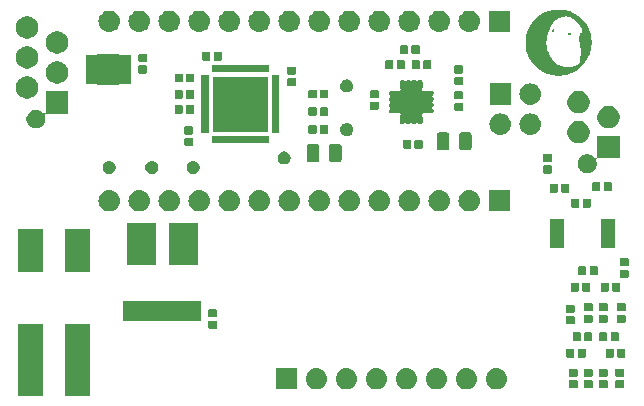
<source format=gbr>
G04 #@! TF.GenerationSoftware,KiCad,Pcbnew,5.1.2-f72e74a~84~ubuntu18.04.1*
G04 #@! TF.CreationDate,2019-09-23T02:40:17+02:00*
G04 #@! TF.ProjectId,board,626f6172-642e-46b6-9963-61645f706362,rev?*
G04 #@! TF.SameCoordinates,Original*
G04 #@! TF.FileFunction,Soldermask,Bot*
G04 #@! TF.FilePolarity,Negative*
%FSLAX46Y46*%
G04 Gerber Fmt 4.6, Leading zero omitted, Abs format (unit mm)*
G04 Created by KiCad (PCBNEW 5.1.2-f72e74a~84~ubuntu18.04.1) date 2019-09-23 02:40:17*
%MOMM*%
%LPD*%
G04 APERTURE LIST*
%ADD10C,0.010000*%
%ADD11C,0.100000*%
G04 APERTURE END LIST*
D10*
G36*
X146911411Y-106352342D02*
G01*
X146960303Y-106350966D01*
X147001791Y-106348773D01*
X147004248Y-106348596D01*
X147170730Y-106331383D01*
X147334856Y-106304381D01*
X147496263Y-106267764D01*
X147654589Y-106221703D01*
X147809470Y-106166372D01*
X147960545Y-106101944D01*
X148107451Y-106028590D01*
X148249824Y-105946485D01*
X148387304Y-105855801D01*
X148519526Y-105756710D01*
X148646128Y-105649386D01*
X148766748Y-105534001D01*
X148811488Y-105487494D01*
X148922388Y-105362198D01*
X149024852Y-105231320D01*
X149118766Y-105095106D01*
X149204014Y-104953803D01*
X149280485Y-104807656D01*
X149348064Y-104656909D01*
X149406637Y-104501810D01*
X149456090Y-104342604D01*
X149496310Y-104179535D01*
X149527184Y-104012851D01*
X149541027Y-103912420D01*
X149543688Y-103884386D01*
X149546056Y-103847842D01*
X149548107Y-103804435D01*
X149549818Y-103755812D01*
X149551168Y-103703621D01*
X149552131Y-103649507D01*
X149552687Y-103595119D01*
X149552810Y-103542102D01*
X149552479Y-103492103D01*
X149551671Y-103446771D01*
X149550362Y-103407750D01*
X149548529Y-103376689D01*
X149548521Y-103376591D01*
X149530425Y-103212262D01*
X149502523Y-103050053D01*
X149465024Y-102890364D01*
X149418137Y-102733595D01*
X149362068Y-102580147D01*
X149297026Y-102430420D01*
X149223220Y-102284814D01*
X149140858Y-102143729D01*
X149050147Y-102007567D01*
X148951295Y-101876727D01*
X148844512Y-101751609D01*
X148730005Y-101632615D01*
X148607982Y-101520144D01*
X148563827Y-101482635D01*
X148432339Y-101379836D01*
X148295556Y-101285630D01*
X148153820Y-101200156D01*
X148007475Y-101123556D01*
X147856863Y-101055970D01*
X147702328Y-100997538D01*
X147544213Y-100948401D01*
X147382861Y-100908700D01*
X147218615Y-100878575D01*
X147051818Y-100858166D01*
X147036220Y-100856770D01*
X147004605Y-100854579D01*
X146965273Y-100852717D01*
X146920337Y-100851209D01*
X146871909Y-100850084D01*
X146822102Y-100849366D01*
X146773029Y-100849083D01*
X146726802Y-100849260D01*
X146685534Y-100849924D01*
X146651338Y-100851101D01*
X146638694Y-100851813D01*
X146469062Y-100867958D01*
X146302378Y-100893692D01*
X146138908Y-100928901D01*
X145978916Y-100973471D01*
X145822667Y-101027288D01*
X145670427Y-101090237D01*
X145522461Y-101162204D01*
X145379033Y-101243075D01*
X145240408Y-101332735D01*
X145106852Y-101431071D01*
X144978630Y-101537969D01*
X144917269Y-101593964D01*
X144798879Y-101712133D01*
X144688479Y-101836429D01*
X144586241Y-101966490D01*
X144492338Y-102101952D01*
X144406943Y-102242454D01*
X144330229Y-102387631D01*
X144262370Y-102537120D01*
X144203537Y-102690559D01*
X144153904Y-102847584D01*
X144113644Y-103007832D01*
X144082930Y-103170940D01*
X144061935Y-103336546D01*
X144056484Y-103400832D01*
X144054235Y-103441757D01*
X144052806Y-103490216D01*
X144052158Y-103544259D01*
X144052254Y-103601935D01*
X144052845Y-103645720D01*
X145735866Y-103645720D01*
X145736087Y-103585133D01*
X145736800Y-103532745D01*
X145738154Y-103486602D01*
X145740296Y-103444751D01*
X145743376Y-103405237D01*
X145747541Y-103366105D01*
X145752939Y-103325402D01*
X145759719Y-103281173D01*
X145766683Y-103239320D01*
X145791321Y-103114233D01*
X145823172Y-102984216D01*
X145861644Y-102850845D01*
X145906146Y-102715694D01*
X145956085Y-102580340D01*
X146010869Y-102446356D01*
X146069907Y-102315317D01*
X146132605Y-102188799D01*
X146198373Y-102068377D01*
X146222138Y-102027740D01*
X146247850Y-101985850D01*
X146272392Y-101948930D01*
X146297458Y-101914837D01*
X146324739Y-101881423D01*
X146355927Y-101846545D01*
X146392714Y-101808056D01*
X146406237Y-101794332D01*
X146474539Y-101727937D01*
X146540032Y-101669661D01*
X146604180Y-101618406D01*
X146668445Y-101573073D01*
X146734292Y-101532564D01*
X146803183Y-101495780D01*
X146805625Y-101494568D01*
X146872865Y-101463369D01*
X146940523Y-101436409D01*
X147009818Y-101413426D01*
X147081972Y-101394159D01*
X147158208Y-101378347D01*
X147239746Y-101365729D01*
X147327807Y-101356045D01*
X147423614Y-101349032D01*
X147504301Y-101345257D01*
X147518468Y-101345935D01*
X147539174Y-101348395D01*
X147563042Y-101352195D01*
X147576346Y-101354705D01*
X147682126Y-101381031D01*
X147786227Y-101417276D01*
X147888740Y-101463480D01*
X147989759Y-101519684D01*
X148068715Y-101571285D01*
X148104948Y-101597557D01*
X148145856Y-101628952D01*
X148190005Y-101664236D01*
X148235964Y-101702174D01*
X148282299Y-101741533D01*
X148327577Y-101781079D01*
X148370365Y-101819577D01*
X148409230Y-101855793D01*
X148442740Y-101888494D01*
X148469357Y-101916331D01*
X148519078Y-101973429D01*
X148568026Y-102034167D01*
X148615342Y-102097228D01*
X148660168Y-102161298D01*
X148701646Y-102225061D01*
X148738916Y-102287200D01*
X148771120Y-102346400D01*
X148797399Y-102401346D01*
X148815547Y-102446840D01*
X148827166Y-102483317D01*
X148833669Y-102513080D01*
X148835291Y-102538054D01*
X148832266Y-102560162D01*
X148830229Y-102567345D01*
X148821899Y-102600817D01*
X148815174Y-102644150D01*
X148810045Y-102697418D01*
X148808557Y-102719520D01*
X148806914Y-102742715D01*
X148805091Y-102762173D01*
X148803327Y-102775646D01*
X148802048Y-102780721D01*
X148795985Y-102784909D01*
X148783461Y-102791184D01*
X148771213Y-102796506D01*
X148735191Y-102814195D01*
X148705050Y-102835889D01*
X148680055Y-102862667D01*
X148659472Y-102895604D01*
X148642567Y-102935779D01*
X148628606Y-102984267D01*
X148621731Y-103015800D01*
X148613109Y-103070016D01*
X148606872Y-103132701D01*
X148603003Y-103202453D01*
X148601488Y-103277869D01*
X148602310Y-103357547D01*
X148605454Y-103440083D01*
X148610904Y-103524076D01*
X148618644Y-103608122D01*
X148628658Y-103690819D01*
X148629391Y-103696143D01*
X148637683Y-103747379D01*
X148648851Y-103801477D01*
X148663299Y-103860119D01*
X148681436Y-103924988D01*
X148697507Y-103978106D01*
X148708001Y-104013404D01*
X148714749Y-104039777D01*
X148717856Y-104057702D01*
X148717630Y-104067006D01*
X148716992Y-104074183D01*
X148716273Y-104090661D01*
X148715490Y-104115578D01*
X148714662Y-104148074D01*
X148713807Y-104187292D01*
X148712943Y-104232369D01*
X148712087Y-104282447D01*
X148711258Y-104336665D01*
X148710474Y-104394164D01*
X148710024Y-104430580D01*
X148709099Y-104505134D01*
X148708178Y-104570564D01*
X148707209Y-104627906D01*
X148706143Y-104678198D01*
X148704928Y-104722475D01*
X148703514Y-104761772D01*
X148701851Y-104797128D01*
X148699886Y-104829578D01*
X148697570Y-104860157D01*
X148694853Y-104889903D01*
X148691682Y-104919852D01*
X148688009Y-104951039D01*
X148683781Y-104984502D01*
X148682415Y-104995005D01*
X148673450Y-105057467D01*
X148662637Y-105122818D01*
X148650663Y-105187228D01*
X148638216Y-105246869D01*
X148633201Y-105268780D01*
X148627194Y-105294260D01*
X148621859Y-105316922D01*
X148617719Y-105334535D01*
X148615300Y-105344865D01*
X148615099Y-105345727D01*
X148609514Y-105355404D01*
X148596770Y-105369860D01*
X148578059Y-105388088D01*
X148554573Y-105409080D01*
X148527505Y-105431830D01*
X148498047Y-105455329D01*
X148467391Y-105478570D01*
X148436729Y-105500546D01*
X148412900Y-105516602D01*
X148319663Y-105571439D01*
X148220366Y-105618335D01*
X148114885Y-105657335D01*
X148003099Y-105688485D01*
X147884885Y-105711827D01*
X147874420Y-105713471D01*
X147829797Y-105719006D01*
X147777546Y-105723267D01*
X147720123Y-105726211D01*
X147659984Y-105727792D01*
X147599587Y-105727964D01*
X147541389Y-105726684D01*
X147487846Y-105723906D01*
X147455320Y-105721136D01*
X147318305Y-105703124D01*
X147186889Y-105677752D01*
X147061374Y-105645137D01*
X146942065Y-105605393D01*
X146829262Y-105558638D01*
X146723270Y-105504986D01*
X146624391Y-105444553D01*
X146532928Y-105377456D01*
X146512307Y-105360535D01*
X146479118Y-105331516D01*
X146446726Y-105300572D01*
X146413635Y-105266130D01*
X146378349Y-105226622D01*
X146339372Y-105180476D01*
X146330517Y-105169720D01*
X146226906Y-105037268D01*
X146133379Y-104904813D01*
X146049858Y-104772203D01*
X145976268Y-104639284D01*
X145912533Y-104505902D01*
X145858577Y-104371902D01*
X145814324Y-104237133D01*
X145779697Y-104101439D01*
X145764339Y-104024180D01*
X145756862Y-103981036D01*
X145750787Y-103942439D01*
X145745975Y-103906548D01*
X145742287Y-103871523D01*
X145739585Y-103835523D01*
X145737730Y-103796709D01*
X145736585Y-103753238D01*
X145736009Y-103703271D01*
X145735866Y-103645720D01*
X144052845Y-103645720D01*
X144053056Y-103661296D01*
X144054526Y-103720389D01*
X144056624Y-103777265D01*
X144059314Y-103829973D01*
X144062556Y-103876563D01*
X144066314Y-103915085D01*
X144066582Y-103917320D01*
X144092056Y-104086852D01*
X144126728Y-104252074D01*
X144170629Y-104413062D01*
X144223792Y-104569888D01*
X144286249Y-104722626D01*
X144358030Y-104871350D01*
X144439169Y-105016134D01*
X144529697Y-105157052D01*
X144629646Y-105294178D01*
X144697157Y-105378282D01*
X144722254Y-105407266D01*
X144753460Y-105441436D01*
X144789254Y-105479272D01*
X144828116Y-105519253D01*
X144868523Y-105559857D01*
X144908955Y-105599562D01*
X144947890Y-105636849D01*
X144983808Y-105670195D01*
X145015186Y-105698080D01*
X145026798Y-105707923D01*
X145143126Y-105800237D01*
X145260135Y-105883925D01*
X145379986Y-105960414D01*
X145504836Y-106031130D01*
X145557940Y-106058770D01*
X145703201Y-106127483D01*
X145850453Y-106186924D01*
X146000545Y-106237350D01*
X146154324Y-106279016D01*
X146312640Y-106312177D01*
X146476342Y-106337089D01*
X146487760Y-106338498D01*
X146525674Y-106342289D01*
X146571787Y-106345567D01*
X146624148Y-106348295D01*
X146680806Y-106350434D01*
X146739812Y-106351946D01*
X146799215Y-106352794D01*
X146857065Y-106352938D01*
X146911411Y-106352342D01*
X146911411Y-106352342D01*
G37*
X146911411Y-106352342D02*
X146960303Y-106350966D01*
X147001791Y-106348773D01*
X147004248Y-106348596D01*
X147170730Y-106331383D01*
X147334856Y-106304381D01*
X147496263Y-106267764D01*
X147654589Y-106221703D01*
X147809470Y-106166372D01*
X147960545Y-106101944D01*
X148107451Y-106028590D01*
X148249824Y-105946485D01*
X148387304Y-105855801D01*
X148519526Y-105756710D01*
X148646128Y-105649386D01*
X148766748Y-105534001D01*
X148811488Y-105487494D01*
X148922388Y-105362198D01*
X149024852Y-105231320D01*
X149118766Y-105095106D01*
X149204014Y-104953803D01*
X149280485Y-104807656D01*
X149348064Y-104656909D01*
X149406637Y-104501810D01*
X149456090Y-104342604D01*
X149496310Y-104179535D01*
X149527184Y-104012851D01*
X149541027Y-103912420D01*
X149543688Y-103884386D01*
X149546056Y-103847842D01*
X149548107Y-103804435D01*
X149549818Y-103755812D01*
X149551168Y-103703621D01*
X149552131Y-103649507D01*
X149552687Y-103595119D01*
X149552810Y-103542102D01*
X149552479Y-103492103D01*
X149551671Y-103446771D01*
X149550362Y-103407750D01*
X149548529Y-103376689D01*
X149548521Y-103376591D01*
X149530425Y-103212262D01*
X149502523Y-103050053D01*
X149465024Y-102890364D01*
X149418137Y-102733595D01*
X149362068Y-102580147D01*
X149297026Y-102430420D01*
X149223220Y-102284814D01*
X149140858Y-102143729D01*
X149050147Y-102007567D01*
X148951295Y-101876727D01*
X148844512Y-101751609D01*
X148730005Y-101632615D01*
X148607982Y-101520144D01*
X148563827Y-101482635D01*
X148432339Y-101379836D01*
X148295556Y-101285630D01*
X148153820Y-101200156D01*
X148007475Y-101123556D01*
X147856863Y-101055970D01*
X147702328Y-100997538D01*
X147544213Y-100948401D01*
X147382861Y-100908700D01*
X147218615Y-100878575D01*
X147051818Y-100858166D01*
X147036220Y-100856770D01*
X147004605Y-100854579D01*
X146965273Y-100852717D01*
X146920337Y-100851209D01*
X146871909Y-100850084D01*
X146822102Y-100849366D01*
X146773029Y-100849083D01*
X146726802Y-100849260D01*
X146685534Y-100849924D01*
X146651338Y-100851101D01*
X146638694Y-100851813D01*
X146469062Y-100867958D01*
X146302378Y-100893692D01*
X146138908Y-100928901D01*
X145978916Y-100973471D01*
X145822667Y-101027288D01*
X145670427Y-101090237D01*
X145522461Y-101162204D01*
X145379033Y-101243075D01*
X145240408Y-101332735D01*
X145106852Y-101431071D01*
X144978630Y-101537969D01*
X144917269Y-101593964D01*
X144798879Y-101712133D01*
X144688479Y-101836429D01*
X144586241Y-101966490D01*
X144492338Y-102101952D01*
X144406943Y-102242454D01*
X144330229Y-102387631D01*
X144262370Y-102537120D01*
X144203537Y-102690559D01*
X144153904Y-102847584D01*
X144113644Y-103007832D01*
X144082930Y-103170940D01*
X144061935Y-103336546D01*
X144056484Y-103400832D01*
X144054235Y-103441757D01*
X144052806Y-103490216D01*
X144052158Y-103544259D01*
X144052254Y-103601935D01*
X144052845Y-103645720D01*
X145735866Y-103645720D01*
X145736087Y-103585133D01*
X145736800Y-103532745D01*
X145738154Y-103486602D01*
X145740296Y-103444751D01*
X145743376Y-103405237D01*
X145747541Y-103366105D01*
X145752939Y-103325402D01*
X145759719Y-103281173D01*
X145766683Y-103239320D01*
X145791321Y-103114233D01*
X145823172Y-102984216D01*
X145861644Y-102850845D01*
X145906146Y-102715694D01*
X145956085Y-102580340D01*
X146010869Y-102446356D01*
X146069907Y-102315317D01*
X146132605Y-102188799D01*
X146198373Y-102068377D01*
X146222138Y-102027740D01*
X146247850Y-101985850D01*
X146272392Y-101948930D01*
X146297458Y-101914837D01*
X146324739Y-101881423D01*
X146355927Y-101846545D01*
X146392714Y-101808056D01*
X146406237Y-101794332D01*
X146474539Y-101727937D01*
X146540032Y-101669661D01*
X146604180Y-101618406D01*
X146668445Y-101573073D01*
X146734292Y-101532564D01*
X146803183Y-101495780D01*
X146805625Y-101494568D01*
X146872865Y-101463369D01*
X146940523Y-101436409D01*
X147009818Y-101413426D01*
X147081972Y-101394159D01*
X147158208Y-101378347D01*
X147239746Y-101365729D01*
X147327807Y-101356045D01*
X147423614Y-101349032D01*
X147504301Y-101345257D01*
X147518468Y-101345935D01*
X147539174Y-101348395D01*
X147563042Y-101352195D01*
X147576346Y-101354705D01*
X147682126Y-101381031D01*
X147786227Y-101417276D01*
X147888740Y-101463480D01*
X147989759Y-101519684D01*
X148068715Y-101571285D01*
X148104948Y-101597557D01*
X148145856Y-101628952D01*
X148190005Y-101664236D01*
X148235964Y-101702174D01*
X148282299Y-101741533D01*
X148327577Y-101781079D01*
X148370365Y-101819577D01*
X148409230Y-101855793D01*
X148442740Y-101888494D01*
X148469357Y-101916331D01*
X148519078Y-101973429D01*
X148568026Y-102034167D01*
X148615342Y-102097228D01*
X148660168Y-102161298D01*
X148701646Y-102225061D01*
X148738916Y-102287200D01*
X148771120Y-102346400D01*
X148797399Y-102401346D01*
X148815547Y-102446840D01*
X148827166Y-102483317D01*
X148833669Y-102513080D01*
X148835291Y-102538054D01*
X148832266Y-102560162D01*
X148830229Y-102567345D01*
X148821899Y-102600817D01*
X148815174Y-102644150D01*
X148810045Y-102697418D01*
X148808557Y-102719520D01*
X148806914Y-102742715D01*
X148805091Y-102762173D01*
X148803327Y-102775646D01*
X148802048Y-102780721D01*
X148795985Y-102784909D01*
X148783461Y-102791184D01*
X148771213Y-102796506D01*
X148735191Y-102814195D01*
X148705050Y-102835889D01*
X148680055Y-102862667D01*
X148659472Y-102895604D01*
X148642567Y-102935779D01*
X148628606Y-102984267D01*
X148621731Y-103015800D01*
X148613109Y-103070016D01*
X148606872Y-103132701D01*
X148603003Y-103202453D01*
X148601488Y-103277869D01*
X148602310Y-103357547D01*
X148605454Y-103440083D01*
X148610904Y-103524076D01*
X148618644Y-103608122D01*
X148628658Y-103690819D01*
X148629391Y-103696143D01*
X148637683Y-103747379D01*
X148648851Y-103801477D01*
X148663299Y-103860119D01*
X148681436Y-103924988D01*
X148697507Y-103978106D01*
X148708001Y-104013404D01*
X148714749Y-104039777D01*
X148717856Y-104057702D01*
X148717630Y-104067006D01*
X148716992Y-104074183D01*
X148716273Y-104090661D01*
X148715490Y-104115578D01*
X148714662Y-104148074D01*
X148713807Y-104187292D01*
X148712943Y-104232369D01*
X148712087Y-104282447D01*
X148711258Y-104336665D01*
X148710474Y-104394164D01*
X148710024Y-104430580D01*
X148709099Y-104505134D01*
X148708178Y-104570564D01*
X148707209Y-104627906D01*
X148706143Y-104678198D01*
X148704928Y-104722475D01*
X148703514Y-104761772D01*
X148701851Y-104797128D01*
X148699886Y-104829578D01*
X148697570Y-104860157D01*
X148694853Y-104889903D01*
X148691682Y-104919852D01*
X148688009Y-104951039D01*
X148683781Y-104984502D01*
X148682415Y-104995005D01*
X148673450Y-105057467D01*
X148662637Y-105122818D01*
X148650663Y-105187228D01*
X148638216Y-105246869D01*
X148633201Y-105268780D01*
X148627194Y-105294260D01*
X148621859Y-105316922D01*
X148617719Y-105334535D01*
X148615300Y-105344865D01*
X148615099Y-105345727D01*
X148609514Y-105355404D01*
X148596770Y-105369860D01*
X148578059Y-105388088D01*
X148554573Y-105409080D01*
X148527505Y-105431830D01*
X148498047Y-105455329D01*
X148467391Y-105478570D01*
X148436729Y-105500546D01*
X148412900Y-105516602D01*
X148319663Y-105571439D01*
X148220366Y-105618335D01*
X148114885Y-105657335D01*
X148003099Y-105688485D01*
X147884885Y-105711827D01*
X147874420Y-105713471D01*
X147829797Y-105719006D01*
X147777546Y-105723267D01*
X147720123Y-105726211D01*
X147659984Y-105727792D01*
X147599587Y-105727964D01*
X147541389Y-105726684D01*
X147487846Y-105723906D01*
X147455320Y-105721136D01*
X147318305Y-105703124D01*
X147186889Y-105677752D01*
X147061374Y-105645137D01*
X146942065Y-105605393D01*
X146829262Y-105558638D01*
X146723270Y-105504986D01*
X146624391Y-105444553D01*
X146532928Y-105377456D01*
X146512307Y-105360535D01*
X146479118Y-105331516D01*
X146446726Y-105300572D01*
X146413635Y-105266130D01*
X146378349Y-105226622D01*
X146339372Y-105180476D01*
X146330517Y-105169720D01*
X146226906Y-105037268D01*
X146133379Y-104904813D01*
X146049858Y-104772203D01*
X145976268Y-104639284D01*
X145912533Y-104505902D01*
X145858577Y-104371902D01*
X145814324Y-104237133D01*
X145779697Y-104101439D01*
X145764339Y-104024180D01*
X145756862Y-103981036D01*
X145750787Y-103942439D01*
X145745975Y-103906548D01*
X145742287Y-103871523D01*
X145739585Y-103835523D01*
X145737730Y-103796709D01*
X145736585Y-103753238D01*
X145736009Y-103703271D01*
X145735866Y-103645720D01*
X144052845Y-103645720D01*
X144053056Y-103661296D01*
X144054526Y-103720389D01*
X144056624Y-103777265D01*
X144059314Y-103829973D01*
X144062556Y-103876563D01*
X144066314Y-103915085D01*
X144066582Y-103917320D01*
X144092056Y-104086852D01*
X144126728Y-104252074D01*
X144170629Y-104413062D01*
X144223792Y-104569888D01*
X144286249Y-104722626D01*
X144358030Y-104871350D01*
X144439169Y-105016134D01*
X144529697Y-105157052D01*
X144629646Y-105294178D01*
X144697157Y-105378282D01*
X144722254Y-105407266D01*
X144753460Y-105441436D01*
X144789254Y-105479272D01*
X144828116Y-105519253D01*
X144868523Y-105559857D01*
X144908955Y-105599562D01*
X144947890Y-105636849D01*
X144983808Y-105670195D01*
X145015186Y-105698080D01*
X145026798Y-105707923D01*
X145143126Y-105800237D01*
X145260135Y-105883925D01*
X145379986Y-105960414D01*
X145504836Y-106031130D01*
X145557940Y-106058770D01*
X145703201Y-106127483D01*
X145850453Y-106186924D01*
X146000545Y-106237350D01*
X146154324Y-106279016D01*
X146312640Y-106312177D01*
X146476342Y-106337089D01*
X146487760Y-106338498D01*
X146525674Y-106342289D01*
X146571787Y-106345567D01*
X146624148Y-106348295D01*
X146680806Y-106350434D01*
X146739812Y-106351946D01*
X146799215Y-106352794D01*
X146857065Y-106352938D01*
X146911411Y-106352342D01*
G36*
X146324466Y-102670074D02*
G01*
X146339554Y-102658667D01*
X146341789Y-102656390D01*
X146357997Y-102635924D01*
X146371303Y-102612812D01*
X146381395Y-102588652D01*
X146387961Y-102565040D01*
X146390691Y-102543574D01*
X146389274Y-102525850D01*
X146383397Y-102513465D01*
X146372750Y-102508017D01*
X146370740Y-102507897D01*
X146363319Y-102510310D01*
X146351818Y-102516298D01*
X146350097Y-102517329D01*
X146333099Y-102532092D01*
X146317367Y-102553599D01*
X146303917Y-102579317D01*
X146293764Y-102606711D01*
X146287921Y-102633246D01*
X146287405Y-102656387D01*
X146290003Y-102667405D01*
X146297422Y-102674926D01*
X146309666Y-102675655D01*
X146324466Y-102670074D01*
X146324466Y-102670074D01*
G37*
X146324466Y-102670074D02*
X146339554Y-102658667D01*
X146341789Y-102656390D01*
X146357997Y-102635924D01*
X146371303Y-102612812D01*
X146381395Y-102588652D01*
X146387961Y-102565040D01*
X146390691Y-102543574D01*
X146389274Y-102525850D01*
X146383397Y-102513465D01*
X146372750Y-102508017D01*
X146370740Y-102507897D01*
X146363319Y-102510310D01*
X146351818Y-102516298D01*
X146350097Y-102517329D01*
X146333099Y-102532092D01*
X146317367Y-102553599D01*
X146303917Y-102579317D01*
X146293764Y-102606711D01*
X146287921Y-102633246D01*
X146287405Y-102656387D01*
X146290003Y-102667405D01*
X146297422Y-102674926D01*
X146309666Y-102675655D01*
X146324466Y-102670074D01*
G36*
X147763667Y-102948898D02*
G01*
X147776744Y-102945507D01*
X147788048Y-102938378D01*
X147790392Y-102936455D01*
X147809692Y-102914618D01*
X147819619Y-102890141D01*
X147819926Y-102864232D01*
X147810441Y-102838235D01*
X147796012Y-102819141D01*
X147777537Y-102807675D01*
X147753024Y-102802790D01*
X147742228Y-102802440D01*
X147724829Y-102803053D01*
X147713155Y-102806066D01*
X147702794Y-102813242D01*
X147693903Y-102821741D01*
X147677278Y-102844631D01*
X147669936Y-102869566D01*
X147671832Y-102894794D01*
X147682919Y-102918564D01*
X147696859Y-102934049D01*
X147708713Y-102943246D01*
X147720030Y-102947967D01*
X147735130Y-102949631D01*
X147744667Y-102949760D01*
X147763667Y-102948898D01*
X147763667Y-102948898D01*
G37*
X147763667Y-102948898D02*
X147776744Y-102945507D01*
X147788048Y-102938378D01*
X147790392Y-102936455D01*
X147809692Y-102914618D01*
X147819619Y-102890141D01*
X147819926Y-102864232D01*
X147810441Y-102838235D01*
X147796012Y-102819141D01*
X147777537Y-102807675D01*
X147753024Y-102802790D01*
X147742228Y-102802440D01*
X147724829Y-102803053D01*
X147713155Y-102806066D01*
X147702794Y-102813242D01*
X147693903Y-102821741D01*
X147677278Y-102844631D01*
X147669936Y-102869566D01*
X147671832Y-102894794D01*
X147682919Y-102918564D01*
X147696859Y-102934049D01*
X147708713Y-102943246D01*
X147720030Y-102947967D01*
X147735130Y-102949631D01*
X147744667Y-102949760D01*
X147763667Y-102948898D01*
D11*
G36*
X107191000Y-133543000D02*
G01*
X105089000Y-133543000D01*
X105089000Y-127441000D01*
X107191000Y-127441000D01*
X107191000Y-133543000D01*
X107191000Y-133543000D01*
G37*
G36*
X103191000Y-133543000D02*
G01*
X101089000Y-133543000D01*
X101089000Y-127441000D01*
X103191000Y-127441000D01*
X103191000Y-133543000D01*
X103191000Y-133543000D01*
G37*
G36*
X136610443Y-131205519D02*
G01*
X136676627Y-131212037D01*
X136846466Y-131263557D01*
X137002991Y-131347222D01*
X137018312Y-131359796D01*
X137140186Y-131459814D01*
X137223448Y-131561271D01*
X137252778Y-131597009D01*
X137336443Y-131753534D01*
X137387963Y-131923373D01*
X137405359Y-132100000D01*
X137387963Y-132276627D01*
X137336443Y-132446466D01*
X137252778Y-132602991D01*
X137223448Y-132638729D01*
X137140186Y-132740186D01*
X137038729Y-132823448D01*
X137002991Y-132852778D01*
X136846466Y-132936443D01*
X136676627Y-132987963D01*
X136610443Y-132994481D01*
X136544260Y-133001000D01*
X136455740Y-133001000D01*
X136389557Y-132994481D01*
X136323373Y-132987963D01*
X136153534Y-132936443D01*
X135997009Y-132852778D01*
X135961271Y-132823448D01*
X135859814Y-132740186D01*
X135776552Y-132638729D01*
X135747222Y-132602991D01*
X135663557Y-132446466D01*
X135612037Y-132276627D01*
X135594641Y-132100000D01*
X135612037Y-131923373D01*
X135663557Y-131753534D01*
X135747222Y-131597009D01*
X135776552Y-131561271D01*
X135859814Y-131459814D01*
X135981688Y-131359796D01*
X135997009Y-131347222D01*
X136153534Y-131263557D01*
X136323373Y-131212037D01*
X136389557Y-131205519D01*
X136455740Y-131199000D01*
X136544260Y-131199000D01*
X136610443Y-131205519D01*
X136610443Y-131205519D01*
G37*
G36*
X124701000Y-133001000D02*
G01*
X122899000Y-133001000D01*
X122899000Y-131199000D01*
X124701000Y-131199000D01*
X124701000Y-133001000D01*
X124701000Y-133001000D01*
G37*
G36*
X126450443Y-131205519D02*
G01*
X126516627Y-131212037D01*
X126686466Y-131263557D01*
X126842991Y-131347222D01*
X126858312Y-131359796D01*
X126980186Y-131459814D01*
X127063448Y-131561271D01*
X127092778Y-131597009D01*
X127176443Y-131753534D01*
X127227963Y-131923373D01*
X127245359Y-132100000D01*
X127227963Y-132276627D01*
X127176443Y-132446466D01*
X127092778Y-132602991D01*
X127063448Y-132638729D01*
X126980186Y-132740186D01*
X126878729Y-132823448D01*
X126842991Y-132852778D01*
X126686466Y-132936443D01*
X126516627Y-132987963D01*
X126450443Y-132994481D01*
X126384260Y-133001000D01*
X126295740Y-133001000D01*
X126229557Y-132994481D01*
X126163373Y-132987963D01*
X125993534Y-132936443D01*
X125837009Y-132852778D01*
X125801271Y-132823448D01*
X125699814Y-132740186D01*
X125616552Y-132638729D01*
X125587222Y-132602991D01*
X125503557Y-132446466D01*
X125452037Y-132276627D01*
X125434641Y-132100000D01*
X125452037Y-131923373D01*
X125503557Y-131753534D01*
X125587222Y-131597009D01*
X125616552Y-131561271D01*
X125699814Y-131459814D01*
X125821688Y-131359796D01*
X125837009Y-131347222D01*
X125993534Y-131263557D01*
X126163373Y-131212037D01*
X126229557Y-131205519D01*
X126295740Y-131199000D01*
X126384260Y-131199000D01*
X126450443Y-131205519D01*
X126450443Y-131205519D01*
G37*
G36*
X128990443Y-131205519D02*
G01*
X129056627Y-131212037D01*
X129226466Y-131263557D01*
X129382991Y-131347222D01*
X129398312Y-131359796D01*
X129520186Y-131459814D01*
X129603448Y-131561271D01*
X129632778Y-131597009D01*
X129716443Y-131753534D01*
X129767963Y-131923373D01*
X129785359Y-132100000D01*
X129767963Y-132276627D01*
X129716443Y-132446466D01*
X129632778Y-132602991D01*
X129603448Y-132638729D01*
X129520186Y-132740186D01*
X129418729Y-132823448D01*
X129382991Y-132852778D01*
X129226466Y-132936443D01*
X129056627Y-132987963D01*
X128990443Y-132994481D01*
X128924260Y-133001000D01*
X128835740Y-133001000D01*
X128769557Y-132994481D01*
X128703373Y-132987963D01*
X128533534Y-132936443D01*
X128377009Y-132852778D01*
X128341271Y-132823448D01*
X128239814Y-132740186D01*
X128156552Y-132638729D01*
X128127222Y-132602991D01*
X128043557Y-132446466D01*
X127992037Y-132276627D01*
X127974641Y-132100000D01*
X127992037Y-131923373D01*
X128043557Y-131753534D01*
X128127222Y-131597009D01*
X128156552Y-131561271D01*
X128239814Y-131459814D01*
X128361688Y-131359796D01*
X128377009Y-131347222D01*
X128533534Y-131263557D01*
X128703373Y-131212037D01*
X128769557Y-131205519D01*
X128835740Y-131199000D01*
X128924260Y-131199000D01*
X128990443Y-131205519D01*
X128990443Y-131205519D01*
G37*
G36*
X131530443Y-131205519D02*
G01*
X131596627Y-131212037D01*
X131766466Y-131263557D01*
X131922991Y-131347222D01*
X131938312Y-131359796D01*
X132060186Y-131459814D01*
X132143448Y-131561271D01*
X132172778Y-131597009D01*
X132256443Y-131753534D01*
X132307963Y-131923373D01*
X132325359Y-132100000D01*
X132307963Y-132276627D01*
X132256443Y-132446466D01*
X132172778Y-132602991D01*
X132143448Y-132638729D01*
X132060186Y-132740186D01*
X131958729Y-132823448D01*
X131922991Y-132852778D01*
X131766466Y-132936443D01*
X131596627Y-132987963D01*
X131530443Y-132994481D01*
X131464260Y-133001000D01*
X131375740Y-133001000D01*
X131309557Y-132994481D01*
X131243373Y-132987963D01*
X131073534Y-132936443D01*
X130917009Y-132852778D01*
X130881271Y-132823448D01*
X130779814Y-132740186D01*
X130696552Y-132638729D01*
X130667222Y-132602991D01*
X130583557Y-132446466D01*
X130532037Y-132276627D01*
X130514641Y-132100000D01*
X130532037Y-131923373D01*
X130583557Y-131753534D01*
X130667222Y-131597009D01*
X130696552Y-131561271D01*
X130779814Y-131459814D01*
X130901688Y-131359796D01*
X130917009Y-131347222D01*
X131073534Y-131263557D01*
X131243373Y-131212037D01*
X131309557Y-131205519D01*
X131375740Y-131199000D01*
X131464260Y-131199000D01*
X131530443Y-131205519D01*
X131530443Y-131205519D01*
G37*
G36*
X141690443Y-131205519D02*
G01*
X141756627Y-131212037D01*
X141926466Y-131263557D01*
X142082991Y-131347222D01*
X142098312Y-131359796D01*
X142220186Y-131459814D01*
X142303448Y-131561271D01*
X142332778Y-131597009D01*
X142416443Y-131753534D01*
X142467963Y-131923373D01*
X142485359Y-132100000D01*
X142467963Y-132276627D01*
X142416443Y-132446466D01*
X142332778Y-132602991D01*
X142303448Y-132638729D01*
X142220186Y-132740186D01*
X142118729Y-132823448D01*
X142082991Y-132852778D01*
X141926466Y-132936443D01*
X141756627Y-132987963D01*
X141690443Y-132994481D01*
X141624260Y-133001000D01*
X141535740Y-133001000D01*
X141469557Y-132994481D01*
X141403373Y-132987963D01*
X141233534Y-132936443D01*
X141077009Y-132852778D01*
X141041271Y-132823448D01*
X140939814Y-132740186D01*
X140856552Y-132638729D01*
X140827222Y-132602991D01*
X140743557Y-132446466D01*
X140692037Y-132276627D01*
X140674641Y-132100000D01*
X140692037Y-131923373D01*
X140743557Y-131753534D01*
X140827222Y-131597009D01*
X140856552Y-131561271D01*
X140939814Y-131459814D01*
X141061688Y-131359796D01*
X141077009Y-131347222D01*
X141233534Y-131263557D01*
X141403373Y-131212037D01*
X141469557Y-131205519D01*
X141535740Y-131199000D01*
X141624260Y-131199000D01*
X141690443Y-131205519D01*
X141690443Y-131205519D01*
G37*
G36*
X139150443Y-131205519D02*
G01*
X139216627Y-131212037D01*
X139386466Y-131263557D01*
X139542991Y-131347222D01*
X139558312Y-131359796D01*
X139680186Y-131459814D01*
X139763448Y-131561271D01*
X139792778Y-131597009D01*
X139876443Y-131753534D01*
X139927963Y-131923373D01*
X139945359Y-132100000D01*
X139927963Y-132276627D01*
X139876443Y-132446466D01*
X139792778Y-132602991D01*
X139763448Y-132638729D01*
X139680186Y-132740186D01*
X139578729Y-132823448D01*
X139542991Y-132852778D01*
X139386466Y-132936443D01*
X139216627Y-132987963D01*
X139150443Y-132994481D01*
X139084260Y-133001000D01*
X138995740Y-133001000D01*
X138929557Y-132994481D01*
X138863373Y-132987963D01*
X138693534Y-132936443D01*
X138537009Y-132852778D01*
X138501271Y-132823448D01*
X138399814Y-132740186D01*
X138316552Y-132638729D01*
X138287222Y-132602991D01*
X138203557Y-132446466D01*
X138152037Y-132276627D01*
X138134641Y-132100000D01*
X138152037Y-131923373D01*
X138203557Y-131753534D01*
X138287222Y-131597009D01*
X138316552Y-131561271D01*
X138399814Y-131459814D01*
X138521688Y-131359796D01*
X138537009Y-131347222D01*
X138693534Y-131263557D01*
X138863373Y-131212037D01*
X138929557Y-131205519D01*
X138995740Y-131199000D01*
X139084260Y-131199000D01*
X139150443Y-131205519D01*
X139150443Y-131205519D01*
G37*
G36*
X134070443Y-131205519D02*
G01*
X134136627Y-131212037D01*
X134306466Y-131263557D01*
X134462991Y-131347222D01*
X134478312Y-131359796D01*
X134600186Y-131459814D01*
X134683448Y-131561271D01*
X134712778Y-131597009D01*
X134796443Y-131753534D01*
X134847963Y-131923373D01*
X134865359Y-132100000D01*
X134847963Y-132276627D01*
X134796443Y-132446466D01*
X134712778Y-132602991D01*
X134683448Y-132638729D01*
X134600186Y-132740186D01*
X134498729Y-132823448D01*
X134462991Y-132852778D01*
X134306466Y-132936443D01*
X134136627Y-132987963D01*
X134070443Y-132994481D01*
X134004260Y-133001000D01*
X133915740Y-133001000D01*
X133849557Y-132994481D01*
X133783373Y-132987963D01*
X133613534Y-132936443D01*
X133457009Y-132852778D01*
X133421271Y-132823448D01*
X133319814Y-132740186D01*
X133236552Y-132638729D01*
X133207222Y-132602991D01*
X133123557Y-132446466D01*
X133072037Y-132276627D01*
X133054641Y-132100000D01*
X133072037Y-131923373D01*
X133123557Y-131753534D01*
X133207222Y-131597009D01*
X133236552Y-131561271D01*
X133319814Y-131459814D01*
X133441688Y-131359796D01*
X133457009Y-131347222D01*
X133613534Y-131263557D01*
X133783373Y-131212037D01*
X133849557Y-131205519D01*
X133915740Y-131199000D01*
X134004260Y-131199000D01*
X134070443Y-131205519D01*
X134070443Y-131205519D01*
G37*
G36*
X152303938Y-132225716D02*
G01*
X152324557Y-132231971D01*
X152343553Y-132242124D01*
X152360208Y-132255792D01*
X152373876Y-132272447D01*
X152384029Y-132291443D01*
X152390284Y-132312062D01*
X152393000Y-132339640D01*
X152393000Y-132798360D01*
X152390284Y-132825938D01*
X152384029Y-132846557D01*
X152373876Y-132865553D01*
X152360208Y-132882208D01*
X152343553Y-132895876D01*
X152324557Y-132906029D01*
X152303938Y-132912284D01*
X152276360Y-132915000D01*
X151767640Y-132915000D01*
X151740062Y-132912284D01*
X151719443Y-132906029D01*
X151700447Y-132895876D01*
X151683792Y-132882208D01*
X151670124Y-132865553D01*
X151659971Y-132846557D01*
X151653716Y-132825938D01*
X151651000Y-132798360D01*
X151651000Y-132339640D01*
X151653716Y-132312062D01*
X151659971Y-132291443D01*
X151670124Y-132272447D01*
X151683792Y-132255792D01*
X151700447Y-132242124D01*
X151719443Y-132231971D01*
X151740062Y-132225716D01*
X151767640Y-132223000D01*
X152276360Y-132223000D01*
X152303938Y-132225716D01*
X152303938Y-132225716D01*
G37*
G36*
X150906938Y-132225716D02*
G01*
X150927557Y-132231971D01*
X150946553Y-132242124D01*
X150963208Y-132255792D01*
X150976876Y-132272447D01*
X150987029Y-132291443D01*
X150993284Y-132312062D01*
X150996000Y-132339640D01*
X150996000Y-132798360D01*
X150993284Y-132825938D01*
X150987029Y-132846557D01*
X150976876Y-132865553D01*
X150963208Y-132882208D01*
X150946553Y-132895876D01*
X150927557Y-132906029D01*
X150906938Y-132912284D01*
X150879360Y-132915000D01*
X150370640Y-132915000D01*
X150343062Y-132912284D01*
X150322443Y-132906029D01*
X150303447Y-132895876D01*
X150286792Y-132882208D01*
X150273124Y-132865553D01*
X150262971Y-132846557D01*
X150256716Y-132825938D01*
X150254000Y-132798360D01*
X150254000Y-132339640D01*
X150256716Y-132312062D01*
X150262971Y-132291443D01*
X150273124Y-132272447D01*
X150286792Y-132255792D01*
X150303447Y-132242124D01*
X150322443Y-132231971D01*
X150343062Y-132225716D01*
X150370640Y-132223000D01*
X150879360Y-132223000D01*
X150906938Y-132225716D01*
X150906938Y-132225716D01*
G37*
G36*
X149636938Y-132225716D02*
G01*
X149657557Y-132231971D01*
X149676553Y-132242124D01*
X149693208Y-132255792D01*
X149706876Y-132272447D01*
X149717029Y-132291443D01*
X149723284Y-132312062D01*
X149726000Y-132339640D01*
X149726000Y-132798360D01*
X149723284Y-132825938D01*
X149717029Y-132846557D01*
X149706876Y-132865553D01*
X149693208Y-132882208D01*
X149676553Y-132895876D01*
X149657557Y-132906029D01*
X149636938Y-132912284D01*
X149609360Y-132915000D01*
X149100640Y-132915000D01*
X149073062Y-132912284D01*
X149052443Y-132906029D01*
X149033447Y-132895876D01*
X149016792Y-132882208D01*
X149003124Y-132865553D01*
X148992971Y-132846557D01*
X148986716Y-132825938D01*
X148984000Y-132798360D01*
X148984000Y-132339640D01*
X148986716Y-132312062D01*
X148992971Y-132291443D01*
X149003124Y-132272447D01*
X149016792Y-132255792D01*
X149033447Y-132242124D01*
X149052443Y-132231971D01*
X149073062Y-132225716D01*
X149100640Y-132223000D01*
X149609360Y-132223000D01*
X149636938Y-132225716D01*
X149636938Y-132225716D01*
G37*
G36*
X148366938Y-132225716D02*
G01*
X148387557Y-132231971D01*
X148406553Y-132242124D01*
X148423208Y-132255792D01*
X148436876Y-132272447D01*
X148447029Y-132291443D01*
X148453284Y-132312062D01*
X148456000Y-132339640D01*
X148456000Y-132798360D01*
X148453284Y-132825938D01*
X148447029Y-132846557D01*
X148436876Y-132865553D01*
X148423208Y-132882208D01*
X148406553Y-132895876D01*
X148387557Y-132906029D01*
X148366938Y-132912284D01*
X148339360Y-132915000D01*
X147830640Y-132915000D01*
X147803062Y-132912284D01*
X147782443Y-132906029D01*
X147763447Y-132895876D01*
X147746792Y-132882208D01*
X147733124Y-132865553D01*
X147722971Y-132846557D01*
X147716716Y-132825938D01*
X147714000Y-132798360D01*
X147714000Y-132339640D01*
X147716716Y-132312062D01*
X147722971Y-132291443D01*
X147733124Y-132272447D01*
X147746792Y-132255792D01*
X147763447Y-132242124D01*
X147782443Y-132231971D01*
X147803062Y-132225716D01*
X147830640Y-132223000D01*
X148339360Y-132223000D01*
X148366938Y-132225716D01*
X148366938Y-132225716D01*
G37*
G36*
X148366938Y-131255716D02*
G01*
X148387557Y-131261971D01*
X148406553Y-131272124D01*
X148423208Y-131285792D01*
X148436876Y-131302447D01*
X148447029Y-131321443D01*
X148453284Y-131342062D01*
X148456000Y-131369640D01*
X148456000Y-131828360D01*
X148453284Y-131855938D01*
X148447029Y-131876557D01*
X148436876Y-131895553D01*
X148423208Y-131912208D01*
X148406553Y-131925876D01*
X148387557Y-131936029D01*
X148366938Y-131942284D01*
X148339360Y-131945000D01*
X147830640Y-131945000D01*
X147803062Y-131942284D01*
X147782443Y-131936029D01*
X147763447Y-131925876D01*
X147746792Y-131912208D01*
X147733124Y-131895553D01*
X147722971Y-131876557D01*
X147716716Y-131855938D01*
X147714000Y-131828360D01*
X147714000Y-131369640D01*
X147716716Y-131342062D01*
X147722971Y-131321443D01*
X147733124Y-131302447D01*
X147746792Y-131285792D01*
X147763447Y-131272124D01*
X147782443Y-131261971D01*
X147803062Y-131255716D01*
X147830640Y-131253000D01*
X148339360Y-131253000D01*
X148366938Y-131255716D01*
X148366938Y-131255716D01*
G37*
G36*
X152303938Y-131255716D02*
G01*
X152324557Y-131261971D01*
X152343553Y-131272124D01*
X152360208Y-131285792D01*
X152373876Y-131302447D01*
X152384029Y-131321443D01*
X152390284Y-131342062D01*
X152393000Y-131369640D01*
X152393000Y-131828360D01*
X152390284Y-131855938D01*
X152384029Y-131876557D01*
X152373876Y-131895553D01*
X152360208Y-131912208D01*
X152343553Y-131925876D01*
X152324557Y-131936029D01*
X152303938Y-131942284D01*
X152276360Y-131945000D01*
X151767640Y-131945000D01*
X151740062Y-131942284D01*
X151719443Y-131936029D01*
X151700447Y-131925876D01*
X151683792Y-131912208D01*
X151670124Y-131895553D01*
X151659971Y-131876557D01*
X151653716Y-131855938D01*
X151651000Y-131828360D01*
X151651000Y-131369640D01*
X151653716Y-131342062D01*
X151659971Y-131321443D01*
X151670124Y-131302447D01*
X151683792Y-131285792D01*
X151700447Y-131272124D01*
X151719443Y-131261971D01*
X151740062Y-131255716D01*
X151767640Y-131253000D01*
X152276360Y-131253000D01*
X152303938Y-131255716D01*
X152303938Y-131255716D01*
G37*
G36*
X150906938Y-131255716D02*
G01*
X150927557Y-131261971D01*
X150946553Y-131272124D01*
X150963208Y-131285792D01*
X150976876Y-131302447D01*
X150987029Y-131321443D01*
X150993284Y-131342062D01*
X150996000Y-131369640D01*
X150996000Y-131828360D01*
X150993284Y-131855938D01*
X150987029Y-131876557D01*
X150976876Y-131895553D01*
X150963208Y-131912208D01*
X150946553Y-131925876D01*
X150927557Y-131936029D01*
X150906938Y-131942284D01*
X150879360Y-131945000D01*
X150370640Y-131945000D01*
X150343062Y-131942284D01*
X150322443Y-131936029D01*
X150303447Y-131925876D01*
X150286792Y-131912208D01*
X150273124Y-131895553D01*
X150262971Y-131876557D01*
X150256716Y-131855938D01*
X150254000Y-131828360D01*
X150254000Y-131369640D01*
X150256716Y-131342062D01*
X150262971Y-131321443D01*
X150273124Y-131302447D01*
X150286792Y-131285792D01*
X150303447Y-131272124D01*
X150322443Y-131261971D01*
X150343062Y-131255716D01*
X150370640Y-131253000D01*
X150879360Y-131253000D01*
X150906938Y-131255716D01*
X150906938Y-131255716D01*
G37*
G36*
X149636938Y-131255716D02*
G01*
X149657557Y-131261971D01*
X149676553Y-131272124D01*
X149693208Y-131285792D01*
X149706876Y-131302447D01*
X149717029Y-131321443D01*
X149723284Y-131342062D01*
X149726000Y-131369640D01*
X149726000Y-131828360D01*
X149723284Y-131855938D01*
X149717029Y-131876557D01*
X149706876Y-131895553D01*
X149693208Y-131912208D01*
X149676553Y-131925876D01*
X149657557Y-131936029D01*
X149636938Y-131942284D01*
X149609360Y-131945000D01*
X149100640Y-131945000D01*
X149073062Y-131942284D01*
X149052443Y-131936029D01*
X149033447Y-131925876D01*
X149016792Y-131912208D01*
X149003124Y-131895553D01*
X148992971Y-131876557D01*
X148986716Y-131855938D01*
X148984000Y-131828360D01*
X148984000Y-131369640D01*
X148986716Y-131342062D01*
X148992971Y-131321443D01*
X149003124Y-131302447D01*
X149016792Y-131285792D01*
X149033447Y-131272124D01*
X149052443Y-131261971D01*
X149073062Y-131255716D01*
X149100640Y-131253000D01*
X149609360Y-131253000D01*
X149636938Y-131255716D01*
X149636938Y-131255716D01*
G37*
G36*
X148087938Y-129579716D02*
G01*
X148108557Y-129585971D01*
X148127553Y-129596124D01*
X148144208Y-129609792D01*
X148157876Y-129626447D01*
X148168029Y-129645443D01*
X148174284Y-129666062D01*
X148177000Y-129693640D01*
X148177000Y-130202360D01*
X148174284Y-130229938D01*
X148168029Y-130250557D01*
X148157876Y-130269553D01*
X148144208Y-130286208D01*
X148127553Y-130299876D01*
X148108557Y-130310029D01*
X148087938Y-130316284D01*
X148060360Y-130319000D01*
X147601640Y-130319000D01*
X147574062Y-130316284D01*
X147553443Y-130310029D01*
X147534447Y-130299876D01*
X147517792Y-130286208D01*
X147504124Y-130269553D01*
X147493971Y-130250557D01*
X147487716Y-130229938D01*
X147485000Y-130202360D01*
X147485000Y-129693640D01*
X147487716Y-129666062D01*
X147493971Y-129645443D01*
X147504124Y-129626447D01*
X147517792Y-129609792D01*
X147534447Y-129596124D01*
X147553443Y-129585971D01*
X147574062Y-129579716D01*
X147601640Y-129577000D01*
X148060360Y-129577000D01*
X148087938Y-129579716D01*
X148087938Y-129579716D01*
G37*
G36*
X152405938Y-129579716D02*
G01*
X152426557Y-129585971D01*
X152445553Y-129596124D01*
X152462208Y-129609792D01*
X152475876Y-129626447D01*
X152486029Y-129645443D01*
X152492284Y-129666062D01*
X152495000Y-129693640D01*
X152495000Y-130202360D01*
X152492284Y-130229938D01*
X152486029Y-130250557D01*
X152475876Y-130269553D01*
X152462208Y-130286208D01*
X152445553Y-130299876D01*
X152426557Y-130310029D01*
X152405938Y-130316284D01*
X152378360Y-130319000D01*
X151919640Y-130319000D01*
X151892062Y-130316284D01*
X151871443Y-130310029D01*
X151852447Y-130299876D01*
X151835792Y-130286208D01*
X151822124Y-130269553D01*
X151811971Y-130250557D01*
X151805716Y-130229938D01*
X151803000Y-130202360D01*
X151803000Y-129693640D01*
X151805716Y-129666062D01*
X151811971Y-129645443D01*
X151822124Y-129626447D01*
X151835792Y-129609792D01*
X151852447Y-129596124D01*
X151871443Y-129585971D01*
X151892062Y-129579716D01*
X151919640Y-129577000D01*
X152378360Y-129577000D01*
X152405938Y-129579716D01*
X152405938Y-129579716D01*
G37*
G36*
X151435938Y-129579716D02*
G01*
X151456557Y-129585971D01*
X151475553Y-129596124D01*
X151492208Y-129609792D01*
X151505876Y-129626447D01*
X151516029Y-129645443D01*
X151522284Y-129666062D01*
X151525000Y-129693640D01*
X151525000Y-130202360D01*
X151522284Y-130229938D01*
X151516029Y-130250557D01*
X151505876Y-130269553D01*
X151492208Y-130286208D01*
X151475553Y-130299876D01*
X151456557Y-130310029D01*
X151435938Y-130316284D01*
X151408360Y-130319000D01*
X150949640Y-130319000D01*
X150922062Y-130316284D01*
X150901443Y-130310029D01*
X150882447Y-130299876D01*
X150865792Y-130286208D01*
X150852124Y-130269553D01*
X150841971Y-130250557D01*
X150835716Y-130229938D01*
X150833000Y-130202360D01*
X150833000Y-129693640D01*
X150835716Y-129666062D01*
X150841971Y-129645443D01*
X150852124Y-129626447D01*
X150865792Y-129609792D01*
X150882447Y-129596124D01*
X150901443Y-129585971D01*
X150922062Y-129579716D01*
X150949640Y-129577000D01*
X151408360Y-129577000D01*
X151435938Y-129579716D01*
X151435938Y-129579716D01*
G37*
G36*
X149057938Y-129579716D02*
G01*
X149078557Y-129585971D01*
X149097553Y-129596124D01*
X149114208Y-129609792D01*
X149127876Y-129626447D01*
X149138029Y-129645443D01*
X149144284Y-129666062D01*
X149147000Y-129693640D01*
X149147000Y-130202360D01*
X149144284Y-130229938D01*
X149138029Y-130250557D01*
X149127876Y-130269553D01*
X149114208Y-130286208D01*
X149097553Y-130299876D01*
X149078557Y-130310029D01*
X149057938Y-130316284D01*
X149030360Y-130319000D01*
X148571640Y-130319000D01*
X148544062Y-130316284D01*
X148523443Y-130310029D01*
X148504447Y-130299876D01*
X148487792Y-130286208D01*
X148474124Y-130269553D01*
X148463971Y-130250557D01*
X148457716Y-130229938D01*
X148455000Y-130202360D01*
X148455000Y-129693640D01*
X148457716Y-129666062D01*
X148463971Y-129645443D01*
X148474124Y-129626447D01*
X148487792Y-129609792D01*
X148504447Y-129596124D01*
X148523443Y-129585971D01*
X148544062Y-129579716D01*
X148571640Y-129577000D01*
X149030360Y-129577000D01*
X149057938Y-129579716D01*
X149057938Y-129579716D01*
G37*
G36*
X148641938Y-128182716D02*
G01*
X148662557Y-128188971D01*
X148681553Y-128199124D01*
X148698208Y-128212792D01*
X148711876Y-128229447D01*
X148722029Y-128248443D01*
X148728284Y-128269062D01*
X148731000Y-128296640D01*
X148731000Y-128805360D01*
X148728284Y-128832938D01*
X148722029Y-128853557D01*
X148711876Y-128872553D01*
X148698208Y-128889208D01*
X148681553Y-128902876D01*
X148662557Y-128913029D01*
X148641938Y-128919284D01*
X148614360Y-128922000D01*
X148155640Y-128922000D01*
X148128062Y-128919284D01*
X148107443Y-128913029D01*
X148088447Y-128902876D01*
X148071792Y-128889208D01*
X148058124Y-128872553D01*
X148047971Y-128853557D01*
X148041716Y-128832938D01*
X148039000Y-128805360D01*
X148039000Y-128296640D01*
X148041716Y-128269062D01*
X148047971Y-128248443D01*
X148058124Y-128229447D01*
X148071792Y-128212792D01*
X148088447Y-128199124D01*
X148107443Y-128188971D01*
X148128062Y-128182716D01*
X148155640Y-128180000D01*
X148614360Y-128180000D01*
X148641938Y-128182716D01*
X148641938Y-128182716D01*
G37*
G36*
X149611938Y-128182716D02*
G01*
X149632557Y-128188971D01*
X149651553Y-128199124D01*
X149668208Y-128212792D01*
X149681876Y-128229447D01*
X149692029Y-128248443D01*
X149698284Y-128269062D01*
X149701000Y-128296640D01*
X149701000Y-128805360D01*
X149698284Y-128832938D01*
X149692029Y-128853557D01*
X149681876Y-128872553D01*
X149668208Y-128889208D01*
X149651553Y-128902876D01*
X149632557Y-128913029D01*
X149611938Y-128919284D01*
X149584360Y-128922000D01*
X149125640Y-128922000D01*
X149098062Y-128919284D01*
X149077443Y-128913029D01*
X149058447Y-128902876D01*
X149041792Y-128889208D01*
X149028124Y-128872553D01*
X149017971Y-128853557D01*
X149011716Y-128832938D01*
X149009000Y-128805360D01*
X149009000Y-128296640D01*
X149011716Y-128269062D01*
X149017971Y-128248443D01*
X149028124Y-128229447D01*
X149041792Y-128212792D01*
X149058447Y-128199124D01*
X149077443Y-128188971D01*
X149098062Y-128182716D01*
X149125640Y-128180000D01*
X149584360Y-128180000D01*
X149611938Y-128182716D01*
X149611938Y-128182716D01*
G37*
G36*
X151851938Y-128182716D02*
G01*
X151872557Y-128188971D01*
X151891553Y-128199124D01*
X151908208Y-128212792D01*
X151921876Y-128229447D01*
X151932029Y-128248443D01*
X151938284Y-128269062D01*
X151941000Y-128296640D01*
X151941000Y-128805360D01*
X151938284Y-128832938D01*
X151932029Y-128853557D01*
X151921876Y-128872553D01*
X151908208Y-128889208D01*
X151891553Y-128902876D01*
X151872557Y-128913029D01*
X151851938Y-128919284D01*
X151824360Y-128922000D01*
X151365640Y-128922000D01*
X151338062Y-128919284D01*
X151317443Y-128913029D01*
X151298447Y-128902876D01*
X151281792Y-128889208D01*
X151268124Y-128872553D01*
X151257971Y-128853557D01*
X151251716Y-128832938D01*
X151249000Y-128805360D01*
X151249000Y-128296640D01*
X151251716Y-128269062D01*
X151257971Y-128248443D01*
X151268124Y-128229447D01*
X151281792Y-128212792D01*
X151298447Y-128199124D01*
X151317443Y-128188971D01*
X151338062Y-128182716D01*
X151365640Y-128180000D01*
X151824360Y-128180000D01*
X151851938Y-128182716D01*
X151851938Y-128182716D01*
G37*
G36*
X150881938Y-128182716D02*
G01*
X150902557Y-128188971D01*
X150921553Y-128199124D01*
X150938208Y-128212792D01*
X150951876Y-128229447D01*
X150962029Y-128248443D01*
X150968284Y-128269062D01*
X150971000Y-128296640D01*
X150971000Y-128805360D01*
X150968284Y-128832938D01*
X150962029Y-128853557D01*
X150951876Y-128872553D01*
X150938208Y-128889208D01*
X150921553Y-128902876D01*
X150902557Y-128913029D01*
X150881938Y-128919284D01*
X150854360Y-128922000D01*
X150395640Y-128922000D01*
X150368062Y-128919284D01*
X150347443Y-128913029D01*
X150328447Y-128902876D01*
X150311792Y-128889208D01*
X150298124Y-128872553D01*
X150287971Y-128853557D01*
X150281716Y-128832938D01*
X150279000Y-128805360D01*
X150279000Y-128296640D01*
X150281716Y-128269062D01*
X150287971Y-128248443D01*
X150298124Y-128229447D01*
X150311792Y-128212792D01*
X150328447Y-128199124D01*
X150347443Y-128188971D01*
X150368062Y-128182716D01*
X150395640Y-128180000D01*
X150854360Y-128180000D01*
X150881938Y-128182716D01*
X150881938Y-128182716D01*
G37*
G36*
X117831938Y-127191716D02*
G01*
X117852557Y-127197971D01*
X117871553Y-127208124D01*
X117888208Y-127221792D01*
X117901876Y-127238447D01*
X117912029Y-127257443D01*
X117918284Y-127278062D01*
X117921000Y-127305640D01*
X117921000Y-127764360D01*
X117918284Y-127791938D01*
X117912029Y-127812557D01*
X117901876Y-127831553D01*
X117888208Y-127848208D01*
X117871553Y-127861876D01*
X117852557Y-127872029D01*
X117831938Y-127878284D01*
X117804360Y-127881000D01*
X117295640Y-127881000D01*
X117268062Y-127878284D01*
X117247443Y-127872029D01*
X117228447Y-127861876D01*
X117211792Y-127848208D01*
X117198124Y-127831553D01*
X117187971Y-127812557D01*
X117181716Y-127791938D01*
X117179000Y-127764360D01*
X117179000Y-127305640D01*
X117181716Y-127278062D01*
X117187971Y-127257443D01*
X117198124Y-127238447D01*
X117211792Y-127221792D01*
X117228447Y-127208124D01*
X117247443Y-127197971D01*
X117268062Y-127191716D01*
X117295640Y-127189000D01*
X117804360Y-127189000D01*
X117831938Y-127191716D01*
X117831938Y-127191716D01*
G37*
G36*
X148112938Y-126810716D02*
G01*
X148133557Y-126816971D01*
X148152553Y-126827124D01*
X148169208Y-126840792D01*
X148182876Y-126857447D01*
X148193029Y-126876443D01*
X148199284Y-126897062D01*
X148202000Y-126924640D01*
X148202000Y-127383360D01*
X148199284Y-127410938D01*
X148193029Y-127431557D01*
X148182876Y-127450553D01*
X148169208Y-127467208D01*
X148152553Y-127480876D01*
X148133557Y-127491029D01*
X148112938Y-127497284D01*
X148085360Y-127500000D01*
X147576640Y-127500000D01*
X147549062Y-127497284D01*
X147528443Y-127491029D01*
X147509447Y-127480876D01*
X147492792Y-127467208D01*
X147479124Y-127450553D01*
X147468971Y-127431557D01*
X147462716Y-127410938D01*
X147460000Y-127383360D01*
X147460000Y-126924640D01*
X147462716Y-126897062D01*
X147468971Y-126876443D01*
X147479124Y-126857447D01*
X147492792Y-126840792D01*
X147509447Y-126827124D01*
X147528443Y-126816971D01*
X147549062Y-126810716D01*
X147576640Y-126808000D01*
X148085360Y-126808000D01*
X148112938Y-126810716D01*
X148112938Y-126810716D01*
G37*
G36*
X149636938Y-126683716D02*
G01*
X149657557Y-126689971D01*
X149676553Y-126700124D01*
X149693208Y-126713792D01*
X149706876Y-126730447D01*
X149717029Y-126749443D01*
X149723284Y-126770062D01*
X149726000Y-126797640D01*
X149726000Y-127256360D01*
X149723284Y-127283938D01*
X149717029Y-127304557D01*
X149706876Y-127323553D01*
X149693208Y-127340208D01*
X149676553Y-127353876D01*
X149657557Y-127364029D01*
X149636938Y-127370284D01*
X149609360Y-127373000D01*
X149100640Y-127373000D01*
X149073062Y-127370284D01*
X149052443Y-127364029D01*
X149033447Y-127353876D01*
X149016792Y-127340208D01*
X149003124Y-127323553D01*
X148992971Y-127304557D01*
X148986716Y-127283938D01*
X148984000Y-127256360D01*
X148984000Y-126797640D01*
X148986716Y-126770062D01*
X148992971Y-126749443D01*
X149003124Y-126730447D01*
X149016792Y-126713792D01*
X149033447Y-126700124D01*
X149052443Y-126689971D01*
X149073062Y-126683716D01*
X149100640Y-126681000D01*
X149609360Y-126681000D01*
X149636938Y-126683716D01*
X149636938Y-126683716D01*
G37*
G36*
X152430938Y-126683716D02*
G01*
X152451557Y-126689971D01*
X152470553Y-126700124D01*
X152487208Y-126713792D01*
X152500876Y-126730447D01*
X152511029Y-126749443D01*
X152517284Y-126770062D01*
X152520000Y-126797640D01*
X152520000Y-127256360D01*
X152517284Y-127283938D01*
X152511029Y-127304557D01*
X152500876Y-127323553D01*
X152487208Y-127340208D01*
X152470553Y-127353876D01*
X152451557Y-127364029D01*
X152430938Y-127370284D01*
X152403360Y-127373000D01*
X151894640Y-127373000D01*
X151867062Y-127370284D01*
X151846443Y-127364029D01*
X151827447Y-127353876D01*
X151810792Y-127340208D01*
X151797124Y-127323553D01*
X151786971Y-127304557D01*
X151780716Y-127283938D01*
X151778000Y-127256360D01*
X151778000Y-126797640D01*
X151780716Y-126770062D01*
X151786971Y-126749443D01*
X151797124Y-126730447D01*
X151810792Y-126713792D01*
X151827447Y-126700124D01*
X151846443Y-126689971D01*
X151867062Y-126683716D01*
X151894640Y-126681000D01*
X152403360Y-126681000D01*
X152430938Y-126683716D01*
X152430938Y-126683716D01*
G37*
G36*
X150906938Y-126683716D02*
G01*
X150927557Y-126689971D01*
X150946553Y-126700124D01*
X150963208Y-126713792D01*
X150976876Y-126730447D01*
X150987029Y-126749443D01*
X150993284Y-126770062D01*
X150996000Y-126797640D01*
X150996000Y-127256360D01*
X150993284Y-127283938D01*
X150987029Y-127304557D01*
X150976876Y-127323553D01*
X150963208Y-127340208D01*
X150946553Y-127353876D01*
X150927557Y-127364029D01*
X150906938Y-127370284D01*
X150879360Y-127373000D01*
X150370640Y-127373000D01*
X150343062Y-127370284D01*
X150322443Y-127364029D01*
X150303447Y-127353876D01*
X150286792Y-127340208D01*
X150273124Y-127323553D01*
X150262971Y-127304557D01*
X150256716Y-127283938D01*
X150254000Y-127256360D01*
X150254000Y-126797640D01*
X150256716Y-126770062D01*
X150262971Y-126749443D01*
X150273124Y-126730447D01*
X150286792Y-126713792D01*
X150303447Y-126700124D01*
X150322443Y-126689971D01*
X150343062Y-126683716D01*
X150370640Y-126681000D01*
X150879360Y-126681000D01*
X150906938Y-126683716D01*
X150906938Y-126683716D01*
G37*
G36*
X116601000Y-127201000D02*
G01*
X109999000Y-127201000D01*
X109999000Y-125499000D01*
X116601000Y-125499000D01*
X116601000Y-127201000D01*
X116601000Y-127201000D01*
G37*
G36*
X117831938Y-126221716D02*
G01*
X117852557Y-126227971D01*
X117871553Y-126238124D01*
X117888208Y-126251792D01*
X117901876Y-126268447D01*
X117912029Y-126287443D01*
X117918284Y-126308062D01*
X117921000Y-126335640D01*
X117921000Y-126794360D01*
X117918284Y-126821938D01*
X117912029Y-126842557D01*
X117901876Y-126861553D01*
X117888208Y-126878208D01*
X117871553Y-126891876D01*
X117852557Y-126902029D01*
X117831938Y-126908284D01*
X117804360Y-126911000D01*
X117295640Y-126911000D01*
X117268062Y-126908284D01*
X117247443Y-126902029D01*
X117228447Y-126891876D01*
X117211792Y-126878208D01*
X117198124Y-126861553D01*
X117187971Y-126842557D01*
X117181716Y-126821938D01*
X117179000Y-126794360D01*
X117179000Y-126335640D01*
X117181716Y-126308062D01*
X117187971Y-126287443D01*
X117198124Y-126268447D01*
X117211792Y-126251792D01*
X117228447Y-126238124D01*
X117247443Y-126227971D01*
X117268062Y-126221716D01*
X117295640Y-126219000D01*
X117804360Y-126219000D01*
X117831938Y-126221716D01*
X117831938Y-126221716D01*
G37*
G36*
X148112938Y-125840716D02*
G01*
X148133557Y-125846971D01*
X148152553Y-125857124D01*
X148169208Y-125870792D01*
X148182876Y-125887447D01*
X148193029Y-125906443D01*
X148199284Y-125927062D01*
X148202000Y-125954640D01*
X148202000Y-126413360D01*
X148199284Y-126440938D01*
X148193029Y-126461557D01*
X148182876Y-126480553D01*
X148169208Y-126497208D01*
X148152553Y-126510876D01*
X148133557Y-126521029D01*
X148112938Y-126527284D01*
X148085360Y-126530000D01*
X147576640Y-126530000D01*
X147549062Y-126527284D01*
X147528443Y-126521029D01*
X147509447Y-126510876D01*
X147492792Y-126497208D01*
X147479124Y-126480553D01*
X147468971Y-126461557D01*
X147462716Y-126440938D01*
X147460000Y-126413360D01*
X147460000Y-125954640D01*
X147462716Y-125927062D01*
X147468971Y-125906443D01*
X147479124Y-125887447D01*
X147492792Y-125870792D01*
X147509447Y-125857124D01*
X147528443Y-125846971D01*
X147549062Y-125840716D01*
X147576640Y-125838000D01*
X148085360Y-125838000D01*
X148112938Y-125840716D01*
X148112938Y-125840716D01*
G37*
G36*
X149636938Y-125713716D02*
G01*
X149657557Y-125719971D01*
X149676553Y-125730124D01*
X149693208Y-125743792D01*
X149706876Y-125760447D01*
X149717029Y-125779443D01*
X149723284Y-125800062D01*
X149726000Y-125827640D01*
X149726000Y-126286360D01*
X149723284Y-126313938D01*
X149717029Y-126334557D01*
X149706876Y-126353553D01*
X149693208Y-126370208D01*
X149676553Y-126383876D01*
X149657557Y-126394029D01*
X149636938Y-126400284D01*
X149609360Y-126403000D01*
X149100640Y-126403000D01*
X149073062Y-126400284D01*
X149052443Y-126394029D01*
X149033447Y-126383876D01*
X149016792Y-126370208D01*
X149003124Y-126353553D01*
X148992971Y-126334557D01*
X148986716Y-126313938D01*
X148984000Y-126286360D01*
X148984000Y-125827640D01*
X148986716Y-125800062D01*
X148992971Y-125779443D01*
X149003124Y-125760447D01*
X149016792Y-125743792D01*
X149033447Y-125730124D01*
X149052443Y-125719971D01*
X149073062Y-125713716D01*
X149100640Y-125711000D01*
X149609360Y-125711000D01*
X149636938Y-125713716D01*
X149636938Y-125713716D01*
G37*
G36*
X150906938Y-125713716D02*
G01*
X150927557Y-125719971D01*
X150946553Y-125730124D01*
X150963208Y-125743792D01*
X150976876Y-125760447D01*
X150987029Y-125779443D01*
X150993284Y-125800062D01*
X150996000Y-125827640D01*
X150996000Y-126286360D01*
X150993284Y-126313938D01*
X150987029Y-126334557D01*
X150976876Y-126353553D01*
X150963208Y-126370208D01*
X150946553Y-126383876D01*
X150927557Y-126394029D01*
X150906938Y-126400284D01*
X150879360Y-126403000D01*
X150370640Y-126403000D01*
X150343062Y-126400284D01*
X150322443Y-126394029D01*
X150303447Y-126383876D01*
X150286792Y-126370208D01*
X150273124Y-126353553D01*
X150262971Y-126334557D01*
X150256716Y-126313938D01*
X150254000Y-126286360D01*
X150254000Y-125827640D01*
X150256716Y-125800062D01*
X150262971Y-125779443D01*
X150273124Y-125760447D01*
X150286792Y-125743792D01*
X150303447Y-125730124D01*
X150322443Y-125719971D01*
X150343062Y-125713716D01*
X150370640Y-125711000D01*
X150879360Y-125711000D01*
X150906938Y-125713716D01*
X150906938Y-125713716D01*
G37*
G36*
X152430938Y-125713716D02*
G01*
X152451557Y-125719971D01*
X152470553Y-125730124D01*
X152487208Y-125743792D01*
X152500876Y-125760447D01*
X152511029Y-125779443D01*
X152517284Y-125800062D01*
X152520000Y-125827640D01*
X152520000Y-126286360D01*
X152517284Y-126313938D01*
X152511029Y-126334557D01*
X152500876Y-126353553D01*
X152487208Y-126370208D01*
X152470553Y-126383876D01*
X152451557Y-126394029D01*
X152430938Y-126400284D01*
X152403360Y-126403000D01*
X151894640Y-126403000D01*
X151867062Y-126400284D01*
X151846443Y-126394029D01*
X151827447Y-126383876D01*
X151810792Y-126370208D01*
X151797124Y-126353553D01*
X151786971Y-126334557D01*
X151780716Y-126313938D01*
X151778000Y-126286360D01*
X151778000Y-125827640D01*
X151780716Y-125800062D01*
X151786971Y-125779443D01*
X151797124Y-125760447D01*
X151810792Y-125743792D01*
X151827447Y-125730124D01*
X151846443Y-125719971D01*
X151867062Y-125713716D01*
X151894640Y-125711000D01*
X152403360Y-125711000D01*
X152430938Y-125713716D01*
X152430938Y-125713716D01*
G37*
G36*
X149438938Y-123991716D02*
G01*
X149459557Y-123997971D01*
X149478553Y-124008124D01*
X149495208Y-124021792D01*
X149508876Y-124038447D01*
X149519029Y-124057443D01*
X149525284Y-124078062D01*
X149528000Y-124105640D01*
X149528000Y-124614360D01*
X149525284Y-124641938D01*
X149519029Y-124662557D01*
X149508876Y-124681553D01*
X149495208Y-124698208D01*
X149478553Y-124711876D01*
X149459557Y-124722029D01*
X149438938Y-124728284D01*
X149411360Y-124731000D01*
X148952640Y-124731000D01*
X148925062Y-124728284D01*
X148904443Y-124722029D01*
X148885447Y-124711876D01*
X148868792Y-124698208D01*
X148855124Y-124681553D01*
X148844971Y-124662557D01*
X148838716Y-124641938D01*
X148836000Y-124614360D01*
X148836000Y-124105640D01*
X148838716Y-124078062D01*
X148844971Y-124057443D01*
X148855124Y-124038447D01*
X148868792Y-124021792D01*
X148885447Y-124008124D01*
X148904443Y-123997971D01*
X148925062Y-123991716D01*
X148952640Y-123989000D01*
X149411360Y-123989000D01*
X149438938Y-123991716D01*
X149438938Y-123991716D01*
G37*
G36*
X148468938Y-123991716D02*
G01*
X148489557Y-123997971D01*
X148508553Y-124008124D01*
X148525208Y-124021792D01*
X148538876Y-124038447D01*
X148549029Y-124057443D01*
X148555284Y-124078062D01*
X148558000Y-124105640D01*
X148558000Y-124614360D01*
X148555284Y-124641938D01*
X148549029Y-124662557D01*
X148538876Y-124681553D01*
X148525208Y-124698208D01*
X148508553Y-124711876D01*
X148489557Y-124722029D01*
X148468938Y-124728284D01*
X148441360Y-124731000D01*
X147982640Y-124731000D01*
X147955062Y-124728284D01*
X147934443Y-124722029D01*
X147915447Y-124711876D01*
X147898792Y-124698208D01*
X147885124Y-124681553D01*
X147874971Y-124662557D01*
X147868716Y-124641938D01*
X147866000Y-124614360D01*
X147866000Y-124105640D01*
X147868716Y-124078062D01*
X147874971Y-124057443D01*
X147885124Y-124038447D01*
X147898792Y-124021792D01*
X147915447Y-124008124D01*
X147934443Y-123997971D01*
X147955062Y-123991716D01*
X147982640Y-123989000D01*
X148441360Y-123989000D01*
X148468938Y-123991716D01*
X148468938Y-123991716D01*
G37*
G36*
X151008938Y-123991716D02*
G01*
X151029557Y-123997971D01*
X151048553Y-124008124D01*
X151065208Y-124021792D01*
X151078876Y-124038447D01*
X151089029Y-124057443D01*
X151095284Y-124078062D01*
X151098000Y-124105640D01*
X151098000Y-124614360D01*
X151095284Y-124641938D01*
X151089029Y-124662557D01*
X151078876Y-124681553D01*
X151065208Y-124698208D01*
X151048553Y-124711876D01*
X151029557Y-124722029D01*
X151008938Y-124728284D01*
X150981360Y-124731000D01*
X150522640Y-124731000D01*
X150495062Y-124728284D01*
X150474443Y-124722029D01*
X150455447Y-124711876D01*
X150438792Y-124698208D01*
X150425124Y-124681553D01*
X150414971Y-124662557D01*
X150408716Y-124641938D01*
X150406000Y-124614360D01*
X150406000Y-124105640D01*
X150408716Y-124078062D01*
X150414971Y-124057443D01*
X150425124Y-124038447D01*
X150438792Y-124021792D01*
X150455447Y-124008124D01*
X150474443Y-123997971D01*
X150495062Y-123991716D01*
X150522640Y-123989000D01*
X150981360Y-123989000D01*
X151008938Y-123991716D01*
X151008938Y-123991716D01*
G37*
G36*
X151978938Y-123991716D02*
G01*
X151999557Y-123997971D01*
X152018553Y-124008124D01*
X152035208Y-124021792D01*
X152048876Y-124038447D01*
X152059029Y-124057443D01*
X152065284Y-124078062D01*
X152068000Y-124105640D01*
X152068000Y-124614360D01*
X152065284Y-124641938D01*
X152059029Y-124662557D01*
X152048876Y-124681553D01*
X152035208Y-124698208D01*
X152018553Y-124711876D01*
X151999557Y-124722029D01*
X151978938Y-124728284D01*
X151951360Y-124731000D01*
X151492640Y-124731000D01*
X151465062Y-124728284D01*
X151444443Y-124722029D01*
X151425447Y-124711876D01*
X151408792Y-124698208D01*
X151395124Y-124681553D01*
X151384971Y-124662557D01*
X151378716Y-124641938D01*
X151376000Y-124614360D01*
X151376000Y-124105640D01*
X151378716Y-124078062D01*
X151384971Y-124057443D01*
X151395124Y-124038447D01*
X151408792Y-124021792D01*
X151425447Y-124008124D01*
X151444443Y-123997971D01*
X151465062Y-123991716D01*
X151492640Y-123989000D01*
X151951360Y-123989000D01*
X151978938Y-123991716D01*
X151978938Y-123991716D01*
G37*
G36*
X152684938Y-122873716D02*
G01*
X152705557Y-122879971D01*
X152724553Y-122890124D01*
X152741208Y-122903792D01*
X152754876Y-122920447D01*
X152765029Y-122939443D01*
X152771284Y-122960062D01*
X152774000Y-122987640D01*
X152774000Y-123446360D01*
X152771284Y-123473938D01*
X152765029Y-123494557D01*
X152754876Y-123513553D01*
X152741208Y-123530208D01*
X152724553Y-123543876D01*
X152705557Y-123554029D01*
X152684938Y-123560284D01*
X152657360Y-123563000D01*
X152148640Y-123563000D01*
X152121062Y-123560284D01*
X152100443Y-123554029D01*
X152081447Y-123543876D01*
X152064792Y-123530208D01*
X152051124Y-123513553D01*
X152040971Y-123494557D01*
X152034716Y-123473938D01*
X152032000Y-123446360D01*
X152032000Y-122987640D01*
X152034716Y-122960062D01*
X152040971Y-122939443D01*
X152051124Y-122920447D01*
X152064792Y-122903792D01*
X152081447Y-122890124D01*
X152100443Y-122879971D01*
X152121062Y-122873716D01*
X152148640Y-122871000D01*
X152657360Y-122871000D01*
X152684938Y-122873716D01*
X152684938Y-122873716D01*
G37*
G36*
X149103938Y-122594716D02*
G01*
X149124557Y-122600971D01*
X149143553Y-122611124D01*
X149160208Y-122624792D01*
X149173876Y-122641447D01*
X149184029Y-122660443D01*
X149190284Y-122681062D01*
X149193000Y-122708640D01*
X149193000Y-123217360D01*
X149190284Y-123244938D01*
X149184029Y-123265557D01*
X149173876Y-123284553D01*
X149160208Y-123301208D01*
X149143553Y-123314876D01*
X149124557Y-123325029D01*
X149103938Y-123331284D01*
X149076360Y-123334000D01*
X148617640Y-123334000D01*
X148590062Y-123331284D01*
X148569443Y-123325029D01*
X148550447Y-123314876D01*
X148533792Y-123301208D01*
X148520124Y-123284553D01*
X148509971Y-123265557D01*
X148503716Y-123244938D01*
X148501000Y-123217360D01*
X148501000Y-122708640D01*
X148503716Y-122681062D01*
X148509971Y-122660443D01*
X148520124Y-122641447D01*
X148533792Y-122624792D01*
X148550447Y-122611124D01*
X148569443Y-122600971D01*
X148590062Y-122594716D01*
X148617640Y-122592000D01*
X149076360Y-122592000D01*
X149103938Y-122594716D01*
X149103938Y-122594716D01*
G37*
G36*
X150073938Y-122594716D02*
G01*
X150094557Y-122600971D01*
X150113553Y-122611124D01*
X150130208Y-122624792D01*
X150143876Y-122641447D01*
X150154029Y-122660443D01*
X150160284Y-122681062D01*
X150163000Y-122708640D01*
X150163000Y-123217360D01*
X150160284Y-123244938D01*
X150154029Y-123265557D01*
X150143876Y-123284553D01*
X150130208Y-123301208D01*
X150113553Y-123314876D01*
X150094557Y-123325029D01*
X150073938Y-123331284D01*
X150046360Y-123334000D01*
X149587640Y-123334000D01*
X149560062Y-123331284D01*
X149539443Y-123325029D01*
X149520447Y-123314876D01*
X149503792Y-123301208D01*
X149490124Y-123284553D01*
X149479971Y-123265557D01*
X149473716Y-123244938D01*
X149471000Y-123217360D01*
X149471000Y-122708640D01*
X149473716Y-122681062D01*
X149479971Y-122660443D01*
X149490124Y-122641447D01*
X149503792Y-122624792D01*
X149520447Y-122611124D01*
X149539443Y-122600971D01*
X149560062Y-122594716D01*
X149587640Y-122592000D01*
X150046360Y-122592000D01*
X150073938Y-122594716D01*
X150073938Y-122594716D01*
G37*
G36*
X103191000Y-123043000D02*
G01*
X101089000Y-123043000D01*
X101089000Y-119441000D01*
X103191000Y-119441000D01*
X103191000Y-123043000D01*
X103191000Y-123043000D01*
G37*
G36*
X107191000Y-123043000D02*
G01*
X105089000Y-123043000D01*
X105089000Y-119441000D01*
X107191000Y-119441000D01*
X107191000Y-123043000D01*
X107191000Y-123043000D01*
G37*
G36*
X152684938Y-121903716D02*
G01*
X152705557Y-121909971D01*
X152724553Y-121920124D01*
X152741208Y-121933792D01*
X152754876Y-121950447D01*
X152765029Y-121969443D01*
X152771284Y-121990062D01*
X152774000Y-122017640D01*
X152774000Y-122476360D01*
X152771284Y-122503938D01*
X152765029Y-122524557D01*
X152754876Y-122543553D01*
X152741208Y-122560208D01*
X152724553Y-122573876D01*
X152705557Y-122584029D01*
X152684938Y-122590284D01*
X152657360Y-122593000D01*
X152148640Y-122593000D01*
X152121062Y-122590284D01*
X152100443Y-122584029D01*
X152081447Y-122573876D01*
X152064792Y-122560208D01*
X152051124Y-122543553D01*
X152040971Y-122524557D01*
X152034716Y-122503938D01*
X152032000Y-122476360D01*
X152032000Y-122017640D01*
X152034716Y-121990062D01*
X152040971Y-121969443D01*
X152051124Y-121950447D01*
X152064792Y-121933792D01*
X152081447Y-121920124D01*
X152100443Y-121909971D01*
X152121062Y-121903716D01*
X152148640Y-121901000D01*
X152657360Y-121901000D01*
X152684938Y-121903716D01*
X152684938Y-121903716D01*
G37*
G36*
X116326000Y-122471000D02*
G01*
X113824000Y-122471000D01*
X113824000Y-118889000D01*
X116326000Y-118889000D01*
X116326000Y-122471000D01*
X116326000Y-122471000D01*
G37*
G36*
X112776000Y-122471000D02*
G01*
X110274000Y-122471000D01*
X110274000Y-118889000D01*
X112776000Y-118889000D01*
X112776000Y-122471000D01*
X112776000Y-122471000D01*
G37*
G36*
X151598000Y-121014000D02*
G01*
X150396000Y-121014000D01*
X150396000Y-118562000D01*
X151598000Y-118562000D01*
X151598000Y-121014000D01*
X151598000Y-121014000D01*
G37*
G36*
X147298000Y-121014000D02*
G01*
X146096000Y-121014000D01*
X146096000Y-118562000D01*
X147298000Y-118562000D01*
X147298000Y-121014000D01*
X147298000Y-121014000D01*
G37*
G36*
X136848442Y-116141518D02*
G01*
X136914627Y-116148037D01*
X137084466Y-116199557D01*
X137084468Y-116199558D01*
X137109670Y-116213029D01*
X137240991Y-116283222D01*
X137260890Y-116299553D01*
X137378186Y-116395814D01*
X137461448Y-116497271D01*
X137490778Y-116533009D01*
X137574443Y-116689534D01*
X137625963Y-116859373D01*
X137643359Y-117036000D01*
X137625963Y-117212627D01*
X137574443Y-117382466D01*
X137490778Y-117538991D01*
X137481286Y-117550557D01*
X137378186Y-117676186D01*
X137276729Y-117759448D01*
X137240991Y-117788778D01*
X137084466Y-117872443D01*
X136914627Y-117923963D01*
X136848443Y-117930481D01*
X136782260Y-117937000D01*
X136693740Y-117937000D01*
X136627557Y-117930481D01*
X136561373Y-117923963D01*
X136391534Y-117872443D01*
X136235009Y-117788778D01*
X136199271Y-117759448D01*
X136097814Y-117676186D01*
X135994714Y-117550557D01*
X135985222Y-117538991D01*
X135901557Y-117382466D01*
X135850037Y-117212627D01*
X135832641Y-117036000D01*
X135850037Y-116859373D01*
X135901557Y-116689534D01*
X135985222Y-116533009D01*
X136014552Y-116497271D01*
X136097814Y-116395814D01*
X136215110Y-116299553D01*
X136235009Y-116283222D01*
X136366330Y-116213029D01*
X136391532Y-116199558D01*
X136391534Y-116199557D01*
X136561373Y-116148037D01*
X136627558Y-116141518D01*
X136693740Y-116135000D01*
X136782260Y-116135000D01*
X136848442Y-116141518D01*
X136848442Y-116141518D01*
G37*
G36*
X142719000Y-117937000D02*
G01*
X140917000Y-117937000D01*
X140917000Y-116135000D01*
X142719000Y-116135000D01*
X142719000Y-117937000D01*
X142719000Y-117937000D01*
G37*
G36*
X139388442Y-116141518D02*
G01*
X139454627Y-116148037D01*
X139624466Y-116199557D01*
X139624468Y-116199558D01*
X139649670Y-116213029D01*
X139780991Y-116283222D01*
X139800890Y-116299553D01*
X139918186Y-116395814D01*
X140001448Y-116497271D01*
X140030778Y-116533009D01*
X140114443Y-116689534D01*
X140165963Y-116859373D01*
X140183359Y-117036000D01*
X140165963Y-117212627D01*
X140114443Y-117382466D01*
X140030778Y-117538991D01*
X140021286Y-117550557D01*
X139918186Y-117676186D01*
X139816729Y-117759448D01*
X139780991Y-117788778D01*
X139624466Y-117872443D01*
X139454627Y-117923963D01*
X139388443Y-117930481D01*
X139322260Y-117937000D01*
X139233740Y-117937000D01*
X139167557Y-117930481D01*
X139101373Y-117923963D01*
X138931534Y-117872443D01*
X138775009Y-117788778D01*
X138739271Y-117759448D01*
X138637814Y-117676186D01*
X138534714Y-117550557D01*
X138525222Y-117538991D01*
X138441557Y-117382466D01*
X138390037Y-117212627D01*
X138372641Y-117036000D01*
X138390037Y-116859373D01*
X138441557Y-116689534D01*
X138525222Y-116533009D01*
X138554552Y-116497271D01*
X138637814Y-116395814D01*
X138755110Y-116299553D01*
X138775009Y-116283222D01*
X138906330Y-116213029D01*
X138931532Y-116199558D01*
X138931534Y-116199557D01*
X139101373Y-116148037D01*
X139167558Y-116141518D01*
X139233740Y-116135000D01*
X139322260Y-116135000D01*
X139388442Y-116141518D01*
X139388442Y-116141518D01*
G37*
G36*
X134308442Y-116141518D02*
G01*
X134374627Y-116148037D01*
X134544466Y-116199557D01*
X134544468Y-116199558D01*
X134569670Y-116213029D01*
X134700991Y-116283222D01*
X134720890Y-116299553D01*
X134838186Y-116395814D01*
X134921448Y-116497271D01*
X134950778Y-116533009D01*
X135034443Y-116689534D01*
X135085963Y-116859373D01*
X135103359Y-117036000D01*
X135085963Y-117212627D01*
X135034443Y-117382466D01*
X134950778Y-117538991D01*
X134941286Y-117550557D01*
X134838186Y-117676186D01*
X134736729Y-117759448D01*
X134700991Y-117788778D01*
X134544466Y-117872443D01*
X134374627Y-117923963D01*
X134308443Y-117930481D01*
X134242260Y-117937000D01*
X134153740Y-117937000D01*
X134087557Y-117930481D01*
X134021373Y-117923963D01*
X133851534Y-117872443D01*
X133695009Y-117788778D01*
X133659271Y-117759448D01*
X133557814Y-117676186D01*
X133454714Y-117550557D01*
X133445222Y-117538991D01*
X133361557Y-117382466D01*
X133310037Y-117212627D01*
X133292641Y-117036000D01*
X133310037Y-116859373D01*
X133361557Y-116689534D01*
X133445222Y-116533009D01*
X133474552Y-116497271D01*
X133557814Y-116395814D01*
X133675110Y-116299553D01*
X133695009Y-116283222D01*
X133826330Y-116213029D01*
X133851532Y-116199558D01*
X133851534Y-116199557D01*
X134021373Y-116148037D01*
X134087558Y-116141518D01*
X134153740Y-116135000D01*
X134242260Y-116135000D01*
X134308442Y-116141518D01*
X134308442Y-116141518D01*
G37*
G36*
X131768442Y-116141518D02*
G01*
X131834627Y-116148037D01*
X132004466Y-116199557D01*
X132004468Y-116199558D01*
X132029670Y-116213029D01*
X132160991Y-116283222D01*
X132180890Y-116299553D01*
X132298186Y-116395814D01*
X132381448Y-116497271D01*
X132410778Y-116533009D01*
X132494443Y-116689534D01*
X132545963Y-116859373D01*
X132563359Y-117036000D01*
X132545963Y-117212627D01*
X132494443Y-117382466D01*
X132410778Y-117538991D01*
X132401286Y-117550557D01*
X132298186Y-117676186D01*
X132196729Y-117759448D01*
X132160991Y-117788778D01*
X132004466Y-117872443D01*
X131834627Y-117923963D01*
X131768443Y-117930481D01*
X131702260Y-117937000D01*
X131613740Y-117937000D01*
X131547557Y-117930481D01*
X131481373Y-117923963D01*
X131311534Y-117872443D01*
X131155009Y-117788778D01*
X131119271Y-117759448D01*
X131017814Y-117676186D01*
X130914714Y-117550557D01*
X130905222Y-117538991D01*
X130821557Y-117382466D01*
X130770037Y-117212627D01*
X130752641Y-117036000D01*
X130770037Y-116859373D01*
X130821557Y-116689534D01*
X130905222Y-116533009D01*
X130934552Y-116497271D01*
X131017814Y-116395814D01*
X131135110Y-116299553D01*
X131155009Y-116283222D01*
X131286330Y-116213029D01*
X131311532Y-116199558D01*
X131311534Y-116199557D01*
X131481373Y-116148037D01*
X131547558Y-116141518D01*
X131613740Y-116135000D01*
X131702260Y-116135000D01*
X131768442Y-116141518D01*
X131768442Y-116141518D01*
G37*
G36*
X129228442Y-116141518D02*
G01*
X129294627Y-116148037D01*
X129464466Y-116199557D01*
X129464468Y-116199558D01*
X129489670Y-116213029D01*
X129620991Y-116283222D01*
X129640890Y-116299553D01*
X129758186Y-116395814D01*
X129841448Y-116497271D01*
X129870778Y-116533009D01*
X129954443Y-116689534D01*
X130005963Y-116859373D01*
X130023359Y-117036000D01*
X130005963Y-117212627D01*
X129954443Y-117382466D01*
X129870778Y-117538991D01*
X129861286Y-117550557D01*
X129758186Y-117676186D01*
X129656729Y-117759448D01*
X129620991Y-117788778D01*
X129464466Y-117872443D01*
X129294627Y-117923963D01*
X129228443Y-117930481D01*
X129162260Y-117937000D01*
X129073740Y-117937000D01*
X129007557Y-117930481D01*
X128941373Y-117923963D01*
X128771534Y-117872443D01*
X128615009Y-117788778D01*
X128579271Y-117759448D01*
X128477814Y-117676186D01*
X128374714Y-117550557D01*
X128365222Y-117538991D01*
X128281557Y-117382466D01*
X128230037Y-117212627D01*
X128212641Y-117036000D01*
X128230037Y-116859373D01*
X128281557Y-116689534D01*
X128365222Y-116533009D01*
X128394552Y-116497271D01*
X128477814Y-116395814D01*
X128595110Y-116299553D01*
X128615009Y-116283222D01*
X128746330Y-116213029D01*
X128771532Y-116199558D01*
X128771534Y-116199557D01*
X128941373Y-116148037D01*
X129007558Y-116141518D01*
X129073740Y-116135000D01*
X129162260Y-116135000D01*
X129228442Y-116141518D01*
X129228442Y-116141518D01*
G37*
G36*
X126688442Y-116141518D02*
G01*
X126754627Y-116148037D01*
X126924466Y-116199557D01*
X126924468Y-116199558D01*
X126949670Y-116213029D01*
X127080991Y-116283222D01*
X127100890Y-116299553D01*
X127218186Y-116395814D01*
X127301448Y-116497271D01*
X127330778Y-116533009D01*
X127414443Y-116689534D01*
X127465963Y-116859373D01*
X127483359Y-117036000D01*
X127465963Y-117212627D01*
X127414443Y-117382466D01*
X127330778Y-117538991D01*
X127321286Y-117550557D01*
X127218186Y-117676186D01*
X127116729Y-117759448D01*
X127080991Y-117788778D01*
X126924466Y-117872443D01*
X126754627Y-117923963D01*
X126688443Y-117930481D01*
X126622260Y-117937000D01*
X126533740Y-117937000D01*
X126467557Y-117930481D01*
X126401373Y-117923963D01*
X126231534Y-117872443D01*
X126075009Y-117788778D01*
X126039271Y-117759448D01*
X125937814Y-117676186D01*
X125834714Y-117550557D01*
X125825222Y-117538991D01*
X125741557Y-117382466D01*
X125690037Y-117212627D01*
X125672641Y-117036000D01*
X125690037Y-116859373D01*
X125741557Y-116689534D01*
X125825222Y-116533009D01*
X125854552Y-116497271D01*
X125937814Y-116395814D01*
X126055110Y-116299553D01*
X126075009Y-116283222D01*
X126206330Y-116213029D01*
X126231532Y-116199558D01*
X126231534Y-116199557D01*
X126401373Y-116148037D01*
X126467558Y-116141518D01*
X126533740Y-116135000D01*
X126622260Y-116135000D01*
X126688442Y-116141518D01*
X126688442Y-116141518D01*
G37*
G36*
X121608442Y-116141518D02*
G01*
X121674627Y-116148037D01*
X121844466Y-116199557D01*
X121844468Y-116199558D01*
X121869670Y-116213029D01*
X122000991Y-116283222D01*
X122020890Y-116299553D01*
X122138186Y-116395814D01*
X122221448Y-116497271D01*
X122250778Y-116533009D01*
X122334443Y-116689534D01*
X122385963Y-116859373D01*
X122403359Y-117036000D01*
X122385963Y-117212627D01*
X122334443Y-117382466D01*
X122250778Y-117538991D01*
X122241286Y-117550557D01*
X122138186Y-117676186D01*
X122036729Y-117759448D01*
X122000991Y-117788778D01*
X121844466Y-117872443D01*
X121674627Y-117923963D01*
X121608443Y-117930481D01*
X121542260Y-117937000D01*
X121453740Y-117937000D01*
X121387557Y-117930481D01*
X121321373Y-117923963D01*
X121151534Y-117872443D01*
X120995009Y-117788778D01*
X120959271Y-117759448D01*
X120857814Y-117676186D01*
X120754714Y-117550557D01*
X120745222Y-117538991D01*
X120661557Y-117382466D01*
X120610037Y-117212627D01*
X120592641Y-117036000D01*
X120610037Y-116859373D01*
X120661557Y-116689534D01*
X120745222Y-116533009D01*
X120774552Y-116497271D01*
X120857814Y-116395814D01*
X120975110Y-116299553D01*
X120995009Y-116283222D01*
X121126330Y-116213029D01*
X121151532Y-116199558D01*
X121151534Y-116199557D01*
X121321373Y-116148037D01*
X121387558Y-116141518D01*
X121453740Y-116135000D01*
X121542260Y-116135000D01*
X121608442Y-116141518D01*
X121608442Y-116141518D01*
G37*
G36*
X119068442Y-116141518D02*
G01*
X119134627Y-116148037D01*
X119304466Y-116199557D01*
X119304468Y-116199558D01*
X119329670Y-116213029D01*
X119460991Y-116283222D01*
X119480890Y-116299553D01*
X119598186Y-116395814D01*
X119681448Y-116497271D01*
X119710778Y-116533009D01*
X119794443Y-116689534D01*
X119845963Y-116859373D01*
X119863359Y-117036000D01*
X119845963Y-117212627D01*
X119794443Y-117382466D01*
X119710778Y-117538991D01*
X119701286Y-117550557D01*
X119598186Y-117676186D01*
X119496729Y-117759448D01*
X119460991Y-117788778D01*
X119304466Y-117872443D01*
X119134627Y-117923963D01*
X119068443Y-117930481D01*
X119002260Y-117937000D01*
X118913740Y-117937000D01*
X118847557Y-117930481D01*
X118781373Y-117923963D01*
X118611534Y-117872443D01*
X118455009Y-117788778D01*
X118419271Y-117759448D01*
X118317814Y-117676186D01*
X118214714Y-117550557D01*
X118205222Y-117538991D01*
X118121557Y-117382466D01*
X118070037Y-117212627D01*
X118052641Y-117036000D01*
X118070037Y-116859373D01*
X118121557Y-116689534D01*
X118205222Y-116533009D01*
X118234552Y-116497271D01*
X118317814Y-116395814D01*
X118435110Y-116299553D01*
X118455009Y-116283222D01*
X118586330Y-116213029D01*
X118611532Y-116199558D01*
X118611534Y-116199557D01*
X118781373Y-116148037D01*
X118847558Y-116141518D01*
X118913740Y-116135000D01*
X119002260Y-116135000D01*
X119068442Y-116141518D01*
X119068442Y-116141518D01*
G37*
G36*
X116528442Y-116141518D02*
G01*
X116594627Y-116148037D01*
X116764466Y-116199557D01*
X116764468Y-116199558D01*
X116789670Y-116213029D01*
X116920991Y-116283222D01*
X116940890Y-116299553D01*
X117058186Y-116395814D01*
X117141448Y-116497271D01*
X117170778Y-116533009D01*
X117254443Y-116689534D01*
X117305963Y-116859373D01*
X117323359Y-117036000D01*
X117305963Y-117212627D01*
X117254443Y-117382466D01*
X117170778Y-117538991D01*
X117161286Y-117550557D01*
X117058186Y-117676186D01*
X116956729Y-117759448D01*
X116920991Y-117788778D01*
X116764466Y-117872443D01*
X116594627Y-117923963D01*
X116528443Y-117930481D01*
X116462260Y-117937000D01*
X116373740Y-117937000D01*
X116307557Y-117930481D01*
X116241373Y-117923963D01*
X116071534Y-117872443D01*
X115915009Y-117788778D01*
X115879271Y-117759448D01*
X115777814Y-117676186D01*
X115674714Y-117550557D01*
X115665222Y-117538991D01*
X115581557Y-117382466D01*
X115530037Y-117212627D01*
X115512641Y-117036000D01*
X115530037Y-116859373D01*
X115581557Y-116689534D01*
X115665222Y-116533009D01*
X115694552Y-116497271D01*
X115777814Y-116395814D01*
X115895110Y-116299553D01*
X115915009Y-116283222D01*
X116046330Y-116213029D01*
X116071532Y-116199558D01*
X116071534Y-116199557D01*
X116241373Y-116148037D01*
X116307558Y-116141518D01*
X116373740Y-116135000D01*
X116462260Y-116135000D01*
X116528442Y-116141518D01*
X116528442Y-116141518D01*
G37*
G36*
X108908442Y-116141518D02*
G01*
X108974627Y-116148037D01*
X109144466Y-116199557D01*
X109144468Y-116199558D01*
X109169670Y-116213029D01*
X109300991Y-116283222D01*
X109320890Y-116299553D01*
X109438186Y-116395814D01*
X109521448Y-116497271D01*
X109550778Y-116533009D01*
X109634443Y-116689534D01*
X109685963Y-116859373D01*
X109703359Y-117036000D01*
X109685963Y-117212627D01*
X109634443Y-117382466D01*
X109550778Y-117538991D01*
X109541286Y-117550557D01*
X109438186Y-117676186D01*
X109336729Y-117759448D01*
X109300991Y-117788778D01*
X109144466Y-117872443D01*
X108974627Y-117923963D01*
X108908443Y-117930481D01*
X108842260Y-117937000D01*
X108753740Y-117937000D01*
X108687557Y-117930481D01*
X108621373Y-117923963D01*
X108451534Y-117872443D01*
X108295009Y-117788778D01*
X108259271Y-117759448D01*
X108157814Y-117676186D01*
X108054714Y-117550557D01*
X108045222Y-117538991D01*
X107961557Y-117382466D01*
X107910037Y-117212627D01*
X107892641Y-117036000D01*
X107910037Y-116859373D01*
X107961557Y-116689534D01*
X108045222Y-116533009D01*
X108074552Y-116497271D01*
X108157814Y-116395814D01*
X108275110Y-116299553D01*
X108295009Y-116283222D01*
X108426330Y-116213029D01*
X108451532Y-116199558D01*
X108451534Y-116199557D01*
X108621373Y-116148037D01*
X108687558Y-116141518D01*
X108753740Y-116135000D01*
X108842260Y-116135000D01*
X108908442Y-116141518D01*
X108908442Y-116141518D01*
G37*
G36*
X113988442Y-116141518D02*
G01*
X114054627Y-116148037D01*
X114224466Y-116199557D01*
X114224468Y-116199558D01*
X114249670Y-116213029D01*
X114380991Y-116283222D01*
X114400890Y-116299553D01*
X114518186Y-116395814D01*
X114601448Y-116497271D01*
X114630778Y-116533009D01*
X114714443Y-116689534D01*
X114765963Y-116859373D01*
X114783359Y-117036000D01*
X114765963Y-117212627D01*
X114714443Y-117382466D01*
X114630778Y-117538991D01*
X114621286Y-117550557D01*
X114518186Y-117676186D01*
X114416729Y-117759448D01*
X114380991Y-117788778D01*
X114224466Y-117872443D01*
X114054627Y-117923963D01*
X113988443Y-117930481D01*
X113922260Y-117937000D01*
X113833740Y-117937000D01*
X113767557Y-117930481D01*
X113701373Y-117923963D01*
X113531534Y-117872443D01*
X113375009Y-117788778D01*
X113339271Y-117759448D01*
X113237814Y-117676186D01*
X113134714Y-117550557D01*
X113125222Y-117538991D01*
X113041557Y-117382466D01*
X112990037Y-117212627D01*
X112972641Y-117036000D01*
X112990037Y-116859373D01*
X113041557Y-116689534D01*
X113125222Y-116533009D01*
X113154552Y-116497271D01*
X113237814Y-116395814D01*
X113355110Y-116299553D01*
X113375009Y-116283222D01*
X113506330Y-116213029D01*
X113531532Y-116199558D01*
X113531534Y-116199557D01*
X113701373Y-116148037D01*
X113767558Y-116141518D01*
X113833740Y-116135000D01*
X113922260Y-116135000D01*
X113988442Y-116141518D01*
X113988442Y-116141518D01*
G37*
G36*
X111448442Y-116141518D02*
G01*
X111514627Y-116148037D01*
X111684466Y-116199557D01*
X111684468Y-116199558D01*
X111709670Y-116213029D01*
X111840991Y-116283222D01*
X111860890Y-116299553D01*
X111978186Y-116395814D01*
X112061448Y-116497271D01*
X112090778Y-116533009D01*
X112174443Y-116689534D01*
X112225963Y-116859373D01*
X112243359Y-117036000D01*
X112225963Y-117212627D01*
X112174443Y-117382466D01*
X112090778Y-117538991D01*
X112081286Y-117550557D01*
X111978186Y-117676186D01*
X111876729Y-117759448D01*
X111840991Y-117788778D01*
X111684466Y-117872443D01*
X111514627Y-117923963D01*
X111448443Y-117930481D01*
X111382260Y-117937000D01*
X111293740Y-117937000D01*
X111227557Y-117930481D01*
X111161373Y-117923963D01*
X110991534Y-117872443D01*
X110835009Y-117788778D01*
X110799271Y-117759448D01*
X110697814Y-117676186D01*
X110594714Y-117550557D01*
X110585222Y-117538991D01*
X110501557Y-117382466D01*
X110450037Y-117212627D01*
X110432641Y-117036000D01*
X110450037Y-116859373D01*
X110501557Y-116689534D01*
X110585222Y-116533009D01*
X110614552Y-116497271D01*
X110697814Y-116395814D01*
X110815110Y-116299553D01*
X110835009Y-116283222D01*
X110966330Y-116213029D01*
X110991532Y-116199558D01*
X110991534Y-116199557D01*
X111161373Y-116148037D01*
X111227558Y-116141518D01*
X111293740Y-116135000D01*
X111382260Y-116135000D01*
X111448442Y-116141518D01*
X111448442Y-116141518D01*
G37*
G36*
X124148442Y-116141518D02*
G01*
X124214627Y-116148037D01*
X124384466Y-116199557D01*
X124384468Y-116199558D01*
X124409670Y-116213029D01*
X124540991Y-116283222D01*
X124560890Y-116299553D01*
X124678186Y-116395814D01*
X124761448Y-116497271D01*
X124790778Y-116533009D01*
X124874443Y-116689534D01*
X124925963Y-116859373D01*
X124943359Y-117036000D01*
X124925963Y-117212627D01*
X124874443Y-117382466D01*
X124790778Y-117538991D01*
X124781286Y-117550557D01*
X124678186Y-117676186D01*
X124576729Y-117759448D01*
X124540991Y-117788778D01*
X124384466Y-117872443D01*
X124214627Y-117923963D01*
X124148443Y-117930481D01*
X124082260Y-117937000D01*
X123993740Y-117937000D01*
X123927557Y-117930481D01*
X123861373Y-117923963D01*
X123691534Y-117872443D01*
X123535009Y-117788778D01*
X123499271Y-117759448D01*
X123397814Y-117676186D01*
X123294714Y-117550557D01*
X123285222Y-117538991D01*
X123201557Y-117382466D01*
X123150037Y-117212627D01*
X123132641Y-117036000D01*
X123150037Y-116859373D01*
X123201557Y-116689534D01*
X123285222Y-116533009D01*
X123314552Y-116497271D01*
X123397814Y-116395814D01*
X123515110Y-116299553D01*
X123535009Y-116283222D01*
X123666330Y-116213029D01*
X123691532Y-116199558D01*
X123691534Y-116199557D01*
X123861373Y-116148037D01*
X123927558Y-116141518D01*
X123993740Y-116135000D01*
X124082260Y-116135000D01*
X124148442Y-116141518D01*
X124148442Y-116141518D01*
G37*
G36*
X148514938Y-116879716D02*
G01*
X148535557Y-116885971D01*
X148554553Y-116896124D01*
X148571208Y-116909792D01*
X148584876Y-116926447D01*
X148595029Y-116945443D01*
X148601284Y-116966062D01*
X148604000Y-116993640D01*
X148604000Y-117502360D01*
X148601284Y-117529938D01*
X148595029Y-117550557D01*
X148584876Y-117569553D01*
X148571208Y-117586208D01*
X148554553Y-117599876D01*
X148535557Y-117610029D01*
X148514938Y-117616284D01*
X148487360Y-117619000D01*
X148028640Y-117619000D01*
X148001062Y-117616284D01*
X147980443Y-117610029D01*
X147961447Y-117599876D01*
X147944792Y-117586208D01*
X147931124Y-117569553D01*
X147920971Y-117550557D01*
X147914716Y-117529938D01*
X147912000Y-117502360D01*
X147912000Y-116993640D01*
X147914716Y-116966062D01*
X147920971Y-116945443D01*
X147931124Y-116926447D01*
X147944792Y-116909792D01*
X147961447Y-116896124D01*
X147980443Y-116885971D01*
X148001062Y-116879716D01*
X148028640Y-116877000D01*
X148487360Y-116877000D01*
X148514938Y-116879716D01*
X148514938Y-116879716D01*
G37*
G36*
X149484938Y-116879716D02*
G01*
X149505557Y-116885971D01*
X149524553Y-116896124D01*
X149541208Y-116909792D01*
X149554876Y-116926447D01*
X149565029Y-116945443D01*
X149571284Y-116966062D01*
X149574000Y-116993640D01*
X149574000Y-117502360D01*
X149571284Y-117529938D01*
X149565029Y-117550557D01*
X149554876Y-117569553D01*
X149541208Y-117586208D01*
X149524553Y-117599876D01*
X149505557Y-117610029D01*
X149484938Y-117616284D01*
X149457360Y-117619000D01*
X148998640Y-117619000D01*
X148971062Y-117616284D01*
X148950443Y-117610029D01*
X148931447Y-117599876D01*
X148914792Y-117586208D01*
X148901124Y-117569553D01*
X148890971Y-117550557D01*
X148884716Y-117529938D01*
X148882000Y-117502360D01*
X148882000Y-116993640D01*
X148884716Y-116966062D01*
X148890971Y-116945443D01*
X148901124Y-116926447D01*
X148914792Y-116909792D01*
X148931447Y-116896124D01*
X148950443Y-116885971D01*
X148971062Y-116879716D01*
X148998640Y-116877000D01*
X149457360Y-116877000D01*
X149484938Y-116879716D01*
X149484938Y-116879716D01*
G37*
G36*
X147660938Y-115609716D02*
G01*
X147681557Y-115615971D01*
X147700553Y-115626124D01*
X147717208Y-115639792D01*
X147730876Y-115656447D01*
X147741029Y-115675443D01*
X147747284Y-115696062D01*
X147750000Y-115723640D01*
X147750000Y-116232360D01*
X147747284Y-116259938D01*
X147741029Y-116280557D01*
X147730876Y-116299553D01*
X147717208Y-116316208D01*
X147700553Y-116329876D01*
X147681557Y-116340029D01*
X147660938Y-116346284D01*
X147633360Y-116349000D01*
X147174640Y-116349000D01*
X147147062Y-116346284D01*
X147126443Y-116340029D01*
X147107447Y-116329876D01*
X147090792Y-116316208D01*
X147077124Y-116299553D01*
X147066971Y-116280557D01*
X147060716Y-116259938D01*
X147058000Y-116232360D01*
X147058000Y-115723640D01*
X147060716Y-115696062D01*
X147066971Y-115675443D01*
X147077124Y-115656447D01*
X147090792Y-115639792D01*
X147107447Y-115626124D01*
X147126443Y-115615971D01*
X147147062Y-115609716D01*
X147174640Y-115607000D01*
X147633360Y-115607000D01*
X147660938Y-115609716D01*
X147660938Y-115609716D01*
G37*
G36*
X146690938Y-115609716D02*
G01*
X146711557Y-115615971D01*
X146730553Y-115626124D01*
X146747208Y-115639792D01*
X146760876Y-115656447D01*
X146771029Y-115675443D01*
X146777284Y-115696062D01*
X146780000Y-115723640D01*
X146780000Y-116232360D01*
X146777284Y-116259938D01*
X146771029Y-116280557D01*
X146760876Y-116299553D01*
X146747208Y-116316208D01*
X146730553Y-116329876D01*
X146711557Y-116340029D01*
X146690938Y-116346284D01*
X146663360Y-116349000D01*
X146204640Y-116349000D01*
X146177062Y-116346284D01*
X146156443Y-116340029D01*
X146137447Y-116329876D01*
X146120792Y-116316208D01*
X146107124Y-116299553D01*
X146096971Y-116280557D01*
X146090716Y-116259938D01*
X146088000Y-116232360D01*
X146088000Y-115723640D01*
X146090716Y-115696062D01*
X146096971Y-115675443D01*
X146107124Y-115656447D01*
X146120792Y-115639792D01*
X146137447Y-115626124D01*
X146156443Y-115615971D01*
X146177062Y-115609716D01*
X146204640Y-115607000D01*
X146663360Y-115607000D01*
X146690938Y-115609716D01*
X146690938Y-115609716D01*
G37*
G36*
X151262938Y-115482716D02*
G01*
X151283557Y-115488971D01*
X151302553Y-115499124D01*
X151319208Y-115512792D01*
X151332876Y-115529447D01*
X151343029Y-115548443D01*
X151349284Y-115569062D01*
X151352000Y-115596640D01*
X151352000Y-116105360D01*
X151349284Y-116132938D01*
X151343029Y-116153557D01*
X151332876Y-116172553D01*
X151319208Y-116189208D01*
X151302553Y-116202876D01*
X151283557Y-116213029D01*
X151262938Y-116219284D01*
X151235360Y-116222000D01*
X150776640Y-116222000D01*
X150749062Y-116219284D01*
X150728443Y-116213029D01*
X150709447Y-116202876D01*
X150692792Y-116189208D01*
X150679124Y-116172553D01*
X150668971Y-116153557D01*
X150662716Y-116132938D01*
X150660000Y-116105360D01*
X150660000Y-115596640D01*
X150662716Y-115569062D01*
X150668971Y-115548443D01*
X150679124Y-115529447D01*
X150692792Y-115512792D01*
X150709447Y-115499124D01*
X150728443Y-115488971D01*
X150749062Y-115482716D01*
X150776640Y-115480000D01*
X151235360Y-115480000D01*
X151262938Y-115482716D01*
X151262938Y-115482716D01*
G37*
G36*
X150292938Y-115482716D02*
G01*
X150313557Y-115488971D01*
X150332553Y-115499124D01*
X150349208Y-115512792D01*
X150362876Y-115529447D01*
X150373029Y-115548443D01*
X150379284Y-115569062D01*
X150382000Y-115596640D01*
X150382000Y-116105360D01*
X150379284Y-116132938D01*
X150373029Y-116153557D01*
X150362876Y-116172553D01*
X150349208Y-116189208D01*
X150332553Y-116202876D01*
X150313557Y-116213029D01*
X150292938Y-116219284D01*
X150265360Y-116222000D01*
X149806640Y-116222000D01*
X149779062Y-116219284D01*
X149758443Y-116213029D01*
X149739447Y-116202876D01*
X149722792Y-116189208D01*
X149709124Y-116172553D01*
X149698971Y-116153557D01*
X149692716Y-116132938D01*
X149690000Y-116105360D01*
X149690000Y-115596640D01*
X149692716Y-115569062D01*
X149698971Y-115548443D01*
X149709124Y-115529447D01*
X149722792Y-115512792D01*
X149739447Y-115499124D01*
X149758443Y-115488971D01*
X149779062Y-115482716D01*
X149806640Y-115480000D01*
X150265360Y-115480000D01*
X150292938Y-115482716D01*
X150292938Y-115482716D01*
G37*
G36*
X112560721Y-113670174D02*
G01*
X112660995Y-113711709D01*
X112660996Y-113711710D01*
X112751242Y-113772010D01*
X112827990Y-113848758D01*
X112827991Y-113848760D01*
X112888291Y-113939005D01*
X112929826Y-114039279D01*
X112951000Y-114145730D01*
X112951000Y-114254270D01*
X112929826Y-114360721D01*
X112888291Y-114460995D01*
X112888290Y-114460996D01*
X112827990Y-114551242D01*
X112751242Y-114627990D01*
X112730367Y-114641938D01*
X112660995Y-114688291D01*
X112560721Y-114729826D01*
X112454270Y-114751000D01*
X112345730Y-114751000D01*
X112239279Y-114729826D01*
X112139005Y-114688291D01*
X112069633Y-114641938D01*
X112048758Y-114627990D01*
X111972010Y-114551242D01*
X111911710Y-114460996D01*
X111911709Y-114460995D01*
X111870174Y-114360721D01*
X111849000Y-114254270D01*
X111849000Y-114145730D01*
X111870174Y-114039279D01*
X111911709Y-113939005D01*
X111972009Y-113848760D01*
X111972010Y-113848758D01*
X112048758Y-113772010D01*
X112139004Y-113711710D01*
X112139005Y-113711709D01*
X112239279Y-113670174D01*
X112345730Y-113649000D01*
X112454270Y-113649000D01*
X112560721Y-113670174D01*
X112560721Y-113670174D01*
G37*
G36*
X116060721Y-113670174D02*
G01*
X116160995Y-113711709D01*
X116160996Y-113711710D01*
X116251242Y-113772010D01*
X116327990Y-113848758D01*
X116327991Y-113848760D01*
X116388291Y-113939005D01*
X116429826Y-114039279D01*
X116451000Y-114145730D01*
X116451000Y-114254270D01*
X116429826Y-114360721D01*
X116388291Y-114460995D01*
X116388290Y-114460996D01*
X116327990Y-114551242D01*
X116251242Y-114627990D01*
X116230367Y-114641938D01*
X116160995Y-114688291D01*
X116060721Y-114729826D01*
X115954270Y-114751000D01*
X115845730Y-114751000D01*
X115739279Y-114729826D01*
X115639005Y-114688291D01*
X115569633Y-114641938D01*
X115548758Y-114627990D01*
X115472010Y-114551242D01*
X115411710Y-114460996D01*
X115411709Y-114460995D01*
X115370174Y-114360721D01*
X115349000Y-114254270D01*
X115349000Y-114145730D01*
X115370174Y-114039279D01*
X115411709Y-113939005D01*
X115472009Y-113848760D01*
X115472010Y-113848758D01*
X115548758Y-113772010D01*
X115639004Y-113711710D01*
X115639005Y-113711709D01*
X115739279Y-113670174D01*
X115845730Y-113649000D01*
X115954270Y-113649000D01*
X116060721Y-113670174D01*
X116060721Y-113670174D01*
G37*
G36*
X108960721Y-113670174D02*
G01*
X109060995Y-113711709D01*
X109060996Y-113711710D01*
X109151242Y-113772010D01*
X109227990Y-113848758D01*
X109227991Y-113848760D01*
X109288291Y-113939005D01*
X109329826Y-114039279D01*
X109351000Y-114145730D01*
X109351000Y-114254270D01*
X109329826Y-114360721D01*
X109288291Y-114460995D01*
X109288290Y-114460996D01*
X109227990Y-114551242D01*
X109151242Y-114627990D01*
X109130367Y-114641938D01*
X109060995Y-114688291D01*
X108960721Y-114729826D01*
X108854270Y-114751000D01*
X108745730Y-114751000D01*
X108639279Y-114729826D01*
X108539005Y-114688291D01*
X108469633Y-114641938D01*
X108448758Y-114627990D01*
X108372010Y-114551242D01*
X108311710Y-114460996D01*
X108311709Y-114460995D01*
X108270174Y-114360721D01*
X108249000Y-114254270D01*
X108249000Y-114145730D01*
X108270174Y-114039279D01*
X108311709Y-113939005D01*
X108372009Y-113848760D01*
X108372010Y-113848758D01*
X108448758Y-113772010D01*
X108539004Y-113711710D01*
X108539005Y-113711709D01*
X108639279Y-113670174D01*
X108745730Y-113649000D01*
X108854270Y-113649000D01*
X108960721Y-113670174D01*
X108960721Y-113670174D01*
G37*
G36*
X146181938Y-114041716D02*
G01*
X146202557Y-114047971D01*
X146221553Y-114058124D01*
X146238208Y-114071792D01*
X146251876Y-114088447D01*
X146262029Y-114107443D01*
X146268284Y-114128062D01*
X146271000Y-114155640D01*
X146271000Y-114614360D01*
X146268284Y-114641938D01*
X146262029Y-114662557D01*
X146251876Y-114681553D01*
X146238208Y-114698208D01*
X146221553Y-114711876D01*
X146202557Y-114722029D01*
X146181938Y-114728284D01*
X146154360Y-114731000D01*
X145645640Y-114731000D01*
X145618062Y-114728284D01*
X145597443Y-114722029D01*
X145578447Y-114711876D01*
X145561792Y-114698208D01*
X145548124Y-114681553D01*
X145537971Y-114662557D01*
X145531716Y-114641938D01*
X145529000Y-114614360D01*
X145529000Y-114155640D01*
X145531716Y-114128062D01*
X145537971Y-114107443D01*
X145548124Y-114088447D01*
X145561792Y-114071792D01*
X145578447Y-114058124D01*
X145597443Y-114047971D01*
X145618062Y-114041716D01*
X145645640Y-114039000D01*
X146154360Y-114039000D01*
X146181938Y-114041716D01*
X146181938Y-114041716D01*
G37*
G36*
X152021000Y-113456000D02*
G01*
X150138143Y-113456000D01*
X150113757Y-113458402D01*
X150090308Y-113465515D01*
X150068697Y-113477066D01*
X150049755Y-113492611D01*
X150034210Y-113511553D01*
X150022659Y-113533164D01*
X150015546Y-113556613D01*
X150013144Y-113580999D01*
X150015546Y-113605385D01*
X150022659Y-113628835D01*
X150039783Y-113670175D01*
X150040267Y-113671345D01*
X150071050Y-113826102D01*
X150071050Y-113983898D01*
X150040267Y-114138657D01*
X149979882Y-114284438D01*
X149979881Y-114284439D01*
X149892216Y-114415640D01*
X149780640Y-114527216D01*
X149744685Y-114551240D01*
X149649438Y-114614882D01*
X149503657Y-114675267D01*
X149348898Y-114706050D01*
X149191102Y-114706050D01*
X149036343Y-114675267D01*
X148890562Y-114614882D01*
X148795315Y-114551240D01*
X148759360Y-114527216D01*
X148647784Y-114415640D01*
X148560119Y-114284439D01*
X148560118Y-114284438D01*
X148499733Y-114138657D01*
X148468950Y-113983898D01*
X148468950Y-113826102D01*
X148499733Y-113671343D01*
X148560118Y-113525562D01*
X148607754Y-113454269D01*
X148647784Y-113394360D01*
X148759360Y-113282784D01*
X148890561Y-113195119D01*
X148890562Y-113195118D01*
X149036343Y-113134733D01*
X149191102Y-113103950D01*
X149348898Y-113103950D01*
X149503657Y-113134733D01*
X149649438Y-113195118D01*
X149649439Y-113195119D01*
X149780640Y-113282784D01*
X149892216Y-113394360D01*
X149892217Y-113394362D01*
X149894952Y-113397097D01*
X149905614Y-113410088D01*
X149924556Y-113425633D01*
X149946167Y-113437184D01*
X149969616Y-113444297D01*
X149994002Y-113446699D01*
X150018388Y-113444297D01*
X150041837Y-113437184D01*
X150063447Y-113425633D01*
X150082389Y-113410087D01*
X150097934Y-113391145D01*
X150109485Y-113369534D01*
X150116598Y-113346085D01*
X150119000Y-113321700D01*
X150119000Y-111554000D01*
X152021000Y-111554000D01*
X152021000Y-113456000D01*
X152021000Y-113456000D01*
G37*
G36*
X123760721Y-112870174D02*
G01*
X123860995Y-112911709D01*
X123860996Y-112911710D01*
X123951242Y-112972010D01*
X124027990Y-113048758D01*
X124027991Y-113048760D01*
X124088291Y-113139005D01*
X124129826Y-113239279D01*
X124151000Y-113345730D01*
X124151000Y-113454270D01*
X124129826Y-113560721D01*
X124088291Y-113660995D01*
X124081375Y-113671345D01*
X124027990Y-113751242D01*
X123951242Y-113827990D01*
X123920160Y-113848758D01*
X123860995Y-113888291D01*
X123760721Y-113929826D01*
X123654270Y-113951000D01*
X123545730Y-113951000D01*
X123439279Y-113929826D01*
X123339005Y-113888291D01*
X123279840Y-113848758D01*
X123248758Y-113827990D01*
X123172010Y-113751242D01*
X123118625Y-113671345D01*
X123111709Y-113660995D01*
X123070174Y-113560721D01*
X123049000Y-113454270D01*
X123049000Y-113345730D01*
X123070174Y-113239279D01*
X123111709Y-113139005D01*
X123172009Y-113048760D01*
X123172010Y-113048758D01*
X123248758Y-112972010D01*
X123339004Y-112911710D01*
X123339005Y-112911709D01*
X123439279Y-112870174D01*
X123545730Y-112849000D01*
X123654270Y-112849000D01*
X123760721Y-112870174D01*
X123760721Y-112870174D01*
G37*
G36*
X146181938Y-113071716D02*
G01*
X146202557Y-113077971D01*
X146221553Y-113088124D01*
X146238208Y-113101792D01*
X146251876Y-113118447D01*
X146262029Y-113137443D01*
X146268284Y-113158062D01*
X146271000Y-113185640D01*
X146271000Y-113644360D01*
X146268284Y-113671938D01*
X146262029Y-113692557D01*
X146251876Y-113711553D01*
X146238208Y-113728208D01*
X146221553Y-113741876D01*
X146202557Y-113752029D01*
X146181938Y-113758284D01*
X146154360Y-113761000D01*
X145645640Y-113761000D01*
X145618062Y-113758284D01*
X145597443Y-113752029D01*
X145578447Y-113741876D01*
X145561792Y-113728208D01*
X145548124Y-113711553D01*
X145537971Y-113692557D01*
X145531716Y-113671938D01*
X145529000Y-113644360D01*
X145529000Y-113185640D01*
X145531716Y-113158062D01*
X145537971Y-113137443D01*
X145548124Y-113118447D01*
X145561792Y-113101792D01*
X145578447Y-113088124D01*
X145597443Y-113077971D01*
X145618062Y-113071716D01*
X145645640Y-113069000D01*
X146154360Y-113069000D01*
X146181938Y-113071716D01*
X146181938Y-113071716D01*
G37*
G36*
X126434468Y-112253565D02*
G01*
X126473138Y-112265296D01*
X126508777Y-112284346D01*
X126540017Y-112309983D01*
X126565654Y-112341223D01*
X126584704Y-112376862D01*
X126596435Y-112415532D01*
X126601000Y-112461888D01*
X126601000Y-113538112D01*
X126596435Y-113584468D01*
X126584704Y-113623138D01*
X126565654Y-113658777D01*
X126540017Y-113690017D01*
X126508777Y-113715654D01*
X126473138Y-113734704D01*
X126434468Y-113746435D01*
X126388112Y-113751000D01*
X125736888Y-113751000D01*
X125690532Y-113746435D01*
X125651862Y-113734704D01*
X125616223Y-113715654D01*
X125584983Y-113690017D01*
X125559346Y-113658777D01*
X125540296Y-113623138D01*
X125528565Y-113584468D01*
X125524000Y-113538112D01*
X125524000Y-112461888D01*
X125528565Y-112415532D01*
X125540296Y-112376862D01*
X125559346Y-112341223D01*
X125584983Y-112309983D01*
X125616223Y-112284346D01*
X125651862Y-112265296D01*
X125690532Y-112253565D01*
X125736888Y-112249000D01*
X126388112Y-112249000D01*
X126434468Y-112253565D01*
X126434468Y-112253565D01*
G37*
G36*
X128309468Y-112253565D02*
G01*
X128348138Y-112265296D01*
X128383777Y-112284346D01*
X128415017Y-112309983D01*
X128440654Y-112341223D01*
X128459704Y-112376862D01*
X128471435Y-112415532D01*
X128476000Y-112461888D01*
X128476000Y-113538112D01*
X128471435Y-113584468D01*
X128459704Y-113623138D01*
X128440654Y-113658777D01*
X128415017Y-113690017D01*
X128383777Y-113715654D01*
X128348138Y-113734704D01*
X128309468Y-113746435D01*
X128263112Y-113751000D01*
X127611888Y-113751000D01*
X127565532Y-113746435D01*
X127526862Y-113734704D01*
X127491223Y-113715654D01*
X127459983Y-113690017D01*
X127434346Y-113658777D01*
X127415296Y-113623138D01*
X127403565Y-113584468D01*
X127399000Y-113538112D01*
X127399000Y-112461888D01*
X127403565Y-112415532D01*
X127415296Y-112376862D01*
X127434346Y-112341223D01*
X127459983Y-112309983D01*
X127491223Y-112284346D01*
X127526862Y-112265296D01*
X127565532Y-112253565D01*
X127611888Y-112249000D01*
X128263112Y-112249000D01*
X128309468Y-112253565D01*
X128309468Y-112253565D01*
G37*
G36*
X137434468Y-111253565D02*
G01*
X137473138Y-111265296D01*
X137508777Y-111284346D01*
X137540017Y-111309983D01*
X137565654Y-111341223D01*
X137584704Y-111376862D01*
X137596435Y-111415532D01*
X137601000Y-111461888D01*
X137601000Y-112538112D01*
X137596435Y-112584468D01*
X137584704Y-112623138D01*
X137565654Y-112658777D01*
X137540017Y-112690017D01*
X137508777Y-112715654D01*
X137473138Y-112734704D01*
X137434468Y-112746435D01*
X137388112Y-112751000D01*
X136736888Y-112751000D01*
X136690532Y-112746435D01*
X136651862Y-112734704D01*
X136616223Y-112715654D01*
X136584983Y-112690017D01*
X136559346Y-112658777D01*
X136540296Y-112623138D01*
X136528565Y-112584468D01*
X136524000Y-112538112D01*
X136524000Y-111461888D01*
X136528565Y-111415532D01*
X136540296Y-111376862D01*
X136559346Y-111341223D01*
X136584983Y-111309983D01*
X136616223Y-111284346D01*
X136651862Y-111265296D01*
X136690532Y-111253565D01*
X136736888Y-111249000D01*
X137388112Y-111249000D01*
X137434468Y-111253565D01*
X137434468Y-111253565D01*
G37*
G36*
X139309468Y-111253565D02*
G01*
X139348138Y-111265296D01*
X139383777Y-111284346D01*
X139415017Y-111309983D01*
X139440654Y-111341223D01*
X139459704Y-111376862D01*
X139471435Y-111415532D01*
X139476000Y-111461888D01*
X139476000Y-112538112D01*
X139471435Y-112584468D01*
X139459704Y-112623138D01*
X139440654Y-112658777D01*
X139415017Y-112690017D01*
X139383777Y-112715654D01*
X139348138Y-112734704D01*
X139309468Y-112746435D01*
X139263112Y-112751000D01*
X138611888Y-112751000D01*
X138565532Y-112746435D01*
X138526862Y-112734704D01*
X138491223Y-112715654D01*
X138459983Y-112690017D01*
X138434346Y-112658777D01*
X138415296Y-112623138D01*
X138403565Y-112584468D01*
X138399000Y-112538112D01*
X138399000Y-111461888D01*
X138403565Y-111415532D01*
X138415296Y-111376862D01*
X138434346Y-111341223D01*
X138459983Y-111309983D01*
X138491223Y-111284346D01*
X138526862Y-111265296D01*
X138565532Y-111253565D01*
X138611888Y-111249000D01*
X139263112Y-111249000D01*
X139309468Y-111253565D01*
X139309468Y-111253565D01*
G37*
G36*
X134271938Y-111881716D02*
G01*
X134292557Y-111887971D01*
X134311553Y-111898124D01*
X134328208Y-111911792D01*
X134341876Y-111928447D01*
X134352029Y-111947443D01*
X134358284Y-111968062D01*
X134361000Y-111995640D01*
X134361000Y-112504360D01*
X134358284Y-112531938D01*
X134352029Y-112552557D01*
X134341876Y-112571553D01*
X134328208Y-112588208D01*
X134311553Y-112601876D01*
X134292557Y-112612029D01*
X134271938Y-112618284D01*
X134244360Y-112621000D01*
X133785640Y-112621000D01*
X133758062Y-112618284D01*
X133737443Y-112612029D01*
X133718447Y-112601876D01*
X133701792Y-112588208D01*
X133688124Y-112571553D01*
X133677971Y-112552557D01*
X133671716Y-112531938D01*
X133669000Y-112504360D01*
X133669000Y-111995640D01*
X133671716Y-111968062D01*
X133677971Y-111947443D01*
X133688124Y-111928447D01*
X133701792Y-111911792D01*
X133718447Y-111898124D01*
X133737443Y-111887971D01*
X133758062Y-111881716D01*
X133785640Y-111879000D01*
X134244360Y-111879000D01*
X134271938Y-111881716D01*
X134271938Y-111881716D01*
G37*
G36*
X135241938Y-111881716D02*
G01*
X135262557Y-111887971D01*
X135281553Y-111898124D01*
X135298208Y-111911792D01*
X135311876Y-111928447D01*
X135322029Y-111947443D01*
X135328284Y-111968062D01*
X135331000Y-111995640D01*
X135331000Y-112504360D01*
X135328284Y-112531938D01*
X135322029Y-112552557D01*
X135311876Y-112571553D01*
X135298208Y-112588208D01*
X135281553Y-112601876D01*
X135262557Y-112612029D01*
X135241938Y-112618284D01*
X135214360Y-112621000D01*
X134755640Y-112621000D01*
X134728062Y-112618284D01*
X134707443Y-112612029D01*
X134688447Y-112601876D01*
X134671792Y-112588208D01*
X134658124Y-112571553D01*
X134647971Y-112552557D01*
X134641716Y-112531938D01*
X134639000Y-112504360D01*
X134639000Y-111995640D01*
X134641716Y-111968062D01*
X134647971Y-111947443D01*
X134658124Y-111928447D01*
X134671792Y-111911792D01*
X134688447Y-111898124D01*
X134707443Y-111887971D01*
X134728062Y-111881716D01*
X134755640Y-111879000D01*
X135214360Y-111879000D01*
X135241938Y-111881716D01*
X135241938Y-111881716D01*
G37*
G36*
X115810938Y-111709716D02*
G01*
X115831557Y-111715971D01*
X115850553Y-111726124D01*
X115867208Y-111739792D01*
X115880876Y-111756447D01*
X115891029Y-111775443D01*
X115897284Y-111796062D01*
X115900000Y-111823640D01*
X115900000Y-112282360D01*
X115897284Y-112309938D01*
X115891029Y-112330557D01*
X115880876Y-112349553D01*
X115867208Y-112366208D01*
X115850553Y-112379876D01*
X115831557Y-112390029D01*
X115810938Y-112396284D01*
X115783360Y-112399000D01*
X115274640Y-112399000D01*
X115247062Y-112396284D01*
X115226443Y-112390029D01*
X115207447Y-112379876D01*
X115190792Y-112366208D01*
X115177124Y-112349553D01*
X115166971Y-112330557D01*
X115160716Y-112309938D01*
X115158000Y-112282360D01*
X115158000Y-111823640D01*
X115160716Y-111796062D01*
X115166971Y-111775443D01*
X115177124Y-111756447D01*
X115190792Y-111739792D01*
X115207447Y-111726124D01*
X115226443Y-111715971D01*
X115247062Y-111709716D01*
X115274640Y-111707000D01*
X115783360Y-111707000D01*
X115810938Y-111709716D01*
X115810938Y-111709716D01*
G37*
G36*
X148807395Y-110320546D02*
G01*
X148980466Y-110392234D01*
X149057818Y-110443919D01*
X149136227Y-110496310D01*
X149268690Y-110628773D01*
X149274836Y-110637971D01*
X149372766Y-110784534D01*
X149444454Y-110957605D01*
X149481000Y-111141333D01*
X149481000Y-111328667D01*
X149444454Y-111512395D01*
X149372766Y-111685466D01*
X149356156Y-111710324D01*
X149268690Y-111841227D01*
X149136227Y-111973690D01*
X149118109Y-111985796D01*
X148980466Y-112077766D01*
X148807395Y-112149454D01*
X148623667Y-112186000D01*
X148436333Y-112186000D01*
X148252605Y-112149454D01*
X148079534Y-112077766D01*
X147941891Y-111985796D01*
X147923773Y-111973690D01*
X147791310Y-111841227D01*
X147703844Y-111710324D01*
X147687234Y-111685466D01*
X147615546Y-111512395D01*
X147579000Y-111328667D01*
X147579000Y-111141333D01*
X147615546Y-110957605D01*
X147687234Y-110784534D01*
X147785164Y-110637971D01*
X147791310Y-110628773D01*
X147923773Y-110496310D01*
X148002182Y-110443919D01*
X148079534Y-110392234D01*
X148252605Y-110320546D01*
X148436333Y-110284000D01*
X148623667Y-110284000D01*
X148807395Y-110320546D01*
X148807395Y-110320546D01*
G37*
G36*
X122365000Y-112172000D02*
G01*
X117463000Y-112172000D01*
X117463000Y-111570000D01*
X122365000Y-111570000D01*
X122365000Y-112172000D01*
X122365000Y-112172000D01*
G37*
G36*
X129060721Y-110470174D02*
G01*
X129160995Y-110511709D01*
X129170133Y-110517815D01*
X129251242Y-110572010D01*
X129327990Y-110648758D01*
X129327991Y-110648760D01*
X129388291Y-110739005D01*
X129429826Y-110839279D01*
X129451000Y-110945730D01*
X129451000Y-111054270D01*
X129429826Y-111160721D01*
X129388291Y-111260995D01*
X129365986Y-111294377D01*
X129327990Y-111351242D01*
X129251242Y-111427990D01*
X129249730Y-111429000D01*
X129160995Y-111488291D01*
X129060721Y-111529826D01*
X128954270Y-111551000D01*
X128845730Y-111551000D01*
X128739279Y-111529826D01*
X128639005Y-111488291D01*
X128550270Y-111429000D01*
X128548758Y-111427990D01*
X128472010Y-111351242D01*
X128434014Y-111294377D01*
X128411709Y-111260995D01*
X128370174Y-111160721D01*
X128349000Y-111054270D01*
X128349000Y-110945730D01*
X128370174Y-110839279D01*
X128411709Y-110739005D01*
X128472009Y-110648760D01*
X128472010Y-110648758D01*
X128548758Y-110572010D01*
X128629867Y-110517815D01*
X128639005Y-110511709D01*
X128739279Y-110470174D01*
X128845730Y-110449000D01*
X128954270Y-110449000D01*
X129060721Y-110470174D01*
X129060721Y-110470174D01*
G37*
G36*
X141996893Y-109644184D02*
G01*
X142076627Y-109652037D01*
X142246466Y-109703557D01*
X142402991Y-109787222D01*
X142430652Y-109809923D01*
X142540186Y-109899814D01*
X142597785Y-109970000D01*
X142652778Y-110037009D01*
X142671481Y-110072000D01*
X142735034Y-110190897D01*
X142736443Y-110193534D01*
X142787963Y-110363373D01*
X142805359Y-110540000D01*
X142787963Y-110716627D01*
X142736443Y-110886466D01*
X142736442Y-110886468D01*
X142704765Y-110945731D01*
X142652778Y-111042991D01*
X142643522Y-111054269D01*
X142540186Y-111180186D01*
X142450772Y-111253565D01*
X142402991Y-111292778D01*
X142384696Y-111302557D01*
X142273433Y-111362029D01*
X142246466Y-111376443D01*
X142076627Y-111427963D01*
X142010443Y-111434481D01*
X141944260Y-111441000D01*
X141855740Y-111441000D01*
X141789557Y-111434481D01*
X141723373Y-111427963D01*
X141553534Y-111376443D01*
X141526568Y-111362029D01*
X141415304Y-111302557D01*
X141397009Y-111292778D01*
X141349228Y-111253565D01*
X141259814Y-111180186D01*
X141156478Y-111054269D01*
X141147222Y-111042991D01*
X141095235Y-110945731D01*
X141063558Y-110886468D01*
X141063557Y-110886466D01*
X141012037Y-110716627D01*
X140994641Y-110540000D01*
X141012037Y-110363373D01*
X141063557Y-110193534D01*
X141064967Y-110190897D01*
X141128519Y-110072000D01*
X141147222Y-110037009D01*
X141202215Y-109970000D01*
X141259814Y-109899814D01*
X141369348Y-109809923D01*
X141397009Y-109787222D01*
X141553534Y-109703557D01*
X141723373Y-109652037D01*
X141803107Y-109644184D01*
X141855740Y-109639000D01*
X141944260Y-109639000D01*
X141996893Y-109644184D01*
X141996893Y-109644184D01*
G37*
G36*
X144536893Y-109644184D02*
G01*
X144616627Y-109652037D01*
X144786466Y-109703557D01*
X144942991Y-109787222D01*
X144970652Y-109809923D01*
X145080186Y-109899814D01*
X145137785Y-109970000D01*
X145192778Y-110037009D01*
X145211481Y-110072000D01*
X145275034Y-110190897D01*
X145276443Y-110193534D01*
X145327963Y-110363373D01*
X145345359Y-110540000D01*
X145327963Y-110716627D01*
X145276443Y-110886466D01*
X145276442Y-110886468D01*
X145244765Y-110945731D01*
X145192778Y-111042991D01*
X145183522Y-111054269D01*
X145080186Y-111180186D01*
X144990772Y-111253565D01*
X144942991Y-111292778D01*
X144924696Y-111302557D01*
X144813433Y-111362029D01*
X144786466Y-111376443D01*
X144616627Y-111427963D01*
X144550443Y-111434481D01*
X144484260Y-111441000D01*
X144395740Y-111441000D01*
X144329557Y-111434481D01*
X144263373Y-111427963D01*
X144093534Y-111376443D01*
X144066568Y-111362029D01*
X143955304Y-111302557D01*
X143937009Y-111292778D01*
X143889228Y-111253565D01*
X143799814Y-111180186D01*
X143696478Y-111054269D01*
X143687222Y-111042991D01*
X143635235Y-110945731D01*
X143603558Y-110886468D01*
X143603557Y-110886466D01*
X143552037Y-110716627D01*
X143534641Y-110540000D01*
X143552037Y-110363373D01*
X143603557Y-110193534D01*
X143604967Y-110190897D01*
X143668519Y-110072000D01*
X143687222Y-110037009D01*
X143742215Y-109970000D01*
X143799814Y-109899814D01*
X143909348Y-109809923D01*
X143937009Y-109787222D01*
X144093534Y-109703557D01*
X144263373Y-109652037D01*
X144343107Y-109644184D01*
X144395740Y-109639000D01*
X144484260Y-109639000D01*
X144536893Y-109644184D01*
X144536893Y-109644184D01*
G37*
G36*
X115810938Y-110739716D02*
G01*
X115831557Y-110745971D01*
X115850553Y-110756124D01*
X115867208Y-110769792D01*
X115880876Y-110786447D01*
X115891029Y-110805443D01*
X115897284Y-110826062D01*
X115900000Y-110853640D01*
X115900000Y-111312360D01*
X115897284Y-111339938D01*
X115891029Y-111360557D01*
X115880876Y-111379553D01*
X115867208Y-111396208D01*
X115850553Y-111409876D01*
X115831557Y-111420029D01*
X115810938Y-111426284D01*
X115783360Y-111429000D01*
X115274640Y-111429000D01*
X115247062Y-111426284D01*
X115226443Y-111420029D01*
X115207447Y-111409876D01*
X115190792Y-111396208D01*
X115177124Y-111379553D01*
X115166971Y-111360557D01*
X115160716Y-111339938D01*
X115158000Y-111312360D01*
X115158000Y-110853640D01*
X115160716Y-110826062D01*
X115166971Y-110805443D01*
X115177124Y-110786447D01*
X115190792Y-110769792D01*
X115207447Y-110756124D01*
X115226443Y-110745971D01*
X115247062Y-110739716D01*
X115274640Y-110737000D01*
X115783360Y-110737000D01*
X115810938Y-110739716D01*
X115810938Y-110739716D01*
G37*
G36*
X127241938Y-110631716D02*
G01*
X127262557Y-110637971D01*
X127281553Y-110648124D01*
X127298208Y-110661792D01*
X127311876Y-110678447D01*
X127322029Y-110697443D01*
X127328284Y-110718062D01*
X127331000Y-110745640D01*
X127331000Y-111254360D01*
X127328284Y-111281938D01*
X127322029Y-111302557D01*
X127311876Y-111321553D01*
X127298208Y-111338208D01*
X127281553Y-111351876D01*
X127262557Y-111362029D01*
X127241938Y-111368284D01*
X127214360Y-111371000D01*
X126755640Y-111371000D01*
X126728062Y-111368284D01*
X126707443Y-111362029D01*
X126688447Y-111351876D01*
X126671792Y-111338208D01*
X126658124Y-111321553D01*
X126647971Y-111302557D01*
X126641716Y-111281938D01*
X126639000Y-111254360D01*
X126639000Y-110745640D01*
X126641716Y-110718062D01*
X126647971Y-110697443D01*
X126658124Y-110678447D01*
X126671792Y-110661792D01*
X126688447Y-110648124D01*
X126707443Y-110637971D01*
X126728062Y-110631716D01*
X126755640Y-110629000D01*
X127214360Y-110629000D01*
X127241938Y-110631716D01*
X127241938Y-110631716D01*
G37*
G36*
X126271938Y-110631716D02*
G01*
X126292557Y-110637971D01*
X126311553Y-110648124D01*
X126328208Y-110661792D01*
X126341876Y-110678447D01*
X126352029Y-110697443D01*
X126358284Y-110718062D01*
X126361000Y-110745640D01*
X126361000Y-111254360D01*
X126358284Y-111281938D01*
X126352029Y-111302557D01*
X126341876Y-111321553D01*
X126328208Y-111338208D01*
X126311553Y-111351876D01*
X126292557Y-111362029D01*
X126271938Y-111368284D01*
X126244360Y-111371000D01*
X125785640Y-111371000D01*
X125758062Y-111368284D01*
X125737443Y-111362029D01*
X125718447Y-111351876D01*
X125701792Y-111338208D01*
X125688124Y-111321553D01*
X125677971Y-111302557D01*
X125671716Y-111281938D01*
X125669000Y-111254360D01*
X125669000Y-110745640D01*
X125671716Y-110718062D01*
X125677971Y-110697443D01*
X125688124Y-110678447D01*
X125701792Y-110661792D01*
X125718447Y-110648124D01*
X125737443Y-110637971D01*
X125758062Y-110631716D01*
X125785640Y-110629000D01*
X126244360Y-110629000D01*
X126271938Y-110631716D01*
X126271938Y-110631716D01*
G37*
G36*
X117215000Y-111322000D02*
G01*
X116613000Y-111322000D01*
X116613000Y-106420000D01*
X117215000Y-106420000D01*
X117215000Y-111322000D01*
X117215000Y-111322000D01*
G37*
G36*
X123215000Y-111322000D02*
G01*
X122613000Y-111322000D01*
X122613000Y-106420000D01*
X123215000Y-106420000D01*
X123215000Y-111322000D01*
X123215000Y-111322000D01*
G37*
G36*
X122265000Y-111222000D02*
G01*
X117563000Y-111222000D01*
X117563000Y-106520000D01*
X122265000Y-106520000D01*
X122265000Y-111222000D01*
X122265000Y-111222000D01*
G37*
G36*
X151347395Y-109050546D02*
G01*
X151520466Y-109122234D01*
X151574227Y-109158156D01*
X151676227Y-109226310D01*
X151808690Y-109358773D01*
X151808691Y-109358775D01*
X151912766Y-109514534D01*
X151984454Y-109687605D01*
X152021000Y-109871333D01*
X152021000Y-110058667D01*
X151984454Y-110242395D01*
X151912766Y-110415466D01*
X151873650Y-110474007D01*
X151808690Y-110571227D01*
X151676227Y-110703690D01*
X151623374Y-110739005D01*
X151520466Y-110807766D01*
X151347395Y-110879454D01*
X151163667Y-110916000D01*
X150976333Y-110916000D01*
X150792605Y-110879454D01*
X150619534Y-110807766D01*
X150516626Y-110739005D01*
X150463773Y-110703690D01*
X150331310Y-110571227D01*
X150266350Y-110474007D01*
X150227234Y-110415466D01*
X150155546Y-110242395D01*
X150119000Y-110058667D01*
X150119000Y-109871333D01*
X150155546Y-109687605D01*
X150227234Y-109514534D01*
X150331309Y-109358775D01*
X150331310Y-109358773D01*
X150463773Y-109226310D01*
X150565773Y-109158156D01*
X150619534Y-109122234D01*
X150792605Y-109050546D01*
X150976333Y-109014000D01*
X151163667Y-109014000D01*
X151347395Y-109050546D01*
X151347395Y-109050546D01*
G37*
G36*
X105345000Y-109663000D02*
G01*
X103462143Y-109663000D01*
X103437757Y-109665402D01*
X103414308Y-109672515D01*
X103392697Y-109684066D01*
X103373755Y-109699611D01*
X103358210Y-109718553D01*
X103346659Y-109740164D01*
X103339546Y-109763613D01*
X103337144Y-109787999D01*
X103339546Y-109812385D01*
X103346659Y-109835835D01*
X103361364Y-109871335D01*
X103364267Y-109878345D01*
X103395050Y-110033102D01*
X103395050Y-110190898D01*
X103364267Y-110345657D01*
X103303882Y-110491438D01*
X103286258Y-110517814D01*
X103216216Y-110622640D01*
X103104640Y-110734216D01*
X103051396Y-110769792D01*
X102973438Y-110821882D01*
X102827657Y-110882267D01*
X102672898Y-110913050D01*
X102515102Y-110913050D01*
X102360343Y-110882267D01*
X102214562Y-110821882D01*
X102136604Y-110769792D01*
X102083360Y-110734216D01*
X101971784Y-110622640D01*
X101901742Y-110517814D01*
X101884118Y-110491438D01*
X101823733Y-110345657D01*
X101792950Y-110190898D01*
X101792950Y-110033102D01*
X101823733Y-109878343D01*
X101884118Y-109732562D01*
X101936362Y-109654373D01*
X101971784Y-109601360D01*
X102083360Y-109489784D01*
X102191046Y-109417831D01*
X102214562Y-109402118D01*
X102360343Y-109341733D01*
X102515102Y-109310950D01*
X102672898Y-109310950D01*
X102827657Y-109341733D01*
X102973438Y-109402118D01*
X102996954Y-109417831D01*
X103104640Y-109489784D01*
X103216216Y-109601360D01*
X103216217Y-109601362D01*
X103218952Y-109604097D01*
X103229614Y-109617088D01*
X103248556Y-109632633D01*
X103270167Y-109644184D01*
X103293616Y-109651297D01*
X103318002Y-109653699D01*
X103342388Y-109651297D01*
X103365837Y-109644184D01*
X103387447Y-109632633D01*
X103406389Y-109617087D01*
X103421934Y-109598145D01*
X103433485Y-109576534D01*
X103440598Y-109553085D01*
X103443000Y-109528700D01*
X103443000Y-107761000D01*
X105345000Y-107761000D01*
X105345000Y-109663000D01*
X105345000Y-109663000D01*
G37*
G36*
X133664402Y-106776907D02*
G01*
X133683348Y-106782655D01*
X133702292Y-106788401D01*
X133737211Y-106807065D01*
X133767817Y-106832183D01*
X133778380Y-106845054D01*
X133795703Y-106862377D01*
X133816078Y-106875991D01*
X133838716Y-106885369D01*
X133862750Y-106890149D01*
X133887254Y-106890149D01*
X133911287Y-106885369D01*
X133933926Y-106875991D01*
X133954300Y-106862378D01*
X133971618Y-106845060D01*
X133982186Y-106832183D01*
X134012792Y-106807065D01*
X134047711Y-106788401D01*
X134066655Y-106782655D01*
X134085601Y-106776907D01*
X134120697Y-106773451D01*
X134125001Y-106773027D01*
X134125002Y-106773027D01*
X134164402Y-106776907D01*
X134183348Y-106782655D01*
X134202292Y-106788401D01*
X134237211Y-106807065D01*
X134267817Y-106832183D01*
X134278380Y-106845054D01*
X134295703Y-106862377D01*
X134316078Y-106875991D01*
X134338716Y-106885369D01*
X134362750Y-106890149D01*
X134387254Y-106890149D01*
X134411287Y-106885369D01*
X134433926Y-106875991D01*
X134454300Y-106862378D01*
X134471618Y-106845060D01*
X134482186Y-106832183D01*
X134512792Y-106807065D01*
X134547711Y-106788401D01*
X134566655Y-106782655D01*
X134585601Y-106776907D01*
X134620697Y-106773451D01*
X134625001Y-106773027D01*
X134625002Y-106773027D01*
X134664402Y-106776907D01*
X134683348Y-106782655D01*
X134702292Y-106788401D01*
X134737211Y-106807065D01*
X134767817Y-106832183D01*
X134778380Y-106845054D01*
X134795703Y-106862377D01*
X134816078Y-106875991D01*
X134838716Y-106885369D01*
X134862750Y-106890149D01*
X134887254Y-106890149D01*
X134911287Y-106885369D01*
X134933926Y-106875991D01*
X134954300Y-106862378D01*
X134971618Y-106845060D01*
X134982186Y-106832183D01*
X135012792Y-106807065D01*
X135047711Y-106788401D01*
X135066655Y-106782655D01*
X135085601Y-106776907D01*
X135120697Y-106773451D01*
X135125001Y-106773027D01*
X135125002Y-106773027D01*
X135164402Y-106776907D01*
X135183348Y-106782655D01*
X135202292Y-106788401D01*
X135237211Y-106807065D01*
X135267817Y-106832183D01*
X135292935Y-106862789D01*
X135310467Y-106895589D01*
X135311598Y-106897706D01*
X135323093Y-106935598D01*
X135326001Y-106965125D01*
X135326001Y-107434873D01*
X135323093Y-107464400D01*
X135323092Y-107464402D01*
X135311599Y-107502290D01*
X135292935Y-107537209D01*
X135292932Y-107537213D01*
X135291402Y-107540075D01*
X135282025Y-107562713D01*
X135277244Y-107586746D01*
X135277244Y-107611251D01*
X135282024Y-107635284D01*
X135291401Y-107657923D01*
X135305014Y-107678297D01*
X135322341Y-107695625D01*
X135342362Y-107709003D01*
X135347067Y-107717805D01*
X135362612Y-107736747D01*
X135381554Y-107752292D01*
X135403165Y-107763843D01*
X135426614Y-107770956D01*
X135451000Y-107773358D01*
X135475386Y-107770956D01*
X135498835Y-107763843D01*
X135509925Y-107758598D01*
X135512787Y-107757068D01*
X135512791Y-107757065D01*
X135547710Y-107738401D01*
X135550868Y-107737443D01*
X135585600Y-107726907D01*
X135615127Y-107723999D01*
X136084875Y-107723999D01*
X136114402Y-107726907D01*
X136132651Y-107732443D01*
X136152292Y-107738401D01*
X136187211Y-107757065D01*
X136217817Y-107782183D01*
X136242935Y-107812789D01*
X136261599Y-107847708D01*
X136262972Y-107852234D01*
X136273093Y-107885598D01*
X136276973Y-107924999D01*
X136273093Y-107964400D01*
X136273092Y-107964402D01*
X136261599Y-108002290D01*
X136242935Y-108037209D01*
X136217817Y-108067815D01*
X136204946Y-108078378D01*
X136187624Y-108095700D01*
X136174010Y-108116074D01*
X136164633Y-108138713D01*
X136159852Y-108162746D01*
X136159852Y-108187250D01*
X136164632Y-108211283D01*
X136174009Y-108233922D01*
X136187623Y-108254297D01*
X136204946Y-108271620D01*
X136217817Y-108282183D01*
X136242935Y-108312789D01*
X136261599Y-108347708D01*
X136263911Y-108355329D01*
X136273093Y-108385598D01*
X136276973Y-108424999D01*
X136273093Y-108464400D01*
X136273092Y-108464402D01*
X136261599Y-108502290D01*
X136242935Y-108537209D01*
X136217817Y-108567815D01*
X136204946Y-108578378D01*
X136187624Y-108595700D01*
X136174010Y-108616074D01*
X136164633Y-108638713D01*
X136159852Y-108662746D01*
X136159852Y-108687250D01*
X136164632Y-108711283D01*
X136174009Y-108733922D01*
X136187623Y-108754297D01*
X136204946Y-108771620D01*
X136217817Y-108782183D01*
X136242935Y-108812789D01*
X136251098Y-108828062D01*
X136261598Y-108847706D01*
X136273093Y-108885598D01*
X136276973Y-108924999D01*
X136273093Y-108964400D01*
X136270667Y-108972396D01*
X136261599Y-109002290D01*
X136242935Y-109037209D01*
X136217817Y-109067815D01*
X136204946Y-109078378D01*
X136187624Y-109095700D01*
X136174010Y-109116074D01*
X136164633Y-109138713D01*
X136159852Y-109162746D01*
X136159852Y-109187250D01*
X136164632Y-109211283D01*
X136174009Y-109233922D01*
X136187623Y-109254297D01*
X136204946Y-109271620D01*
X136217817Y-109282183D01*
X136242935Y-109312789D01*
X136258405Y-109341733D01*
X136261598Y-109347706D01*
X136273093Y-109385598D01*
X136276973Y-109424999D01*
X136273093Y-109464400D01*
X136273092Y-109464402D01*
X136261599Y-109502290D01*
X136242935Y-109537209D01*
X136217817Y-109567815D01*
X136187211Y-109592933D01*
X136152292Y-109611597D01*
X136134194Y-109617087D01*
X136114402Y-109623091D01*
X136084875Y-109625999D01*
X135615127Y-109625999D01*
X135585600Y-109623091D01*
X135547710Y-109611597D01*
X135543699Y-109609453D01*
X135512791Y-109592933D01*
X135512787Y-109592930D01*
X135509925Y-109591400D01*
X135487287Y-109582023D01*
X135463254Y-109577242D01*
X135438749Y-109577242D01*
X135414716Y-109582022D01*
X135392077Y-109591399D01*
X135371703Y-109605012D01*
X135354375Y-109622339D01*
X135340997Y-109642360D01*
X135332195Y-109647065D01*
X135313253Y-109662610D01*
X135297708Y-109681552D01*
X135286157Y-109703163D01*
X135279044Y-109726612D01*
X135276642Y-109750998D01*
X135279044Y-109775384D01*
X135286157Y-109798833D01*
X135291402Y-109809923D01*
X135292932Y-109812785D01*
X135292935Y-109812789D01*
X135305253Y-109835835D01*
X135311599Y-109847708D01*
X135323093Y-109885598D01*
X135326001Y-109915125D01*
X135326001Y-110384873D01*
X135323093Y-110414400D01*
X135322769Y-110415467D01*
X135311599Y-110452290D01*
X135292935Y-110487209D01*
X135267817Y-110517815D01*
X135237210Y-110542933D01*
X135202291Y-110561597D01*
X135183347Y-110567343D01*
X135164401Y-110573091D01*
X135129305Y-110576547D01*
X135125001Y-110576971D01*
X135125000Y-110576971D01*
X135085600Y-110573091D01*
X135066654Y-110567343D01*
X135047710Y-110561597D01*
X135012791Y-110542933D01*
X134982185Y-110517815D01*
X134971623Y-110504945D01*
X134954300Y-110487622D01*
X134933926Y-110474008D01*
X134911287Y-110464631D01*
X134887254Y-110459850D01*
X134862750Y-110459850D01*
X134838717Y-110464630D01*
X134816078Y-110474007D01*
X134795703Y-110487621D01*
X134778380Y-110504944D01*
X134767817Y-110517815D01*
X134737210Y-110542933D01*
X134702291Y-110561597D01*
X134683347Y-110567343D01*
X134664401Y-110573091D01*
X134629305Y-110576547D01*
X134625001Y-110576971D01*
X134625000Y-110576971D01*
X134585600Y-110573091D01*
X134566654Y-110567343D01*
X134547710Y-110561597D01*
X134512791Y-110542933D01*
X134482185Y-110517815D01*
X134471623Y-110504945D01*
X134454300Y-110487622D01*
X134433926Y-110474008D01*
X134411287Y-110464631D01*
X134387254Y-110459850D01*
X134362750Y-110459850D01*
X134338717Y-110464630D01*
X134316078Y-110474007D01*
X134295703Y-110487621D01*
X134278380Y-110504944D01*
X134267817Y-110517815D01*
X134237210Y-110542933D01*
X134202291Y-110561597D01*
X134183347Y-110567343D01*
X134164401Y-110573091D01*
X134129305Y-110576547D01*
X134125001Y-110576971D01*
X134125000Y-110576971D01*
X134085600Y-110573091D01*
X134066654Y-110567343D01*
X134047710Y-110561597D01*
X134012791Y-110542933D01*
X133982185Y-110517815D01*
X133971623Y-110504945D01*
X133954300Y-110487622D01*
X133933926Y-110474008D01*
X133911287Y-110464631D01*
X133887254Y-110459850D01*
X133862750Y-110459850D01*
X133838717Y-110464630D01*
X133816078Y-110474007D01*
X133795703Y-110487621D01*
X133778380Y-110504944D01*
X133767817Y-110517815D01*
X133737210Y-110542933D01*
X133702291Y-110561597D01*
X133683347Y-110567343D01*
X133664401Y-110573091D01*
X133629305Y-110576547D01*
X133625001Y-110576971D01*
X133625000Y-110576971D01*
X133585600Y-110573091D01*
X133566654Y-110567343D01*
X133547710Y-110561597D01*
X133512791Y-110542933D01*
X133482185Y-110517815D01*
X133457067Y-110487208D01*
X133438403Y-110452289D01*
X133426910Y-110414401D01*
X133426909Y-110414399D01*
X133424001Y-110384872D01*
X133424001Y-109915130D01*
X133426910Y-109885598D01*
X133438404Y-109847708D01*
X133444750Y-109835835D01*
X133457068Y-109812789D01*
X133457071Y-109812785D01*
X133458601Y-109809923D01*
X133467978Y-109787285D01*
X133472759Y-109763252D01*
X133472759Y-109738747D01*
X133467979Y-109714714D01*
X133458602Y-109692075D01*
X133444989Y-109671701D01*
X133427662Y-109654373D01*
X133407639Y-109640994D01*
X133402935Y-109632193D01*
X133387390Y-109613251D01*
X133368448Y-109597706D01*
X133346837Y-109586155D01*
X133323388Y-109579042D01*
X133299002Y-109576640D01*
X133274616Y-109579042D01*
X133251167Y-109586155D01*
X133240077Y-109591400D01*
X133237215Y-109592930D01*
X133237211Y-109592933D01*
X133206303Y-109609453D01*
X133202292Y-109611597D01*
X133164402Y-109623091D01*
X133134875Y-109625999D01*
X132665127Y-109625999D01*
X132635600Y-109623091D01*
X132615808Y-109617087D01*
X132597710Y-109611597D01*
X132562791Y-109592933D01*
X132532185Y-109567815D01*
X132507067Y-109537209D01*
X132488403Y-109502290D01*
X132476910Y-109464402D01*
X132476909Y-109464400D01*
X132473029Y-109424999D01*
X132476909Y-109385598D01*
X132488404Y-109347706D01*
X132491597Y-109341733D01*
X132507067Y-109312789D01*
X132532185Y-109282183D01*
X132545056Y-109271620D01*
X132562378Y-109254298D01*
X132575992Y-109233924D01*
X132585369Y-109211285D01*
X132590150Y-109187252D01*
X132590150Y-109162748D01*
X132585370Y-109138715D01*
X132575993Y-109116076D01*
X132562379Y-109095701D01*
X132545056Y-109078378D01*
X132532185Y-109067815D01*
X132507067Y-109037209D01*
X132488403Y-109002290D01*
X132479335Y-108972396D01*
X132476909Y-108964400D01*
X132473029Y-108924999D01*
X132476909Y-108885598D01*
X132488404Y-108847706D01*
X132498904Y-108828062D01*
X132507067Y-108812789D01*
X132532185Y-108782183D01*
X132545056Y-108771620D01*
X132562378Y-108754298D01*
X132575992Y-108733924D01*
X132585369Y-108711285D01*
X132590150Y-108687252D01*
X132590150Y-108662748D01*
X132585370Y-108638715D01*
X132575993Y-108616076D01*
X132562379Y-108595701D01*
X132545056Y-108578378D01*
X132532185Y-108567815D01*
X132507067Y-108537209D01*
X132488403Y-108502290D01*
X132476910Y-108464402D01*
X132476909Y-108464400D01*
X132473029Y-108424999D01*
X132476909Y-108385598D01*
X132486091Y-108355329D01*
X132488403Y-108347708D01*
X132507067Y-108312789D01*
X132532185Y-108282183D01*
X132545056Y-108271620D01*
X132562378Y-108254298D01*
X132575992Y-108233924D01*
X132585369Y-108211285D01*
X132590150Y-108187252D01*
X132590150Y-108162748D01*
X132585370Y-108138715D01*
X132575993Y-108116076D01*
X132562379Y-108095701D01*
X132545056Y-108078378D01*
X132532185Y-108067815D01*
X132507067Y-108037209D01*
X132488403Y-108002290D01*
X132476910Y-107964402D01*
X132476909Y-107964400D01*
X132473029Y-107924999D01*
X132476909Y-107885598D01*
X132487030Y-107852234D01*
X132488403Y-107847708D01*
X132507067Y-107812789D01*
X132532185Y-107782183D01*
X132562791Y-107757065D01*
X132597710Y-107738401D01*
X132617351Y-107732443D01*
X132635600Y-107726907D01*
X132665127Y-107723999D01*
X133134875Y-107723999D01*
X133164402Y-107726907D01*
X133199134Y-107737443D01*
X133202292Y-107738401D01*
X133237211Y-107757065D01*
X133237215Y-107757068D01*
X133240077Y-107758598D01*
X133262715Y-107767975D01*
X133286748Y-107772756D01*
X133311253Y-107772756D01*
X133335286Y-107767976D01*
X133357925Y-107758599D01*
X133378299Y-107744986D01*
X133395627Y-107727659D01*
X133409004Y-107707639D01*
X133417808Y-107702933D01*
X133436750Y-107687388D01*
X133452295Y-107668446D01*
X133463846Y-107646835D01*
X133470959Y-107623386D01*
X133473361Y-107599000D01*
X133470959Y-107574614D01*
X133463846Y-107551165D01*
X133458600Y-107540074D01*
X133457070Y-107537212D01*
X133457067Y-107537208D01*
X133438403Y-107502289D01*
X133426910Y-107464401D01*
X133426909Y-107464399D01*
X133424001Y-107434872D01*
X133424001Y-106965130D01*
X133426910Y-106935598D01*
X133438405Y-106897706D01*
X133439536Y-106895589D01*
X133457068Y-106862789D01*
X133482186Y-106832183D01*
X133512792Y-106807065D01*
X133547711Y-106788401D01*
X133566655Y-106782655D01*
X133585601Y-106776907D01*
X133620697Y-106773451D01*
X133625001Y-106773027D01*
X133625002Y-106773027D01*
X133664402Y-106776907D01*
X133664402Y-106776907D01*
G37*
G36*
X127238738Y-109131716D02*
G01*
X127259357Y-109137971D01*
X127278353Y-109148124D01*
X127295008Y-109161792D01*
X127308676Y-109178447D01*
X127318829Y-109197443D01*
X127325084Y-109218062D01*
X127327800Y-109245640D01*
X127327800Y-109754360D01*
X127325084Y-109781938D01*
X127318829Y-109802557D01*
X127308676Y-109821553D01*
X127295008Y-109838208D01*
X127278353Y-109851876D01*
X127259357Y-109862029D01*
X127238738Y-109868284D01*
X127211160Y-109871000D01*
X126752440Y-109871000D01*
X126724862Y-109868284D01*
X126704243Y-109862029D01*
X126685247Y-109851876D01*
X126668592Y-109838208D01*
X126654924Y-109821553D01*
X126644771Y-109802557D01*
X126638516Y-109781938D01*
X126635800Y-109754360D01*
X126635800Y-109245640D01*
X126638516Y-109218062D01*
X126644771Y-109197443D01*
X126654924Y-109178447D01*
X126668592Y-109161792D01*
X126685247Y-109148124D01*
X126704243Y-109137971D01*
X126724862Y-109131716D01*
X126752440Y-109129000D01*
X127211160Y-109129000D01*
X127238738Y-109131716D01*
X127238738Y-109131716D01*
G37*
G36*
X126268738Y-109131716D02*
G01*
X126289357Y-109137971D01*
X126308353Y-109148124D01*
X126325008Y-109161792D01*
X126338676Y-109178447D01*
X126348829Y-109197443D01*
X126355084Y-109218062D01*
X126357800Y-109245640D01*
X126357800Y-109754360D01*
X126355084Y-109781938D01*
X126348829Y-109802557D01*
X126338676Y-109821553D01*
X126325008Y-109838208D01*
X126308353Y-109851876D01*
X126289357Y-109862029D01*
X126268738Y-109868284D01*
X126241160Y-109871000D01*
X125782440Y-109871000D01*
X125754862Y-109868284D01*
X125734243Y-109862029D01*
X125715247Y-109851876D01*
X125698592Y-109838208D01*
X125684924Y-109821553D01*
X125674771Y-109802557D01*
X125668516Y-109781938D01*
X125665800Y-109754360D01*
X125665800Y-109245640D01*
X125668516Y-109218062D01*
X125674771Y-109197443D01*
X125684924Y-109178447D01*
X125698592Y-109161792D01*
X125715247Y-109148124D01*
X125734243Y-109137971D01*
X125754862Y-109131716D01*
X125782440Y-109129000D01*
X126241160Y-109129000D01*
X126268738Y-109131716D01*
X126268738Y-109131716D01*
G37*
G36*
X115912938Y-108936716D02*
G01*
X115933557Y-108942971D01*
X115952553Y-108953124D01*
X115969208Y-108966792D01*
X115982876Y-108983447D01*
X115993029Y-109002443D01*
X115999284Y-109023062D01*
X116002000Y-109050640D01*
X116002000Y-109559360D01*
X115999284Y-109586938D01*
X115993029Y-109607557D01*
X115982876Y-109626553D01*
X115969208Y-109643208D01*
X115952553Y-109656876D01*
X115933557Y-109667029D01*
X115912938Y-109673284D01*
X115885360Y-109676000D01*
X115426640Y-109676000D01*
X115399062Y-109673284D01*
X115378443Y-109667029D01*
X115359447Y-109656876D01*
X115342792Y-109643208D01*
X115329124Y-109626553D01*
X115318971Y-109607557D01*
X115312716Y-109586938D01*
X115310000Y-109559360D01*
X115310000Y-109050640D01*
X115312716Y-109023062D01*
X115318971Y-109002443D01*
X115329124Y-108983447D01*
X115342792Y-108966792D01*
X115359447Y-108953124D01*
X115378443Y-108942971D01*
X115399062Y-108936716D01*
X115426640Y-108934000D01*
X115885360Y-108934000D01*
X115912938Y-108936716D01*
X115912938Y-108936716D01*
G37*
G36*
X114942938Y-108936716D02*
G01*
X114963557Y-108942971D01*
X114982553Y-108953124D01*
X114999208Y-108966792D01*
X115012876Y-108983447D01*
X115023029Y-109002443D01*
X115029284Y-109023062D01*
X115032000Y-109050640D01*
X115032000Y-109559360D01*
X115029284Y-109586938D01*
X115023029Y-109607557D01*
X115012876Y-109626553D01*
X114999208Y-109643208D01*
X114982553Y-109656876D01*
X114963557Y-109667029D01*
X114942938Y-109673284D01*
X114915360Y-109676000D01*
X114456640Y-109676000D01*
X114429062Y-109673284D01*
X114408443Y-109667029D01*
X114389447Y-109656876D01*
X114372792Y-109643208D01*
X114359124Y-109626553D01*
X114348971Y-109607557D01*
X114342716Y-109586938D01*
X114340000Y-109559360D01*
X114340000Y-109050640D01*
X114342716Y-109023062D01*
X114348971Y-109002443D01*
X114359124Y-108983447D01*
X114372792Y-108966792D01*
X114389447Y-108953124D01*
X114408443Y-108942971D01*
X114429062Y-108936716D01*
X114456640Y-108934000D01*
X114915360Y-108934000D01*
X114942938Y-108936716D01*
X114942938Y-108936716D01*
G37*
G36*
X148807395Y-107780546D02*
G01*
X148980466Y-107852234D01*
X149040677Y-107892466D01*
X149136227Y-107956310D01*
X149268690Y-108088773D01*
X149273318Y-108095700D01*
X149372766Y-108244534D01*
X149444454Y-108417605D01*
X149481000Y-108601333D01*
X149481000Y-108788667D01*
X149444454Y-108972395D01*
X149372766Y-109145466D01*
X149350729Y-109178447D01*
X149268690Y-109301227D01*
X149136227Y-109433690D01*
X149090266Y-109464400D01*
X148980466Y-109537766D01*
X148807395Y-109609454D01*
X148623667Y-109646000D01*
X148436333Y-109646000D01*
X148252605Y-109609454D01*
X148079534Y-109537766D01*
X147969734Y-109464400D01*
X147923773Y-109433690D01*
X147791310Y-109301227D01*
X147709271Y-109178447D01*
X147687234Y-109145466D01*
X147615546Y-108972395D01*
X147579000Y-108788667D01*
X147579000Y-108601333D01*
X147615546Y-108417605D01*
X147687234Y-108244534D01*
X147786682Y-108095700D01*
X147791310Y-108088773D01*
X147923773Y-107956310D01*
X148019323Y-107892466D01*
X148079534Y-107852234D01*
X148252605Y-107780546D01*
X148436333Y-107744000D01*
X148623667Y-107744000D01*
X148807395Y-107780546D01*
X148807395Y-107780546D01*
G37*
G36*
X138681938Y-108741716D02*
G01*
X138702557Y-108747971D01*
X138721553Y-108758124D01*
X138738208Y-108771792D01*
X138751876Y-108788447D01*
X138762029Y-108807443D01*
X138768284Y-108828062D01*
X138771000Y-108855640D01*
X138771000Y-109314360D01*
X138768284Y-109341938D01*
X138762029Y-109362557D01*
X138751876Y-109381553D01*
X138738208Y-109398208D01*
X138721553Y-109411876D01*
X138702557Y-109422029D01*
X138681938Y-109428284D01*
X138654360Y-109431000D01*
X138145640Y-109431000D01*
X138118062Y-109428284D01*
X138097443Y-109422029D01*
X138078447Y-109411876D01*
X138061792Y-109398208D01*
X138048124Y-109381553D01*
X138037971Y-109362557D01*
X138031716Y-109341938D01*
X138029000Y-109314360D01*
X138029000Y-108855640D01*
X138031716Y-108828062D01*
X138037971Y-108807443D01*
X138048124Y-108788447D01*
X138061792Y-108771792D01*
X138078447Y-108758124D01*
X138097443Y-108747971D01*
X138118062Y-108741716D01*
X138145640Y-108739000D01*
X138654360Y-108739000D01*
X138681938Y-108741716D01*
X138681938Y-108741716D01*
G37*
G36*
X131531938Y-108641716D02*
G01*
X131552557Y-108647971D01*
X131571553Y-108658124D01*
X131588208Y-108671792D01*
X131601876Y-108688447D01*
X131612029Y-108707443D01*
X131618284Y-108728062D01*
X131621000Y-108755640D01*
X131621000Y-109214360D01*
X131618284Y-109241938D01*
X131612029Y-109262557D01*
X131601876Y-109281553D01*
X131588208Y-109298208D01*
X131571553Y-109311876D01*
X131552557Y-109322029D01*
X131531938Y-109328284D01*
X131504360Y-109331000D01*
X130995640Y-109331000D01*
X130968062Y-109328284D01*
X130947443Y-109322029D01*
X130928447Y-109311876D01*
X130911792Y-109298208D01*
X130898124Y-109281553D01*
X130887971Y-109262557D01*
X130881716Y-109241938D01*
X130879000Y-109214360D01*
X130879000Y-108755640D01*
X130881716Y-108728062D01*
X130887971Y-108707443D01*
X130898124Y-108688447D01*
X130911792Y-108671792D01*
X130928447Y-108658124D01*
X130947443Y-108647971D01*
X130968062Y-108641716D01*
X130995640Y-108639000D01*
X131504360Y-108639000D01*
X131531938Y-108641716D01*
X131531938Y-108641716D01*
G37*
G36*
X142801000Y-108901000D02*
G01*
X140999000Y-108901000D01*
X140999000Y-107099000D01*
X142801000Y-107099000D01*
X142801000Y-108901000D01*
X142801000Y-108901000D01*
G37*
G36*
X144550443Y-107105519D02*
G01*
X144616627Y-107112037D01*
X144786466Y-107163557D01*
X144942991Y-107247222D01*
X144978729Y-107276552D01*
X145080186Y-107359814D01*
X145141784Y-107434873D01*
X145192778Y-107497009D01*
X145276443Y-107653534D01*
X145327963Y-107823373D01*
X145345359Y-108000000D01*
X145327963Y-108176627D01*
X145276443Y-108346466D01*
X145276442Y-108346468D01*
X145256320Y-108384114D01*
X145192778Y-108502991D01*
X145164697Y-108537207D01*
X145080186Y-108640186D01*
X144993550Y-108711285D01*
X144942991Y-108752778D01*
X144875852Y-108788665D01*
X144817229Y-108820000D01*
X144786466Y-108836443D01*
X144616627Y-108887963D01*
X144550442Y-108894482D01*
X144484260Y-108901000D01*
X144395740Y-108901000D01*
X144329558Y-108894482D01*
X144263373Y-108887963D01*
X144093534Y-108836443D01*
X144062772Y-108820000D01*
X144004148Y-108788665D01*
X143937009Y-108752778D01*
X143886450Y-108711285D01*
X143799814Y-108640186D01*
X143715303Y-108537207D01*
X143687222Y-108502991D01*
X143623680Y-108384114D01*
X143603558Y-108346468D01*
X143603557Y-108346466D01*
X143552037Y-108176627D01*
X143534641Y-108000000D01*
X143552037Y-107823373D01*
X143603557Y-107653534D01*
X143687222Y-107497009D01*
X143738216Y-107434873D01*
X143799814Y-107359814D01*
X143901271Y-107276552D01*
X143937009Y-107247222D01*
X144093534Y-107163557D01*
X144263373Y-107112037D01*
X144329557Y-107105519D01*
X144395740Y-107099000D01*
X144484260Y-107099000D01*
X144550443Y-107105519D01*
X144550443Y-107105519D01*
G37*
G36*
X138681938Y-107771716D02*
G01*
X138702557Y-107777971D01*
X138721553Y-107788124D01*
X138738208Y-107801792D01*
X138751876Y-107818447D01*
X138762029Y-107837443D01*
X138768284Y-107858062D01*
X138771000Y-107885640D01*
X138771000Y-108344360D01*
X138768284Y-108371938D01*
X138762029Y-108392557D01*
X138751876Y-108411553D01*
X138738208Y-108428208D01*
X138721553Y-108441876D01*
X138702557Y-108452029D01*
X138681938Y-108458284D01*
X138654360Y-108461000D01*
X138145640Y-108461000D01*
X138118062Y-108458284D01*
X138097443Y-108452029D01*
X138078447Y-108441876D01*
X138061792Y-108428208D01*
X138048124Y-108411553D01*
X138037971Y-108392557D01*
X138031716Y-108371938D01*
X138029000Y-108344360D01*
X138029000Y-107885640D01*
X138031716Y-107858062D01*
X138037971Y-107837443D01*
X138048124Y-107818447D01*
X138061792Y-107801792D01*
X138078447Y-107788124D01*
X138097443Y-107777971D01*
X138118062Y-107771716D01*
X138145640Y-107769000D01*
X138654360Y-107769000D01*
X138681938Y-107771716D01*
X138681938Y-107771716D01*
G37*
G36*
X114942938Y-107666716D02*
G01*
X114963557Y-107672971D01*
X114982553Y-107683124D01*
X114999208Y-107696792D01*
X115012876Y-107713447D01*
X115023029Y-107732443D01*
X115029284Y-107753062D01*
X115032000Y-107780640D01*
X115032000Y-108289360D01*
X115029284Y-108316938D01*
X115023029Y-108337557D01*
X115012876Y-108356553D01*
X114999208Y-108373208D01*
X114982553Y-108386876D01*
X114963557Y-108397029D01*
X114942938Y-108403284D01*
X114915360Y-108406000D01*
X114456640Y-108406000D01*
X114429062Y-108403284D01*
X114408443Y-108397029D01*
X114389447Y-108386876D01*
X114372792Y-108373208D01*
X114359124Y-108356553D01*
X114348971Y-108337557D01*
X114342716Y-108316938D01*
X114340000Y-108289360D01*
X114340000Y-107780640D01*
X114342716Y-107753062D01*
X114348971Y-107732443D01*
X114359124Y-107713447D01*
X114372792Y-107696792D01*
X114389447Y-107683124D01*
X114408443Y-107672971D01*
X114429062Y-107666716D01*
X114456640Y-107664000D01*
X114915360Y-107664000D01*
X114942938Y-107666716D01*
X114942938Y-107666716D01*
G37*
G36*
X115912938Y-107666716D02*
G01*
X115933557Y-107672971D01*
X115952553Y-107683124D01*
X115969208Y-107696792D01*
X115982876Y-107713447D01*
X115993029Y-107732443D01*
X115999284Y-107753062D01*
X116002000Y-107780640D01*
X116002000Y-108289360D01*
X115999284Y-108316938D01*
X115993029Y-108337557D01*
X115982876Y-108356553D01*
X115969208Y-108373208D01*
X115952553Y-108386876D01*
X115933557Y-108397029D01*
X115912938Y-108403284D01*
X115885360Y-108406000D01*
X115426640Y-108406000D01*
X115399062Y-108403284D01*
X115378443Y-108397029D01*
X115359447Y-108386876D01*
X115342792Y-108373208D01*
X115329124Y-108356553D01*
X115318971Y-108337557D01*
X115312716Y-108316938D01*
X115310000Y-108289360D01*
X115310000Y-107780640D01*
X115312716Y-107753062D01*
X115318971Y-107732443D01*
X115329124Y-107713447D01*
X115342792Y-107696792D01*
X115359447Y-107683124D01*
X115378443Y-107672971D01*
X115399062Y-107666716D01*
X115426640Y-107664000D01*
X115885360Y-107664000D01*
X115912938Y-107666716D01*
X115912938Y-107666716D01*
G37*
G36*
X102131395Y-106527546D02*
G01*
X102304466Y-106599234D01*
X102347610Y-106628062D01*
X102460227Y-106703310D01*
X102592690Y-106835773D01*
X102619563Y-106875991D01*
X102696766Y-106991534D01*
X102768454Y-107164605D01*
X102805000Y-107348333D01*
X102805000Y-107535667D01*
X102768454Y-107719395D01*
X102696766Y-107892466D01*
X102696765Y-107892467D01*
X102592690Y-108048227D01*
X102460227Y-108180690D01*
X102383808Y-108231751D01*
X102304466Y-108284766D01*
X102131395Y-108356454D01*
X101947667Y-108393000D01*
X101760333Y-108393000D01*
X101576605Y-108356454D01*
X101403534Y-108284766D01*
X101324192Y-108231751D01*
X101247773Y-108180690D01*
X101115310Y-108048227D01*
X101011235Y-107892467D01*
X101011234Y-107892466D01*
X100939546Y-107719395D01*
X100903000Y-107535667D01*
X100903000Y-107348333D01*
X100939546Y-107164605D01*
X101011234Y-106991534D01*
X101088437Y-106875991D01*
X101115310Y-106835773D01*
X101247773Y-106703310D01*
X101360390Y-106628062D01*
X101403534Y-106599234D01*
X101576605Y-106527546D01*
X101760333Y-106491000D01*
X101947667Y-106491000D01*
X102131395Y-106527546D01*
X102131395Y-106527546D01*
G37*
G36*
X126271938Y-107631716D02*
G01*
X126292557Y-107637971D01*
X126311553Y-107648124D01*
X126328208Y-107661792D01*
X126341876Y-107678447D01*
X126352029Y-107697443D01*
X126358284Y-107718062D01*
X126361000Y-107745640D01*
X126361000Y-108254360D01*
X126358284Y-108281938D01*
X126352029Y-108302557D01*
X126341876Y-108321553D01*
X126328208Y-108338208D01*
X126311553Y-108351876D01*
X126292557Y-108362029D01*
X126271938Y-108368284D01*
X126244360Y-108371000D01*
X125785640Y-108371000D01*
X125758062Y-108368284D01*
X125737443Y-108362029D01*
X125718447Y-108351876D01*
X125701792Y-108338208D01*
X125688124Y-108321553D01*
X125677971Y-108302557D01*
X125671716Y-108281938D01*
X125669000Y-108254360D01*
X125669000Y-107745640D01*
X125671716Y-107718062D01*
X125677971Y-107697443D01*
X125688124Y-107678447D01*
X125701792Y-107661792D01*
X125718447Y-107648124D01*
X125737443Y-107637971D01*
X125758062Y-107631716D01*
X125785640Y-107629000D01*
X126244360Y-107629000D01*
X126271938Y-107631716D01*
X126271938Y-107631716D01*
G37*
G36*
X127241938Y-107631716D02*
G01*
X127262557Y-107637971D01*
X127281553Y-107648124D01*
X127298208Y-107661792D01*
X127311876Y-107678447D01*
X127322029Y-107697443D01*
X127328284Y-107718062D01*
X127331000Y-107745640D01*
X127331000Y-108254360D01*
X127328284Y-108281938D01*
X127322029Y-108302557D01*
X127311876Y-108321553D01*
X127298208Y-108338208D01*
X127281553Y-108351876D01*
X127262557Y-108362029D01*
X127241938Y-108368284D01*
X127214360Y-108371000D01*
X126755640Y-108371000D01*
X126728062Y-108368284D01*
X126707443Y-108362029D01*
X126688447Y-108351876D01*
X126671792Y-108338208D01*
X126658124Y-108321553D01*
X126647971Y-108302557D01*
X126641716Y-108281938D01*
X126639000Y-108254360D01*
X126639000Y-107745640D01*
X126641716Y-107718062D01*
X126647971Y-107697443D01*
X126658124Y-107678447D01*
X126671792Y-107661792D01*
X126688447Y-107648124D01*
X126707443Y-107637971D01*
X126728062Y-107631716D01*
X126755640Y-107629000D01*
X127214360Y-107629000D01*
X127241938Y-107631716D01*
X127241938Y-107631716D01*
G37*
G36*
X131531938Y-107671716D02*
G01*
X131552557Y-107677971D01*
X131571553Y-107688124D01*
X131588208Y-107701792D01*
X131601876Y-107718447D01*
X131612029Y-107737443D01*
X131618284Y-107758062D01*
X131621000Y-107785640D01*
X131621000Y-108244360D01*
X131618284Y-108271938D01*
X131612029Y-108292557D01*
X131601876Y-108311553D01*
X131588208Y-108328208D01*
X131571553Y-108341876D01*
X131552557Y-108352029D01*
X131531938Y-108358284D01*
X131504360Y-108361000D01*
X130995640Y-108361000D01*
X130968062Y-108358284D01*
X130947443Y-108352029D01*
X130928447Y-108341876D01*
X130911792Y-108328208D01*
X130898124Y-108311553D01*
X130887971Y-108292557D01*
X130881716Y-108271938D01*
X130879000Y-108244360D01*
X130879000Y-107785640D01*
X130881716Y-107758062D01*
X130887971Y-107737443D01*
X130898124Y-107718447D01*
X130911792Y-107701792D01*
X130928447Y-107688124D01*
X130947443Y-107677971D01*
X130968062Y-107671716D01*
X130995640Y-107669000D01*
X131504360Y-107669000D01*
X131531938Y-107671716D01*
X131531938Y-107671716D01*
G37*
G36*
X129060721Y-106770174D02*
G01*
X129160995Y-106811709D01*
X129191635Y-106832182D01*
X129251242Y-106872010D01*
X129327990Y-106948758D01*
X129327991Y-106948760D01*
X129388291Y-107039005D01*
X129429826Y-107139279D01*
X129451000Y-107245730D01*
X129451000Y-107354270D01*
X129429826Y-107460721D01*
X129388291Y-107560995D01*
X129388290Y-107560996D01*
X129327990Y-107651242D01*
X129251242Y-107727990D01*
X129214871Y-107752292D01*
X129160995Y-107788291D01*
X129060721Y-107829826D01*
X128954270Y-107851000D01*
X128845730Y-107851000D01*
X128739279Y-107829826D01*
X128639005Y-107788291D01*
X128585129Y-107752292D01*
X128548758Y-107727990D01*
X128472010Y-107651242D01*
X128411710Y-107560996D01*
X128411709Y-107560995D01*
X128370174Y-107460721D01*
X128349000Y-107354270D01*
X128349000Y-107245730D01*
X128370174Y-107139279D01*
X128411709Y-107039005D01*
X128472009Y-106948760D01*
X128472010Y-106948758D01*
X128548758Y-106872010D01*
X128608365Y-106832182D01*
X128639005Y-106811709D01*
X128739279Y-106770174D01*
X128845730Y-106749000D01*
X128954270Y-106749000D01*
X129060721Y-106770174D01*
X129060721Y-106770174D01*
G37*
G36*
X124531938Y-106641716D02*
G01*
X124552557Y-106647971D01*
X124571553Y-106658124D01*
X124588208Y-106671792D01*
X124601876Y-106688447D01*
X124612029Y-106707443D01*
X124618284Y-106728062D01*
X124621000Y-106755640D01*
X124621000Y-107214360D01*
X124618284Y-107241938D01*
X124612029Y-107262557D01*
X124601876Y-107281553D01*
X124588208Y-107298208D01*
X124571553Y-107311876D01*
X124552557Y-107322029D01*
X124531938Y-107328284D01*
X124504360Y-107331000D01*
X123995640Y-107331000D01*
X123968062Y-107328284D01*
X123947443Y-107322029D01*
X123928447Y-107311876D01*
X123911792Y-107298208D01*
X123898124Y-107281553D01*
X123887971Y-107262557D01*
X123881716Y-107241938D01*
X123879000Y-107214360D01*
X123879000Y-106755640D01*
X123881716Y-106728062D01*
X123887971Y-106707443D01*
X123898124Y-106688447D01*
X123911792Y-106671792D01*
X123928447Y-106658124D01*
X123947443Y-106647971D01*
X123968062Y-106641716D01*
X123995640Y-106639000D01*
X124504360Y-106639000D01*
X124531938Y-106641716D01*
X124531938Y-106641716D01*
G37*
G36*
X138681938Y-106541716D02*
G01*
X138702557Y-106547971D01*
X138721553Y-106558124D01*
X138738208Y-106571792D01*
X138751876Y-106588447D01*
X138762029Y-106607443D01*
X138768284Y-106628062D01*
X138771000Y-106655640D01*
X138771000Y-107114360D01*
X138768284Y-107141938D01*
X138762029Y-107162557D01*
X138751876Y-107181553D01*
X138738208Y-107198208D01*
X138721553Y-107211876D01*
X138702557Y-107222029D01*
X138681938Y-107228284D01*
X138654360Y-107231000D01*
X138145640Y-107231000D01*
X138118062Y-107228284D01*
X138097443Y-107222029D01*
X138078447Y-107211876D01*
X138061792Y-107198208D01*
X138048124Y-107181553D01*
X138037971Y-107162557D01*
X138031716Y-107141938D01*
X138029000Y-107114360D01*
X138029000Y-106655640D01*
X138031716Y-106628062D01*
X138037971Y-106607443D01*
X138048124Y-106588447D01*
X138061792Y-106571792D01*
X138078447Y-106558124D01*
X138097443Y-106547971D01*
X138118062Y-106541716D01*
X138145640Y-106539000D01*
X138654360Y-106539000D01*
X138681938Y-106541716D01*
X138681938Y-106541716D01*
G37*
G36*
X109648815Y-104637436D02*
G01*
X109660366Y-104659047D01*
X109675911Y-104677989D01*
X109694853Y-104693534D01*
X109716464Y-104705085D01*
X109739913Y-104712198D01*
X109764299Y-104714600D01*
X110617200Y-104714600D01*
X110617200Y-107121400D01*
X109764299Y-107121400D01*
X109739913Y-107123802D01*
X109716464Y-107130915D01*
X109694853Y-107142466D01*
X109675911Y-107158011D01*
X109660366Y-107176953D01*
X109648815Y-107198564D01*
X109644254Y-107213600D01*
X107779746Y-107213600D01*
X107775185Y-107198564D01*
X107763634Y-107176953D01*
X107748089Y-107158011D01*
X107729147Y-107142466D01*
X107707536Y-107130915D01*
X107684087Y-107123802D01*
X107659701Y-107121400D01*
X106806800Y-107121400D01*
X106806800Y-104714600D01*
X107659701Y-104714600D01*
X107684087Y-104712198D01*
X107707536Y-104705085D01*
X107729147Y-104693534D01*
X107748089Y-104677989D01*
X107763634Y-104659047D01*
X107775185Y-104637436D01*
X107779746Y-104622400D01*
X109644254Y-104622400D01*
X109648815Y-104637436D01*
X109648815Y-104637436D01*
G37*
G36*
X104671395Y-105257546D02*
G01*
X104844466Y-105329234D01*
X104921818Y-105380919D01*
X105000227Y-105433310D01*
X105132690Y-105565773D01*
X105169890Y-105621447D01*
X105236766Y-105721534D01*
X105308454Y-105894605D01*
X105345000Y-106078333D01*
X105345000Y-106265667D01*
X105308454Y-106449395D01*
X105236766Y-106622466D01*
X105223497Y-106642324D01*
X105132690Y-106778227D01*
X105000227Y-106910690D01*
X104943254Y-106948758D01*
X104844466Y-107014766D01*
X104671395Y-107086454D01*
X104487667Y-107123000D01*
X104300333Y-107123000D01*
X104116605Y-107086454D01*
X103943534Y-107014766D01*
X103844746Y-106948758D01*
X103787773Y-106910690D01*
X103655310Y-106778227D01*
X103564503Y-106642324D01*
X103551234Y-106622466D01*
X103479546Y-106449395D01*
X103443000Y-106265667D01*
X103443000Y-106078333D01*
X103479546Y-105894605D01*
X103551234Y-105721534D01*
X103618110Y-105621447D01*
X103655310Y-105565773D01*
X103787773Y-105433310D01*
X103866182Y-105380919D01*
X103943534Y-105329234D01*
X104116605Y-105257546D01*
X104300333Y-105221000D01*
X104487667Y-105221000D01*
X104671395Y-105257546D01*
X104671395Y-105257546D01*
G37*
G36*
X114942938Y-106269716D02*
G01*
X114963557Y-106275971D01*
X114982553Y-106286124D01*
X114999208Y-106299792D01*
X115012876Y-106316447D01*
X115023029Y-106335443D01*
X115029284Y-106356062D01*
X115032000Y-106383640D01*
X115032000Y-106892360D01*
X115029284Y-106919938D01*
X115023029Y-106940557D01*
X115012876Y-106959553D01*
X114999208Y-106976208D01*
X114982553Y-106989876D01*
X114963557Y-107000029D01*
X114942938Y-107006284D01*
X114915360Y-107009000D01*
X114456640Y-107009000D01*
X114429062Y-107006284D01*
X114408443Y-107000029D01*
X114389447Y-106989876D01*
X114372792Y-106976208D01*
X114359124Y-106959553D01*
X114348971Y-106940557D01*
X114342716Y-106919938D01*
X114340000Y-106892360D01*
X114340000Y-106383640D01*
X114342716Y-106356062D01*
X114348971Y-106335443D01*
X114359124Y-106316447D01*
X114372792Y-106299792D01*
X114389447Y-106286124D01*
X114408443Y-106275971D01*
X114429062Y-106269716D01*
X114456640Y-106267000D01*
X114915360Y-106267000D01*
X114942938Y-106269716D01*
X114942938Y-106269716D01*
G37*
G36*
X115912938Y-106269716D02*
G01*
X115933557Y-106275971D01*
X115952553Y-106286124D01*
X115969208Y-106299792D01*
X115982876Y-106316447D01*
X115993029Y-106335443D01*
X115999284Y-106356062D01*
X116002000Y-106383640D01*
X116002000Y-106892360D01*
X115999284Y-106919938D01*
X115993029Y-106940557D01*
X115982876Y-106959553D01*
X115969208Y-106976208D01*
X115952553Y-106989876D01*
X115933557Y-107000029D01*
X115912938Y-107006284D01*
X115885360Y-107009000D01*
X115426640Y-107009000D01*
X115399062Y-107006284D01*
X115378443Y-107000029D01*
X115359447Y-106989876D01*
X115342792Y-106976208D01*
X115329124Y-106959553D01*
X115318971Y-106940557D01*
X115312716Y-106919938D01*
X115310000Y-106892360D01*
X115310000Y-106383640D01*
X115312716Y-106356062D01*
X115318971Y-106335443D01*
X115329124Y-106316447D01*
X115342792Y-106299792D01*
X115359447Y-106286124D01*
X115378443Y-106275971D01*
X115399062Y-106269716D01*
X115426640Y-106267000D01*
X115885360Y-106267000D01*
X115912938Y-106269716D01*
X115912938Y-106269716D01*
G37*
G36*
X124531938Y-105671716D02*
G01*
X124552557Y-105677971D01*
X124571553Y-105688124D01*
X124588208Y-105701792D01*
X124601876Y-105718447D01*
X124612029Y-105737443D01*
X124618284Y-105758062D01*
X124621000Y-105785640D01*
X124621000Y-106244360D01*
X124618284Y-106271938D01*
X124612029Y-106292557D01*
X124601876Y-106311553D01*
X124588208Y-106328208D01*
X124571553Y-106341876D01*
X124552557Y-106352029D01*
X124531938Y-106358284D01*
X124504360Y-106361000D01*
X123995640Y-106361000D01*
X123968062Y-106358284D01*
X123947443Y-106352029D01*
X123928447Y-106341876D01*
X123911792Y-106328208D01*
X123898124Y-106311553D01*
X123887971Y-106292557D01*
X123881716Y-106271938D01*
X123879000Y-106244360D01*
X123879000Y-105785640D01*
X123881716Y-105758062D01*
X123887971Y-105737443D01*
X123898124Y-105718447D01*
X123911792Y-105701792D01*
X123928447Y-105688124D01*
X123947443Y-105677971D01*
X123968062Y-105671716D01*
X123995640Y-105669000D01*
X124504360Y-105669000D01*
X124531938Y-105671716D01*
X124531938Y-105671716D01*
G37*
G36*
X111914938Y-105574716D02*
G01*
X111935557Y-105580971D01*
X111954553Y-105591124D01*
X111971208Y-105604792D01*
X111984876Y-105621447D01*
X111995029Y-105640443D01*
X112001284Y-105661062D01*
X112004000Y-105688640D01*
X112004000Y-106147360D01*
X112001284Y-106174938D01*
X111995029Y-106195557D01*
X111984876Y-106214553D01*
X111971208Y-106231208D01*
X111954553Y-106244876D01*
X111935557Y-106255029D01*
X111914938Y-106261284D01*
X111887360Y-106264000D01*
X111378640Y-106264000D01*
X111351062Y-106261284D01*
X111330443Y-106255029D01*
X111311447Y-106244876D01*
X111294792Y-106231208D01*
X111281124Y-106214553D01*
X111270971Y-106195557D01*
X111264716Y-106174938D01*
X111262000Y-106147360D01*
X111262000Y-105688640D01*
X111264716Y-105661062D01*
X111270971Y-105640443D01*
X111281124Y-105621447D01*
X111294792Y-105604792D01*
X111311447Y-105591124D01*
X111330443Y-105580971D01*
X111351062Y-105574716D01*
X111378640Y-105572000D01*
X111887360Y-105572000D01*
X111914938Y-105574716D01*
X111914938Y-105574716D01*
G37*
G36*
X138681938Y-105571716D02*
G01*
X138702557Y-105577971D01*
X138721553Y-105588124D01*
X138738208Y-105601792D01*
X138751876Y-105618447D01*
X138762029Y-105637443D01*
X138768284Y-105658062D01*
X138771000Y-105685640D01*
X138771000Y-106144360D01*
X138768284Y-106171938D01*
X138762029Y-106192557D01*
X138751876Y-106211553D01*
X138738208Y-106228208D01*
X138721553Y-106241876D01*
X138702557Y-106252029D01*
X138681938Y-106258284D01*
X138654360Y-106261000D01*
X138145640Y-106261000D01*
X138118062Y-106258284D01*
X138097443Y-106252029D01*
X138078447Y-106241876D01*
X138061792Y-106228208D01*
X138048124Y-106211553D01*
X138037971Y-106192557D01*
X138031716Y-106171938D01*
X138029000Y-106144360D01*
X138029000Y-105685640D01*
X138031716Y-105658062D01*
X138037971Y-105637443D01*
X138048124Y-105618447D01*
X138061792Y-105601792D01*
X138078447Y-105588124D01*
X138097443Y-105577971D01*
X138118062Y-105571716D01*
X138145640Y-105569000D01*
X138654360Y-105569000D01*
X138681938Y-105571716D01*
X138681938Y-105571716D01*
G37*
G36*
X122365000Y-106172000D02*
G01*
X117463000Y-106172000D01*
X117463000Y-105570000D01*
X122365000Y-105570000D01*
X122365000Y-106172000D01*
X122365000Y-106172000D01*
G37*
G36*
X132771938Y-105131716D02*
G01*
X132792557Y-105137971D01*
X132811553Y-105148124D01*
X132828208Y-105161792D01*
X132841876Y-105178447D01*
X132852029Y-105197443D01*
X132858284Y-105218062D01*
X132861000Y-105245640D01*
X132861000Y-105754360D01*
X132858284Y-105781938D01*
X132852029Y-105802557D01*
X132841876Y-105821553D01*
X132828208Y-105838208D01*
X132811553Y-105851876D01*
X132792557Y-105862029D01*
X132771938Y-105868284D01*
X132744360Y-105871000D01*
X132285640Y-105871000D01*
X132258062Y-105868284D01*
X132237443Y-105862029D01*
X132218447Y-105851876D01*
X132201792Y-105838208D01*
X132188124Y-105821553D01*
X132177971Y-105802557D01*
X132171716Y-105781938D01*
X132169000Y-105754360D01*
X132169000Y-105245640D01*
X132171716Y-105218062D01*
X132177971Y-105197443D01*
X132188124Y-105178447D01*
X132201792Y-105161792D01*
X132218447Y-105148124D01*
X132237443Y-105137971D01*
X132258062Y-105131716D01*
X132285640Y-105129000D01*
X132744360Y-105129000D01*
X132771938Y-105131716D01*
X132771938Y-105131716D01*
G37*
G36*
X133741938Y-105131716D02*
G01*
X133762557Y-105137971D01*
X133781553Y-105148124D01*
X133798208Y-105161792D01*
X133811876Y-105178447D01*
X133822029Y-105197443D01*
X133828284Y-105218062D01*
X133831000Y-105245640D01*
X133831000Y-105754360D01*
X133828284Y-105781938D01*
X133822029Y-105802557D01*
X133811876Y-105821553D01*
X133798208Y-105838208D01*
X133781553Y-105851876D01*
X133762557Y-105862029D01*
X133741938Y-105868284D01*
X133714360Y-105871000D01*
X133255640Y-105871000D01*
X133228062Y-105868284D01*
X133207443Y-105862029D01*
X133188447Y-105851876D01*
X133171792Y-105838208D01*
X133158124Y-105821553D01*
X133147971Y-105802557D01*
X133141716Y-105781938D01*
X133139000Y-105754360D01*
X133139000Y-105245640D01*
X133141716Y-105218062D01*
X133147971Y-105197443D01*
X133158124Y-105178447D01*
X133171792Y-105161792D01*
X133188447Y-105148124D01*
X133207443Y-105137971D01*
X133228062Y-105131716D01*
X133255640Y-105129000D01*
X133714360Y-105129000D01*
X133741938Y-105131716D01*
X133741938Y-105131716D01*
G37*
G36*
X135991938Y-105131716D02*
G01*
X136012557Y-105137971D01*
X136031553Y-105148124D01*
X136048208Y-105161792D01*
X136061876Y-105178447D01*
X136072029Y-105197443D01*
X136078284Y-105218062D01*
X136081000Y-105245640D01*
X136081000Y-105754360D01*
X136078284Y-105781938D01*
X136072029Y-105802557D01*
X136061876Y-105821553D01*
X136048208Y-105838208D01*
X136031553Y-105851876D01*
X136012557Y-105862029D01*
X135991938Y-105868284D01*
X135964360Y-105871000D01*
X135505640Y-105871000D01*
X135478062Y-105868284D01*
X135457443Y-105862029D01*
X135438447Y-105851876D01*
X135421792Y-105838208D01*
X135408124Y-105821553D01*
X135397971Y-105802557D01*
X135391716Y-105781938D01*
X135389000Y-105754360D01*
X135389000Y-105245640D01*
X135391716Y-105218062D01*
X135397971Y-105197443D01*
X135408124Y-105178447D01*
X135421792Y-105161792D01*
X135438447Y-105148124D01*
X135457443Y-105137971D01*
X135478062Y-105131716D01*
X135505640Y-105129000D01*
X135964360Y-105129000D01*
X135991938Y-105131716D01*
X135991938Y-105131716D01*
G37*
G36*
X135021938Y-105131716D02*
G01*
X135042557Y-105137971D01*
X135061553Y-105148124D01*
X135078208Y-105161792D01*
X135091876Y-105178447D01*
X135102029Y-105197443D01*
X135108284Y-105218062D01*
X135111000Y-105245640D01*
X135111000Y-105754360D01*
X135108284Y-105781938D01*
X135102029Y-105802557D01*
X135091876Y-105821553D01*
X135078208Y-105838208D01*
X135061553Y-105851876D01*
X135042557Y-105862029D01*
X135021938Y-105868284D01*
X134994360Y-105871000D01*
X134535640Y-105871000D01*
X134508062Y-105868284D01*
X134487443Y-105862029D01*
X134468447Y-105851876D01*
X134451792Y-105838208D01*
X134438124Y-105821553D01*
X134427971Y-105802557D01*
X134421716Y-105781938D01*
X134419000Y-105754360D01*
X134419000Y-105245640D01*
X134421716Y-105218062D01*
X134427971Y-105197443D01*
X134438124Y-105178447D01*
X134451792Y-105161792D01*
X134468447Y-105148124D01*
X134487443Y-105137971D01*
X134508062Y-105131716D01*
X134535640Y-105129000D01*
X134994360Y-105129000D01*
X135021938Y-105131716D01*
X135021938Y-105131716D01*
G37*
G36*
X102131395Y-103987546D02*
G01*
X102304466Y-104059234D01*
X102381818Y-104110919D01*
X102460227Y-104163310D01*
X102592690Y-104295773D01*
X102592691Y-104295775D01*
X102696766Y-104451534D01*
X102768454Y-104624605D01*
X102805000Y-104808333D01*
X102805000Y-104995667D01*
X102768454Y-105179395D01*
X102696766Y-105352466D01*
X102696765Y-105352467D01*
X102592690Y-105508227D01*
X102460227Y-105640690D01*
X102434228Y-105658062D01*
X102304466Y-105744766D01*
X102131395Y-105816454D01*
X101947667Y-105853000D01*
X101760333Y-105853000D01*
X101576605Y-105816454D01*
X101403534Y-105744766D01*
X101273772Y-105658062D01*
X101247773Y-105640690D01*
X101115310Y-105508227D01*
X101011235Y-105352467D01*
X101011234Y-105352466D01*
X100939546Y-105179395D01*
X100903000Y-104995667D01*
X100903000Y-104808333D01*
X100939546Y-104624605D01*
X101011234Y-104451534D01*
X101115309Y-104295775D01*
X101115310Y-104295773D01*
X101247773Y-104163310D01*
X101326182Y-104110919D01*
X101403534Y-104059234D01*
X101576605Y-103987546D01*
X101760333Y-103951000D01*
X101947667Y-103951000D01*
X102131395Y-103987546D01*
X102131395Y-103987546D01*
G37*
G36*
X111914938Y-104604716D02*
G01*
X111935557Y-104610971D01*
X111954553Y-104621124D01*
X111971208Y-104634792D01*
X111984876Y-104651447D01*
X111995029Y-104670443D01*
X112001284Y-104691062D01*
X112004000Y-104718640D01*
X112004000Y-105177360D01*
X112001284Y-105204938D01*
X111995029Y-105225557D01*
X111984876Y-105244553D01*
X111971208Y-105261208D01*
X111954553Y-105274876D01*
X111935557Y-105285029D01*
X111914938Y-105291284D01*
X111887360Y-105294000D01*
X111378640Y-105294000D01*
X111351062Y-105291284D01*
X111330443Y-105285029D01*
X111311447Y-105274876D01*
X111294792Y-105261208D01*
X111281124Y-105244553D01*
X111270971Y-105225557D01*
X111264716Y-105204938D01*
X111262000Y-105177360D01*
X111262000Y-104718640D01*
X111264716Y-104691062D01*
X111270971Y-104670443D01*
X111281124Y-104651447D01*
X111294792Y-104634792D01*
X111311447Y-104621124D01*
X111330443Y-104610971D01*
X111351062Y-104604716D01*
X111378640Y-104602000D01*
X111887360Y-104602000D01*
X111914938Y-104604716D01*
X111914938Y-104604716D01*
G37*
G36*
X118241938Y-104431716D02*
G01*
X118262557Y-104437971D01*
X118281553Y-104448124D01*
X118298208Y-104461792D01*
X118311876Y-104478447D01*
X118322029Y-104497443D01*
X118328284Y-104518062D01*
X118331000Y-104545640D01*
X118331000Y-105054360D01*
X118328284Y-105081938D01*
X118322029Y-105102557D01*
X118311876Y-105121553D01*
X118298208Y-105138208D01*
X118281553Y-105151876D01*
X118262557Y-105162029D01*
X118241938Y-105168284D01*
X118214360Y-105171000D01*
X117755640Y-105171000D01*
X117728062Y-105168284D01*
X117707443Y-105162029D01*
X117688447Y-105151876D01*
X117671792Y-105138208D01*
X117658124Y-105121553D01*
X117647971Y-105102557D01*
X117641716Y-105081938D01*
X117639000Y-105054360D01*
X117639000Y-104545640D01*
X117641716Y-104518062D01*
X117647971Y-104497443D01*
X117658124Y-104478447D01*
X117671792Y-104461792D01*
X117688447Y-104448124D01*
X117707443Y-104437971D01*
X117728062Y-104431716D01*
X117755640Y-104429000D01*
X118214360Y-104429000D01*
X118241938Y-104431716D01*
X118241938Y-104431716D01*
G37*
G36*
X117271938Y-104431716D02*
G01*
X117292557Y-104437971D01*
X117311553Y-104448124D01*
X117328208Y-104461792D01*
X117341876Y-104478447D01*
X117352029Y-104497443D01*
X117358284Y-104518062D01*
X117361000Y-104545640D01*
X117361000Y-105054360D01*
X117358284Y-105081938D01*
X117352029Y-105102557D01*
X117341876Y-105121553D01*
X117328208Y-105138208D01*
X117311553Y-105151876D01*
X117292557Y-105162029D01*
X117271938Y-105168284D01*
X117244360Y-105171000D01*
X116785640Y-105171000D01*
X116758062Y-105168284D01*
X116737443Y-105162029D01*
X116718447Y-105151876D01*
X116701792Y-105138208D01*
X116688124Y-105121553D01*
X116677971Y-105102557D01*
X116671716Y-105081938D01*
X116669000Y-105054360D01*
X116669000Y-104545640D01*
X116671716Y-104518062D01*
X116677971Y-104497443D01*
X116688124Y-104478447D01*
X116701792Y-104461792D01*
X116718447Y-104448124D01*
X116737443Y-104437971D01*
X116758062Y-104431716D01*
X116785640Y-104429000D01*
X117244360Y-104429000D01*
X117271938Y-104431716D01*
X117271938Y-104431716D01*
G37*
G36*
X134021938Y-103881716D02*
G01*
X134042557Y-103887971D01*
X134061553Y-103898124D01*
X134078208Y-103911792D01*
X134091876Y-103928447D01*
X134102029Y-103947443D01*
X134108284Y-103968062D01*
X134111000Y-103995640D01*
X134111000Y-104504360D01*
X134108284Y-104531938D01*
X134102029Y-104552557D01*
X134091876Y-104571553D01*
X134078208Y-104588208D01*
X134061553Y-104601876D01*
X134042557Y-104612029D01*
X134021938Y-104618284D01*
X133994360Y-104621000D01*
X133535640Y-104621000D01*
X133508062Y-104618284D01*
X133487443Y-104612029D01*
X133468447Y-104601876D01*
X133451792Y-104588208D01*
X133438124Y-104571553D01*
X133427971Y-104552557D01*
X133421716Y-104531938D01*
X133419000Y-104504360D01*
X133419000Y-103995640D01*
X133421716Y-103968062D01*
X133427971Y-103947443D01*
X133438124Y-103928447D01*
X133451792Y-103911792D01*
X133468447Y-103898124D01*
X133487443Y-103887971D01*
X133508062Y-103881716D01*
X133535640Y-103879000D01*
X133994360Y-103879000D01*
X134021938Y-103881716D01*
X134021938Y-103881716D01*
G37*
G36*
X134991938Y-103881716D02*
G01*
X135012557Y-103887971D01*
X135031553Y-103898124D01*
X135048208Y-103911792D01*
X135061876Y-103928447D01*
X135072029Y-103947443D01*
X135078284Y-103968062D01*
X135081000Y-103995640D01*
X135081000Y-104504360D01*
X135078284Y-104531938D01*
X135072029Y-104552557D01*
X135061876Y-104571553D01*
X135048208Y-104588208D01*
X135031553Y-104601876D01*
X135012557Y-104612029D01*
X134991938Y-104618284D01*
X134964360Y-104621000D01*
X134505640Y-104621000D01*
X134478062Y-104618284D01*
X134457443Y-104612029D01*
X134438447Y-104601876D01*
X134421792Y-104588208D01*
X134408124Y-104571553D01*
X134397971Y-104552557D01*
X134391716Y-104531938D01*
X134389000Y-104504360D01*
X134389000Y-103995640D01*
X134391716Y-103968062D01*
X134397971Y-103947443D01*
X134408124Y-103928447D01*
X134421792Y-103911792D01*
X134438447Y-103898124D01*
X134457443Y-103887971D01*
X134478062Y-103881716D01*
X134505640Y-103879000D01*
X134964360Y-103879000D01*
X134991938Y-103881716D01*
X134991938Y-103881716D01*
G37*
G36*
X104671395Y-102717546D02*
G01*
X104844466Y-102789234D01*
X104921818Y-102840919D01*
X105000227Y-102893310D01*
X105132690Y-103025773D01*
X105132691Y-103025775D01*
X105236766Y-103181534D01*
X105308454Y-103354605D01*
X105345000Y-103538333D01*
X105345000Y-103725667D01*
X105308454Y-103909395D01*
X105236766Y-104082466D01*
X105236765Y-104082467D01*
X105132690Y-104238227D01*
X105000227Y-104370690D01*
X104921818Y-104423081D01*
X104844466Y-104474766D01*
X104671395Y-104546454D01*
X104487667Y-104583000D01*
X104300333Y-104583000D01*
X104116605Y-104546454D01*
X103943534Y-104474766D01*
X103866182Y-104423081D01*
X103787773Y-104370690D01*
X103655310Y-104238227D01*
X103551235Y-104082467D01*
X103551234Y-104082466D01*
X103479546Y-103909395D01*
X103443000Y-103725667D01*
X103443000Y-103538333D01*
X103479546Y-103354605D01*
X103551234Y-103181534D01*
X103655309Y-103025775D01*
X103655310Y-103025773D01*
X103787773Y-102893310D01*
X103866182Y-102840919D01*
X103943534Y-102789234D01*
X104116605Y-102717546D01*
X104300333Y-102681000D01*
X104487667Y-102681000D01*
X104671395Y-102717546D01*
X104671395Y-102717546D01*
G37*
G36*
X102131395Y-101447546D02*
G01*
X102304466Y-101519234D01*
X102304467Y-101519235D01*
X102460227Y-101623310D01*
X102592690Y-101755773D01*
X102592691Y-101755775D01*
X102696766Y-101911534D01*
X102768454Y-102084605D01*
X102805000Y-102268333D01*
X102805000Y-102455667D01*
X102768454Y-102639395D01*
X102696766Y-102812466D01*
X102696765Y-102812467D01*
X102592690Y-102968227D01*
X102460227Y-103100690D01*
X102381818Y-103153081D01*
X102304466Y-103204766D01*
X102131395Y-103276454D01*
X101947667Y-103313000D01*
X101760333Y-103313000D01*
X101576605Y-103276454D01*
X101403534Y-103204766D01*
X101326182Y-103153081D01*
X101247773Y-103100690D01*
X101115310Y-102968227D01*
X101011235Y-102812467D01*
X101011234Y-102812466D01*
X100939546Y-102639395D01*
X100903000Y-102455667D01*
X100903000Y-102268333D01*
X100939546Y-102084605D01*
X101011234Y-101911534D01*
X101115309Y-101755775D01*
X101115310Y-101755773D01*
X101247773Y-101623310D01*
X101403533Y-101519235D01*
X101403534Y-101519234D01*
X101576605Y-101447546D01*
X101760333Y-101411000D01*
X101947667Y-101411000D01*
X102131395Y-101447546D01*
X102131395Y-101447546D01*
G37*
G36*
X142719000Y-102737000D02*
G01*
X140917000Y-102737000D01*
X140917000Y-100935000D01*
X142719000Y-100935000D01*
X142719000Y-102737000D01*
X142719000Y-102737000D01*
G37*
G36*
X139388443Y-100941519D02*
G01*
X139454627Y-100948037D01*
X139624466Y-100999557D01*
X139780991Y-101083222D01*
X139816729Y-101112552D01*
X139918186Y-101195814D01*
X140001448Y-101297271D01*
X140030778Y-101333009D01*
X140114443Y-101489534D01*
X140165963Y-101659373D01*
X140183359Y-101836000D01*
X140165963Y-102012627D01*
X140114443Y-102182466D01*
X140030778Y-102338991D01*
X140001448Y-102374729D01*
X139918186Y-102476186D01*
X139816729Y-102559448D01*
X139780991Y-102588778D01*
X139624466Y-102672443D01*
X139454627Y-102723963D01*
X139388442Y-102730482D01*
X139322260Y-102737000D01*
X139233740Y-102737000D01*
X139167558Y-102730482D01*
X139101373Y-102723963D01*
X138931534Y-102672443D01*
X138775009Y-102588778D01*
X138739271Y-102559448D01*
X138637814Y-102476186D01*
X138554552Y-102374729D01*
X138525222Y-102338991D01*
X138441557Y-102182466D01*
X138390037Y-102012627D01*
X138372641Y-101836000D01*
X138390037Y-101659373D01*
X138441557Y-101489534D01*
X138525222Y-101333009D01*
X138554552Y-101297271D01*
X138637814Y-101195814D01*
X138739271Y-101112552D01*
X138775009Y-101083222D01*
X138931534Y-100999557D01*
X139101373Y-100948037D01*
X139167558Y-100941518D01*
X139233740Y-100935000D01*
X139322260Y-100935000D01*
X139388443Y-100941519D01*
X139388443Y-100941519D01*
G37*
G36*
X136848443Y-100941519D02*
G01*
X136914627Y-100948037D01*
X137084466Y-100999557D01*
X137240991Y-101083222D01*
X137276729Y-101112552D01*
X137378186Y-101195814D01*
X137461448Y-101297271D01*
X137490778Y-101333009D01*
X137574443Y-101489534D01*
X137625963Y-101659373D01*
X137643359Y-101836000D01*
X137625963Y-102012627D01*
X137574443Y-102182466D01*
X137490778Y-102338991D01*
X137461448Y-102374729D01*
X137378186Y-102476186D01*
X137276729Y-102559448D01*
X137240991Y-102588778D01*
X137084466Y-102672443D01*
X136914627Y-102723963D01*
X136848442Y-102730482D01*
X136782260Y-102737000D01*
X136693740Y-102737000D01*
X136627558Y-102730482D01*
X136561373Y-102723963D01*
X136391534Y-102672443D01*
X136235009Y-102588778D01*
X136199271Y-102559448D01*
X136097814Y-102476186D01*
X136014552Y-102374729D01*
X135985222Y-102338991D01*
X135901557Y-102182466D01*
X135850037Y-102012627D01*
X135832641Y-101836000D01*
X135850037Y-101659373D01*
X135901557Y-101489534D01*
X135985222Y-101333009D01*
X136014552Y-101297271D01*
X136097814Y-101195814D01*
X136199271Y-101112552D01*
X136235009Y-101083222D01*
X136391534Y-100999557D01*
X136561373Y-100948037D01*
X136627558Y-100941518D01*
X136693740Y-100935000D01*
X136782260Y-100935000D01*
X136848443Y-100941519D01*
X136848443Y-100941519D01*
G37*
G36*
X134308443Y-100941519D02*
G01*
X134374627Y-100948037D01*
X134544466Y-100999557D01*
X134700991Y-101083222D01*
X134736729Y-101112552D01*
X134838186Y-101195814D01*
X134921448Y-101297271D01*
X134950778Y-101333009D01*
X135034443Y-101489534D01*
X135085963Y-101659373D01*
X135103359Y-101836000D01*
X135085963Y-102012627D01*
X135034443Y-102182466D01*
X134950778Y-102338991D01*
X134921448Y-102374729D01*
X134838186Y-102476186D01*
X134736729Y-102559448D01*
X134700991Y-102588778D01*
X134544466Y-102672443D01*
X134374627Y-102723963D01*
X134308442Y-102730482D01*
X134242260Y-102737000D01*
X134153740Y-102737000D01*
X134087558Y-102730482D01*
X134021373Y-102723963D01*
X133851534Y-102672443D01*
X133695009Y-102588778D01*
X133659271Y-102559448D01*
X133557814Y-102476186D01*
X133474552Y-102374729D01*
X133445222Y-102338991D01*
X133361557Y-102182466D01*
X133310037Y-102012627D01*
X133292641Y-101836000D01*
X133310037Y-101659373D01*
X133361557Y-101489534D01*
X133445222Y-101333009D01*
X133474552Y-101297271D01*
X133557814Y-101195814D01*
X133659271Y-101112552D01*
X133695009Y-101083222D01*
X133851534Y-100999557D01*
X134021373Y-100948037D01*
X134087558Y-100941518D01*
X134153740Y-100935000D01*
X134242260Y-100935000D01*
X134308443Y-100941519D01*
X134308443Y-100941519D01*
G37*
G36*
X131768443Y-100941519D02*
G01*
X131834627Y-100948037D01*
X132004466Y-100999557D01*
X132160991Y-101083222D01*
X132196729Y-101112552D01*
X132298186Y-101195814D01*
X132381448Y-101297271D01*
X132410778Y-101333009D01*
X132494443Y-101489534D01*
X132545963Y-101659373D01*
X132563359Y-101836000D01*
X132545963Y-102012627D01*
X132494443Y-102182466D01*
X132410778Y-102338991D01*
X132381448Y-102374729D01*
X132298186Y-102476186D01*
X132196729Y-102559448D01*
X132160991Y-102588778D01*
X132004466Y-102672443D01*
X131834627Y-102723963D01*
X131768442Y-102730482D01*
X131702260Y-102737000D01*
X131613740Y-102737000D01*
X131547558Y-102730482D01*
X131481373Y-102723963D01*
X131311534Y-102672443D01*
X131155009Y-102588778D01*
X131119271Y-102559448D01*
X131017814Y-102476186D01*
X130934552Y-102374729D01*
X130905222Y-102338991D01*
X130821557Y-102182466D01*
X130770037Y-102012627D01*
X130752641Y-101836000D01*
X130770037Y-101659373D01*
X130821557Y-101489534D01*
X130905222Y-101333009D01*
X130934552Y-101297271D01*
X131017814Y-101195814D01*
X131119271Y-101112552D01*
X131155009Y-101083222D01*
X131311534Y-100999557D01*
X131481373Y-100948037D01*
X131547558Y-100941518D01*
X131613740Y-100935000D01*
X131702260Y-100935000D01*
X131768443Y-100941519D01*
X131768443Y-100941519D01*
G37*
G36*
X129228443Y-100941519D02*
G01*
X129294627Y-100948037D01*
X129464466Y-100999557D01*
X129620991Y-101083222D01*
X129656729Y-101112552D01*
X129758186Y-101195814D01*
X129841448Y-101297271D01*
X129870778Y-101333009D01*
X129954443Y-101489534D01*
X130005963Y-101659373D01*
X130023359Y-101836000D01*
X130005963Y-102012627D01*
X129954443Y-102182466D01*
X129870778Y-102338991D01*
X129841448Y-102374729D01*
X129758186Y-102476186D01*
X129656729Y-102559448D01*
X129620991Y-102588778D01*
X129464466Y-102672443D01*
X129294627Y-102723963D01*
X129228442Y-102730482D01*
X129162260Y-102737000D01*
X129073740Y-102737000D01*
X129007558Y-102730482D01*
X128941373Y-102723963D01*
X128771534Y-102672443D01*
X128615009Y-102588778D01*
X128579271Y-102559448D01*
X128477814Y-102476186D01*
X128394552Y-102374729D01*
X128365222Y-102338991D01*
X128281557Y-102182466D01*
X128230037Y-102012627D01*
X128212641Y-101836000D01*
X128230037Y-101659373D01*
X128281557Y-101489534D01*
X128365222Y-101333009D01*
X128394552Y-101297271D01*
X128477814Y-101195814D01*
X128579271Y-101112552D01*
X128615009Y-101083222D01*
X128771534Y-100999557D01*
X128941373Y-100948037D01*
X129007558Y-100941518D01*
X129073740Y-100935000D01*
X129162260Y-100935000D01*
X129228443Y-100941519D01*
X129228443Y-100941519D01*
G37*
G36*
X126688443Y-100941519D02*
G01*
X126754627Y-100948037D01*
X126924466Y-100999557D01*
X127080991Y-101083222D01*
X127116729Y-101112552D01*
X127218186Y-101195814D01*
X127301448Y-101297271D01*
X127330778Y-101333009D01*
X127414443Y-101489534D01*
X127465963Y-101659373D01*
X127483359Y-101836000D01*
X127465963Y-102012627D01*
X127414443Y-102182466D01*
X127330778Y-102338991D01*
X127301448Y-102374729D01*
X127218186Y-102476186D01*
X127116729Y-102559448D01*
X127080991Y-102588778D01*
X126924466Y-102672443D01*
X126754627Y-102723963D01*
X126688442Y-102730482D01*
X126622260Y-102737000D01*
X126533740Y-102737000D01*
X126467558Y-102730482D01*
X126401373Y-102723963D01*
X126231534Y-102672443D01*
X126075009Y-102588778D01*
X126039271Y-102559448D01*
X125937814Y-102476186D01*
X125854552Y-102374729D01*
X125825222Y-102338991D01*
X125741557Y-102182466D01*
X125690037Y-102012627D01*
X125672641Y-101836000D01*
X125690037Y-101659373D01*
X125741557Y-101489534D01*
X125825222Y-101333009D01*
X125854552Y-101297271D01*
X125937814Y-101195814D01*
X126039271Y-101112552D01*
X126075009Y-101083222D01*
X126231534Y-100999557D01*
X126401373Y-100948037D01*
X126467558Y-100941518D01*
X126533740Y-100935000D01*
X126622260Y-100935000D01*
X126688443Y-100941519D01*
X126688443Y-100941519D01*
G37*
G36*
X124148443Y-100941519D02*
G01*
X124214627Y-100948037D01*
X124384466Y-100999557D01*
X124540991Y-101083222D01*
X124576729Y-101112552D01*
X124678186Y-101195814D01*
X124761448Y-101297271D01*
X124790778Y-101333009D01*
X124874443Y-101489534D01*
X124925963Y-101659373D01*
X124943359Y-101836000D01*
X124925963Y-102012627D01*
X124874443Y-102182466D01*
X124790778Y-102338991D01*
X124761448Y-102374729D01*
X124678186Y-102476186D01*
X124576729Y-102559448D01*
X124540991Y-102588778D01*
X124384466Y-102672443D01*
X124214627Y-102723963D01*
X124148442Y-102730482D01*
X124082260Y-102737000D01*
X123993740Y-102737000D01*
X123927558Y-102730482D01*
X123861373Y-102723963D01*
X123691534Y-102672443D01*
X123535009Y-102588778D01*
X123499271Y-102559448D01*
X123397814Y-102476186D01*
X123314552Y-102374729D01*
X123285222Y-102338991D01*
X123201557Y-102182466D01*
X123150037Y-102012627D01*
X123132641Y-101836000D01*
X123150037Y-101659373D01*
X123201557Y-101489534D01*
X123285222Y-101333009D01*
X123314552Y-101297271D01*
X123397814Y-101195814D01*
X123499271Y-101112552D01*
X123535009Y-101083222D01*
X123691534Y-100999557D01*
X123861373Y-100948037D01*
X123927558Y-100941518D01*
X123993740Y-100935000D01*
X124082260Y-100935000D01*
X124148443Y-100941519D01*
X124148443Y-100941519D01*
G37*
G36*
X121608443Y-100941519D02*
G01*
X121674627Y-100948037D01*
X121844466Y-100999557D01*
X122000991Y-101083222D01*
X122036729Y-101112552D01*
X122138186Y-101195814D01*
X122221448Y-101297271D01*
X122250778Y-101333009D01*
X122334443Y-101489534D01*
X122385963Y-101659373D01*
X122403359Y-101836000D01*
X122385963Y-102012627D01*
X122334443Y-102182466D01*
X122250778Y-102338991D01*
X122221448Y-102374729D01*
X122138186Y-102476186D01*
X122036729Y-102559448D01*
X122000991Y-102588778D01*
X121844466Y-102672443D01*
X121674627Y-102723963D01*
X121608442Y-102730482D01*
X121542260Y-102737000D01*
X121453740Y-102737000D01*
X121387558Y-102730482D01*
X121321373Y-102723963D01*
X121151534Y-102672443D01*
X120995009Y-102588778D01*
X120959271Y-102559448D01*
X120857814Y-102476186D01*
X120774552Y-102374729D01*
X120745222Y-102338991D01*
X120661557Y-102182466D01*
X120610037Y-102012627D01*
X120592641Y-101836000D01*
X120610037Y-101659373D01*
X120661557Y-101489534D01*
X120745222Y-101333009D01*
X120774552Y-101297271D01*
X120857814Y-101195814D01*
X120959271Y-101112552D01*
X120995009Y-101083222D01*
X121151534Y-100999557D01*
X121321373Y-100948037D01*
X121387558Y-100941518D01*
X121453740Y-100935000D01*
X121542260Y-100935000D01*
X121608443Y-100941519D01*
X121608443Y-100941519D01*
G37*
G36*
X108908443Y-100941519D02*
G01*
X108974627Y-100948037D01*
X109144466Y-100999557D01*
X109300991Y-101083222D01*
X109336729Y-101112552D01*
X109438186Y-101195814D01*
X109521448Y-101297271D01*
X109550778Y-101333009D01*
X109634443Y-101489534D01*
X109685963Y-101659373D01*
X109703359Y-101836000D01*
X109685963Y-102012627D01*
X109634443Y-102182466D01*
X109550778Y-102338991D01*
X109521448Y-102374729D01*
X109438186Y-102476186D01*
X109336729Y-102559448D01*
X109300991Y-102588778D01*
X109144466Y-102672443D01*
X108974627Y-102723963D01*
X108908442Y-102730482D01*
X108842260Y-102737000D01*
X108753740Y-102737000D01*
X108687558Y-102730482D01*
X108621373Y-102723963D01*
X108451534Y-102672443D01*
X108295009Y-102588778D01*
X108259271Y-102559448D01*
X108157814Y-102476186D01*
X108074552Y-102374729D01*
X108045222Y-102338991D01*
X107961557Y-102182466D01*
X107910037Y-102012627D01*
X107892641Y-101836000D01*
X107910037Y-101659373D01*
X107961557Y-101489534D01*
X108045222Y-101333009D01*
X108074552Y-101297271D01*
X108157814Y-101195814D01*
X108259271Y-101112552D01*
X108295009Y-101083222D01*
X108451534Y-100999557D01*
X108621373Y-100948037D01*
X108687558Y-100941518D01*
X108753740Y-100935000D01*
X108842260Y-100935000D01*
X108908443Y-100941519D01*
X108908443Y-100941519D01*
G37*
G36*
X111448443Y-100941519D02*
G01*
X111514627Y-100948037D01*
X111684466Y-100999557D01*
X111840991Y-101083222D01*
X111876729Y-101112552D01*
X111978186Y-101195814D01*
X112061448Y-101297271D01*
X112090778Y-101333009D01*
X112174443Y-101489534D01*
X112225963Y-101659373D01*
X112243359Y-101836000D01*
X112225963Y-102012627D01*
X112174443Y-102182466D01*
X112090778Y-102338991D01*
X112061448Y-102374729D01*
X111978186Y-102476186D01*
X111876729Y-102559448D01*
X111840991Y-102588778D01*
X111684466Y-102672443D01*
X111514627Y-102723963D01*
X111448442Y-102730482D01*
X111382260Y-102737000D01*
X111293740Y-102737000D01*
X111227558Y-102730482D01*
X111161373Y-102723963D01*
X110991534Y-102672443D01*
X110835009Y-102588778D01*
X110799271Y-102559448D01*
X110697814Y-102476186D01*
X110614552Y-102374729D01*
X110585222Y-102338991D01*
X110501557Y-102182466D01*
X110450037Y-102012627D01*
X110432641Y-101836000D01*
X110450037Y-101659373D01*
X110501557Y-101489534D01*
X110585222Y-101333009D01*
X110614552Y-101297271D01*
X110697814Y-101195814D01*
X110799271Y-101112552D01*
X110835009Y-101083222D01*
X110991534Y-100999557D01*
X111161373Y-100948037D01*
X111227558Y-100941518D01*
X111293740Y-100935000D01*
X111382260Y-100935000D01*
X111448443Y-100941519D01*
X111448443Y-100941519D01*
G37*
G36*
X113988443Y-100941519D02*
G01*
X114054627Y-100948037D01*
X114224466Y-100999557D01*
X114380991Y-101083222D01*
X114416729Y-101112552D01*
X114518186Y-101195814D01*
X114601448Y-101297271D01*
X114630778Y-101333009D01*
X114714443Y-101489534D01*
X114765963Y-101659373D01*
X114783359Y-101836000D01*
X114765963Y-102012627D01*
X114714443Y-102182466D01*
X114630778Y-102338991D01*
X114601448Y-102374729D01*
X114518186Y-102476186D01*
X114416729Y-102559448D01*
X114380991Y-102588778D01*
X114224466Y-102672443D01*
X114054627Y-102723963D01*
X113988442Y-102730482D01*
X113922260Y-102737000D01*
X113833740Y-102737000D01*
X113767558Y-102730482D01*
X113701373Y-102723963D01*
X113531534Y-102672443D01*
X113375009Y-102588778D01*
X113339271Y-102559448D01*
X113237814Y-102476186D01*
X113154552Y-102374729D01*
X113125222Y-102338991D01*
X113041557Y-102182466D01*
X112990037Y-102012627D01*
X112972641Y-101836000D01*
X112990037Y-101659373D01*
X113041557Y-101489534D01*
X113125222Y-101333009D01*
X113154552Y-101297271D01*
X113237814Y-101195814D01*
X113339271Y-101112552D01*
X113375009Y-101083222D01*
X113531534Y-100999557D01*
X113701373Y-100948037D01*
X113767558Y-100941518D01*
X113833740Y-100935000D01*
X113922260Y-100935000D01*
X113988443Y-100941519D01*
X113988443Y-100941519D01*
G37*
G36*
X116528443Y-100941519D02*
G01*
X116594627Y-100948037D01*
X116764466Y-100999557D01*
X116920991Y-101083222D01*
X116956729Y-101112552D01*
X117058186Y-101195814D01*
X117141448Y-101297271D01*
X117170778Y-101333009D01*
X117254443Y-101489534D01*
X117305963Y-101659373D01*
X117323359Y-101836000D01*
X117305963Y-102012627D01*
X117254443Y-102182466D01*
X117170778Y-102338991D01*
X117141448Y-102374729D01*
X117058186Y-102476186D01*
X116956729Y-102559448D01*
X116920991Y-102588778D01*
X116764466Y-102672443D01*
X116594627Y-102723963D01*
X116528442Y-102730482D01*
X116462260Y-102737000D01*
X116373740Y-102737000D01*
X116307558Y-102730482D01*
X116241373Y-102723963D01*
X116071534Y-102672443D01*
X115915009Y-102588778D01*
X115879271Y-102559448D01*
X115777814Y-102476186D01*
X115694552Y-102374729D01*
X115665222Y-102338991D01*
X115581557Y-102182466D01*
X115530037Y-102012627D01*
X115512641Y-101836000D01*
X115530037Y-101659373D01*
X115581557Y-101489534D01*
X115665222Y-101333009D01*
X115694552Y-101297271D01*
X115777814Y-101195814D01*
X115879271Y-101112552D01*
X115915009Y-101083222D01*
X116071534Y-100999557D01*
X116241373Y-100948037D01*
X116307558Y-100941518D01*
X116373740Y-100935000D01*
X116462260Y-100935000D01*
X116528443Y-100941519D01*
X116528443Y-100941519D01*
G37*
G36*
X119068443Y-100941519D02*
G01*
X119134627Y-100948037D01*
X119304466Y-100999557D01*
X119460991Y-101083222D01*
X119496729Y-101112552D01*
X119598186Y-101195814D01*
X119681448Y-101297271D01*
X119710778Y-101333009D01*
X119794443Y-101489534D01*
X119845963Y-101659373D01*
X119863359Y-101836000D01*
X119845963Y-102012627D01*
X119794443Y-102182466D01*
X119710778Y-102338991D01*
X119681448Y-102374729D01*
X119598186Y-102476186D01*
X119496729Y-102559448D01*
X119460991Y-102588778D01*
X119304466Y-102672443D01*
X119134627Y-102723963D01*
X119068442Y-102730482D01*
X119002260Y-102737000D01*
X118913740Y-102737000D01*
X118847558Y-102730482D01*
X118781373Y-102723963D01*
X118611534Y-102672443D01*
X118455009Y-102588778D01*
X118419271Y-102559448D01*
X118317814Y-102476186D01*
X118234552Y-102374729D01*
X118205222Y-102338991D01*
X118121557Y-102182466D01*
X118070037Y-102012627D01*
X118052641Y-101836000D01*
X118070037Y-101659373D01*
X118121557Y-101489534D01*
X118205222Y-101333009D01*
X118234552Y-101297271D01*
X118317814Y-101195814D01*
X118419271Y-101112552D01*
X118455009Y-101083222D01*
X118611534Y-100999557D01*
X118781373Y-100948037D01*
X118847558Y-100941518D01*
X118913740Y-100935000D01*
X119002260Y-100935000D01*
X119068443Y-100941519D01*
X119068443Y-100941519D01*
G37*
M02*

</source>
